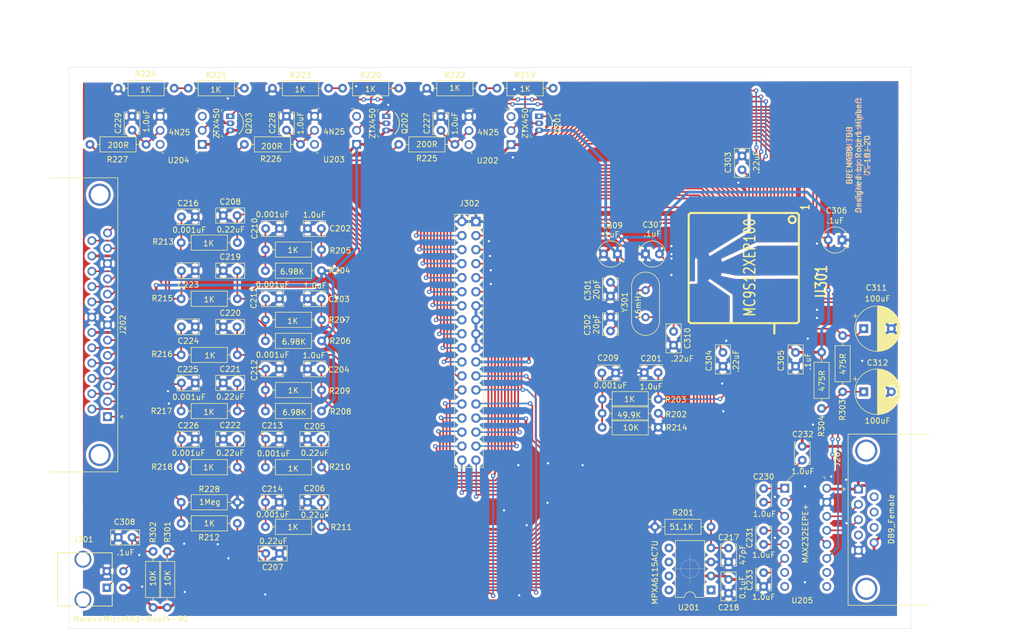
<source format=kicad_pcb>
(kicad_pcb (version 20171130) (host pcbnew "(5.1.6)-1")
  (layers (0 F.Cu mixed) (31 B.Cu mixed) (34 B.Paste user) (35 F.Paste user) (36 B.SilkS user) (37 F.SilkS user) (38 B.Mask user) (39 F.Mask user) (44 Edge.Cuts user))
  (net 0 "")
  (net 1 PAD00)
  (net 2 GND)
  (net 3 PAD01)
  (net 4 PAD02)
  (net 5 PAD03)
  (net 6 PAD04)
  (net 7 PAD06)
  (net 8 PAD07)
  (net 9 PAD08)
  (net 10 "Net-(C209-Pad2)")
  (net 11 /Inputs_RS232/CLT)
  (net 12 /Inputs_RS232/MAT)
  (net 13 /Inputs_RS232/PAD03in)
  (net 14 /Inputs_RS232/MAP)
  (net 15 /Inputs_RS232/TPS)
  (net 16 /Inputs_RS232/EGO)
  (net 17 /Inputs_RS232/EOP)
  (net 18 PAD05)
  (net 19 VDD)
  (net 20 PAD09)
  (net 21 PAD10)
  (net 22 PAD11)
  (net 23 PAD12)
  (net 24 /Inputs_RS232/EFP)
  (net 25 /Inputs_RS232/Itrm)
  (net 26 /Inputs_RS232/Ftrm)
  (net 27 /Inputs_RS232/PAD12in)
  (net 28 "Net-(C227-Pad2)")
  (net 29 "Net-(C228-Pad2)")
  (net 30 "Net-(C229-Pad2)")
  (net 31 "Net-(C230-Pad2)")
  (net 32 "Net-(C230-Pad1)")
  (net 33 "Net-(C231-Pad2)")
  (net 34 "Net-(C231-Pad1)")
  (net 35 "Net-(C232-Pad1)")
  (net 36 "Net-(C233-Pad2)")
  (net 37 "Net-(C301-Pad2)")
  (net 38 "Net-(C302-Pad2)")
  (net 39 "Net-(C303-Pad2)")
  (net 40 "Net-(C304-Pad2)")
  (net 41 /CPU/RESET)
  (net 42 "Net-(C310-Pad1)")
  (net 43 "Net-(C311-Pad1)")
  (net 44 "Net-(C312-Pad1)")
  (net 45 "Net-(J201-Pad8)")
  (net 46 "Net-(J201-Pad7)")
  (net 47 "Net-(J201-Pad6)")
  (net 48 "Net-(J201-Pad4)")
  (net 49 "Net-(J201-Pad3)")
  (net 50 "Net-(J201-Pad2)")
  (net 51 PA4)
  (net 52 PA1)
  (net 53 PA6)
  (net 54 /Inputs_RS232/VSPD)
  (net 55 /Inputs_RS232/CMP)
  (net 56 PA3)
  (net 57 "Net-(J301-Pad1)")
  (net 58 /CPU/PT7)
  (net 59 /CPU/PT6)
  (net 60 +8V)
  (net 61 /CPU/PT5)
  (net 62 +BATT)
  (net 63 /CPU/PT4)
  (net 64 /CPU/PT3)
  (net 65 /CPU/PB6)
  (net 66 /CPU/PB5)
  (net 67 /CPU/PP5)
  (net 68 /CPU/PB4)
  (net 69 /CPU/PP4)
  (net 70 /CPU/PB3)
  (net 71 /CPU/PP3)
  (net 72 /CPU/PB2)
  (net 73 /CPU/PP2)
  (net 74 /CPU/PB1)
  (net 75 /CPU/PP1)
  (net 76 /CPU/PB0)
  (net 77 /CPU/PP0)
  (net 78 /CPU/PK3)
  (net 79 /CPU/PK7)
  (net 80 /CPU/PK2)
  (net 81 /CPU/PK5)
  (net 82 /CPU/PK1)
  (net 83 /CPU/PK4)
  (net 84 /CPU/PK0)
  (net 85 PT0)
  (net 86 "Net-(Q201-Pad2)")
  (net 87 PT1)
  (net 88 "Net-(Q202-Pad2)")
  (net 89 PT2)
  (net 90 "Net-(Q203-Pad2)")
  (net 91 "Net-(R219-Pad1)")
  (net 92 "Net-(R220-Pad1)")
  (net 93 "Net-(R221-Pad1)")
  (net 94 /Inputs_RS232/CKP)
  (net 95 "Net-(U201-Pad8)")
  (net 96 "Net-(U201-Pad7)")
  (net 97 "Net-(U201-Pad6)")
  (net 98 "Net-(U201-Pad5)")
  (net 99 "Net-(U201-Pad1)")
  (net 100 "Net-(U202-Pad6)")
  (net 101 "Net-(U202-Pad3)")
  (net 102 "Net-(U203-Pad6)")
  (net 103 "Net-(U203-Pad3)")
  (net 104 "Net-(U204-Pad6)")
  (net 105 "Net-(U204-Pad3)")
  (net 106 "Net-(U205-Pad9)")
  (net 107 "Net-(U205-Pad8)")
  (net 108 PS0)
  (net 109 PS1)
  (net 110 "Net-(U205-Pad10)")
  (net 111 "Net-(U205-Pad7)")
  (net 112 "Net-(U301-Pad110)")
  (net 113 "Net-(U301-Pad109)")
  (net 114 "Net-(U301-Pad105)")
  (net 115 "Net-(U301-Pad104)")
  (net 116 "Net-(U301-Pad103)")
  (net 117 "Net-(U301-Pad102)")
  (net 118 "Net-(U301-Pad101)")
  (net 119 "Net-(U301-Pad100)")
  (net 120 "Net-(U301-Pad99)")
  (net 121 "Net-(U301-Pad98)")
  (net 122 "Net-(U301-Pad96)")
  (net 123 "Net-(U301-Pad95)")
  (net 124 "Net-(U301-Pad94)")
  (net 125 "Net-(U301-Pad93)")
  (net 126 "Net-(U301-Pad92)")
  (net 127 "Net-(U301-Pad91)")
  (net 128 "Net-(U301-Pad88)")
  (net 129 "Net-(U301-Pad87)")
  (net 130 "Net-(U301-Pad82)")
  (net 131 "Net-(U301-Pad80)")
  (net 132 "Net-(U301-Pad78)")
  (net 133 "Net-(U301-Pad64)")
  (net 134 PA5)
  (net 135 "Net-(U301-Pad56)")
  (net 136 "Net-(U301-Pad55)")
  (net 137 "Net-(U301-Pad54)")
  (net 138 "Net-(U301-Pad53)")
  (net 139 "Net-(U301-Pad52)")
  (net 140 "Net-(U301-Pad51)")
  (net 141 "Net-(U301-Pad50)")
  (net 142 "Net-(U301-Pad49)")
  (net 143 "Net-(U301-Pad39)")
  (net 144 "Net-(U301-Pad36)")
  (net 145 "Net-(U301-Pad35)")
  (net 146 "Net-(U301-Pad34)")
  (net 147 "Net-(U301-Pad33)")
  (net 148 "Net-(U301-Pad32)")
  (net 149 "Net-(U301-Pad31)")
  (net 150 "Net-(U301-Pad22)")
  (net 151 "Net-(U301-Pad21)")
  (net 152 PA2)
  (net 153 /CPU/PA0)
  (module Connector_Dsub:DSUB-25_Female_Horizontal_P2.77x2.84mm_EdgePinOffset7.70mm_Housed_MountingHolesOffset9.12mm (layer F.Cu) (at 70.485 114.046 270)
    (fp_text reference J202 (at -16.62 -2.8 90) (layer F.SilkS))
    (fp_text value DB25_Female)
    (pad 0 thru_hole circle (at 6.93 1.42 270) (size 4 4) (drill 3.2) (layers *.Cu *.Mask))
    (pad 0 thru_hole circle (at -40.17 1.42 270) (size 4 4) (drill 3.2) (layers *.Cu *.Mask))
    (pad 25 thru_hole circle (at -31.855 2.84 270) (size 1.6 1.6) (drill 1) (layers *.Cu *.Mask) (net 94 /Inputs_RS232/CKP))
    (pad 24 thru_hole circle (at -29.085 2.84 270) (size 1.6 1.6) (drill 1) (layers *.Cu *.Mask) (net 60 +8V))
    (pad 23 thru_hole circle (at -26.315 2.84 270) (size 1.6 1.6) (drill 1) (layers *.Cu *.Mask) (net 52 PA1))
    (pad 22 thru_hole circle (at -23.545 2.84 270) (size 1.6 1.6) (drill 1) (layers *.Cu *.Mask) (net 56 PA3))
    (pad 21 thru_hole circle (at -20.775 2.84 270) (size 1.6 1.6) (drill 1) (layers *.Cu *.Mask) (net 134 PA5))
    (pad 20 thru_hole circle (at -18.005 2.84 270) (size 1.6 1.6) (drill 1) (layers *.Cu *.Mask) (net 2 GND))
    (pad 19 thru_hole circle (at -15.235 2.84 270) (size 1.6 1.6) (drill 1) (layers *.Cu *.Mask) (net 19 VDD))
    (pad 18 thru_hole circle (at -12.465 2.84 270) (size 1.6 1.6) (drill 1) (layers *.Cu *.Mask) (net 11 /Inputs_RS232/CLT))
    (pad 17 thru_hole circle (at -9.695 2.84 270) (size 1.6 1.6) (drill 1) (layers *.Cu *.Mask) (net 12 /Inputs_RS232/MAT))
    (pad 16 thru_hole circle (at -6.925 2.84 270) (size 1.6 1.6) (drill 1) (layers *.Cu *.Mask) (net 13 /Inputs_RS232/PAD03in))
    (pad 15 thru_hole circle (at -4.155 2.84 270) (size 1.6 1.6) (drill 1) (layers *.Cu *.Mask) (net 14 /Inputs_RS232/MAP))
    (pad 14 thru_hole circle (at -1.385 2.84 270) (size 1.6 1.6) (drill 1) (layers *.Cu *.Mask) (net 15 /Inputs_RS232/TPS))
    (pad 13 thru_hole circle (at -33.24 0 270) (size 1.6 1.6) (drill 1) (layers *.Cu *.Mask) (net 54 /Inputs_RS232/VSPD))
    (pad 12 thru_hole circle (at -30.47 0 270) (size 1.6 1.6) (drill 1) (layers *.Cu *.Mask) (net 55 /Inputs_RS232/CMP))
    (pad 11 thru_hole circle (at -27.7 0 270) (size 1.6 1.6) (drill 1) (layers *.Cu *.Mask) (net 2 GND))
    (pad 10 thru_hole circle (at -24.93 0 270) (size 1.6 1.6) (drill 1) (layers *.Cu *.Mask) (net 152 PA2))
    (pad 9 thru_hole circle (at -22.16 0 270) (size 1.6 1.6) (drill 1) (layers *.Cu *.Mask) (net 51 PA4))
    (pad 8 thru_hole circle (at -19.39 0 270) (size 1.6 1.6) (drill 1) (layers *.Cu *.Mask) (net 53 PA6))
    (pad 7 thru_hole circle (at -16.62 0 270) (size 1.6 1.6) (drill 1) (layers *.Cu *.Mask) (net 2 GND))
    (pad 6 thru_hole circle (at -13.85 0 270) (size 1.6 1.6) (drill 1) (layers *.Cu *.Mask) (net 17 /Inputs_RS232/EOP))
    (pad 5 thru_hole circle (at -11.08 0 270) (size 1.6 1.6) (drill 1) (layers *.Cu *.Mask) (net 24 /Inputs_RS232/EFP))
    (pad 4 thru_hole circle (at -8.31 0 270) (size 1.6 1.6) (drill 1) (layers *.Cu *.Mask) (net 25 /Inputs_RS232/Itrm))
    (pad 3 thru_hole circle (at -5.54 0 270) (size 1.6 1.6) (drill 1) (layers *.Cu *.Mask) (net 26 /Inputs_RS232/Ftrm))
    (pad 2 thru_hole circle (at -2.77 0 270) (size 1.6 1.6) (drill 1) (layers *.Cu *.Mask) (net 27 /Inputs_RS232/PAD12in))
    (pad 1 thru_hole rect (at 0 0 270) (size 1.6 1.6) (drill 1) (layers *.Cu *.Mask) (net 16 /Inputs_RS232/EGO))
  )
  (module Connector_Dsub:DSUB-9_Female_Horizontal_P2.77x2.84mm_EdgePinOffset9.90mm_Housed_MountingHolesOffset11.32mm (layer F.Cu) (at 206.375 127.16 90)
    (fp_text reference J201 (at 5.875 -3.81 90) (layer F.SilkS))
    (fp_text value DB9_Female (at -5.428 5.969 90) (layer F.SilkS))
    (pad 0 thru_hole circle (at 6.96 1.42 90) (size 4 4) (drill 3.2) (layers *.Cu *.Mask))
    (pad 0 thru_hole circle (at -18.04 1.42 90) (size 4 4) (drill 3.2) (layers *.Cu *.Mask))
    (pad 9 thru_hole circle (at -9.695 2.84 90) (size 1.6 1.6) (drill 1) (layers *.Cu *.Mask) (net 19 VDD))
    (pad 8 thru_hole circle (at -6.925 2.84 90) (size 1.6 1.6) (drill 1) (layers *.Cu *.Mask) (net 45 "Net-(J201-Pad8)"))
    (pad 7 thru_hole circle (at -4.155 2.84 90) (size 1.6 1.6) (drill 1) (layers *.Cu *.Mask) (net 46 "Net-(J201-Pad7)"))
    (pad 6 thru_hole circle (at -1.385 2.84 90) (size 1.6 1.6) (drill 1) (layers *.Cu *.Mask) (net 47 "Net-(J201-Pad6)"))
    (pad 5 thru_hole circle (at -11.08 0 90) (size 1.6 1.6) (drill 1) (layers *.Cu *.Mask) (net 2 GND))
    (pad 4 thru_hole circle (at -8.31 0 90) (size 1.6 1.6) (drill 1) (layers *.Cu *.Mask) (net 48 "Net-(J201-Pad4)"))
    (pad 3 thru_hole circle (at -5.54 0 90) (size 1.6 1.6) (drill 1) (layers *.Cu *.Mask) (net 49 "Net-(J201-Pad3)"))
    (pad 2 thru_hole circle (at -2.77 0 90) (size 1.6 1.6) (drill 1) (layers *.Cu *.Mask) (net 50 "Net-(J201-Pad2)"))
    (pad 1 thru_hole rect (at 0 0 90) (size 1.6 1.6) (drill 1) (layers *.Cu *.Mask) (net 19 VDD))
  )
  (module Resistor_THT:R_Axial_DIN0207_L6.3mm_D2.5mm_P10.16mm_Horizontal (layer F.Cu) (at 99.06 133.985)
    (fp_text reference R211 (at 13.72 0.065) (layer F.SilkS))
    (fp_text value 1K (at 4.99 0.065) (layer F.SilkS))
    (pad 2 thru_hole oval (at 10.16 0) (size 1.6 1.6) (drill 0.8) (layers *.Cu *.Mask) (net 18 PAD05))
    (pad 1 thru_hole circle (at 0 0) (size 1.6 1.6) (drill 0.8) (layers *.Cu *.Mask) (net 15 /Inputs_RS232/TPS))
  )
  (module Capacitor_THT:C_Disc_D3.8mm_W2.6mm_P2.50mm (layer F.Cu) (at 196.215 121.92 90)
    (fp_text reference C232 (at 4.675 0.1 180) (layer F.SilkS))
    (fp_text value 1.0uF (at -2.025 0.1 180) (layer F.SilkS))
    (pad 1 thru_hole circle (at 0 0 90) (size 1.6 1.6) (drill 0.8) (layers *.Cu *.Mask) (net 35 "Net-(C232-Pad1)"))
    (pad 2 thru_hole circle (at 2.5 0 90) (size 1.6 1.6) (drill 0.8) (layers *.Cu *.Mask) (net 19 VDD))
  )
  (module Capacitor_THT:C_Disc_D3.8mm_W2.6mm_P2.50mm (layer F.Cu) (at 189.23 137.16 90)
    (fp_text reference C231 (at 1.25 -2.55 90) (layer F.SilkS))
    (fp_text value 1.0uF (at -1.905 0 180) (layer F.SilkS))
    (pad 2 thru_hole circle (at 2.5 0 90) (size 1.6 1.6) (drill 0.8) (layers *.Cu *.Mask) (net 33 "Net-(C231-Pad2)"))
    (pad 1 thru_hole circle (at 0 0 90) (size 1.6 1.6) (drill 0.8) (layers *.Cu *.Mask) (net 34 "Net-(C231-Pad1)"))
  )
  (module digikey-footprints:PQFP112 (layer F.Cu) (at 185.635 87.153 270)
    (fp_text reference U301 (at 2.437 -14.035 90) (layer F.SilkS) (effects (font (size 2.032 1.524) (thickness 0.3048))))
    (fp_text value MC9S12XEP100 (at -0.1015 -1.0715 90) (layer F.SilkS) (effects (font (size 2.032 1.524) (thickness 0.254))))
    (fp_text user 1 (at -11 -11.09 90) (layer F.SilkS) (effects (font (size 1.524 1.016) (thickness 0.254))))
    (pad 112 smd rect (at -8.7757 -10.9855) (size 2.032 0.381) (layers F.Cu F.Mask) (net 69 /CPU/PP4))
    (pad 111 smd rect (at -8.128 -10.9855) (size 2.032 0.381) (layers F.Cu F.Mask) (net 67 /CPU/PP5))
    (pad 110 smd rect (at -7.4803 -10.9855) (size 2.032 0.381) (layers F.Cu F.Mask) (net 112 "Net-(U301-Pad110)"))
    (pad 109 smd rect (at -6.8326 -10.9855) (size 2.032 0.381) (layers F.Cu F.Mask) (net 113 "Net-(U301-Pad109)"))
    (pad 108 smd rect (at -6.1849 -10.9855) (size 2.032 0.381) (layers F.Cu F.Mask) (net 79 /CPU/PK7))
    (pad 107 smd rect (at -5.5245 -10.9855) (size 2.032 0.381) (layers F.Cu F.Mask) (net 19 VDD))
    (pad 106 smd rect (at -4.8768 -10.9855) (size 2.032 0.381) (layers F.Cu F.Mask) (net 2 GND))
    (pad 105 smd rect (at -4.2291 -10.9855) (size 2.032 0.381) (layers F.Cu F.Mask) (net 114 "Net-(U301-Pad105)"))
    (pad 104 smd rect (at -3.5814 -10.9855) (size 2.032 0.381) (layers F.Cu F.Mask) (net 115 "Net-(U301-Pad104)"))
    (pad 103 smd rect (at -2.9337 -10.9855) (size 2.032 0.381) (layers F.Cu F.Mask) (net 116 "Net-(U301-Pad103)"))
    (pad 102 smd rect (at -2.2733 -10.9855) (size 2.032 0.381) (layers F.Cu F.Mask) (net 117 "Net-(U301-Pad102)"))
    (pad 101 smd rect (at -1.6256 -10.9855) (size 2.032 0.381) (layers F.Cu F.Mask) (net 118 "Net-(U301-Pad101)"))
    (pad 100 smd rect (at -0.9779 -10.9855) (size 2.032 0.381) (layers F.Cu F.Mask) (net 119 "Net-(U301-Pad100)"))
    (pad 99 smd rect (at -0.3302 -10.9855) (size 2.032 0.381) (layers F.Cu F.Mask) (net 120 "Net-(U301-Pad99)"))
    (pad 98 smd rect (at 0.3302 -10.9855) (size 2.032 0.381) (layers F.Cu F.Mask) (net 121 "Net-(U301-Pad98)"))
    (pad 97 smd rect (at 0.9779 -10.9855) (size 2.032 0.381) (layers F.Cu F.Mask) (net 2 GND))
    (pad 96 smd rect (at 1.6256 -10.9855) (size 2.032 0.381) (layers F.Cu F.Mask) (net 122 "Net-(U301-Pad96)"))
    (pad 95 smd rect (at 2.2733 -10.9855) (size 2.032 0.381) (layers F.Cu F.Mask) (net 123 "Net-(U301-Pad95)"))
    (pad 94 smd rect (at 2.9337 -10.9855) (size 2.032 0.381) (layers F.Cu F.Mask) (net 124 "Net-(U301-Pad94)"))
    (pad 93 smd rect (at 3.5814 -10.9855) (size 2.032 0.381) (layers F.Cu F.Mask) (net 125 "Net-(U301-Pad93)"))
    (pad 92 smd rect (at 4.2291 -10.9855) (size 2.032 0.381) (layers F.Cu F.Mask) (net 126 "Net-(U301-Pad92)"))
    (pad 91 smd rect (at 4.8768 -10.9855) (size 2.032 0.381) (layers F.Cu F.Mask) (net 127 "Net-(U301-Pad91)"))
    (pad 90 smd rect (at 5.5245 -10.9855) (size 2.032 0.381) (layers F.Cu F.Mask) (net 109 PS1))
    (pad 89 smd rect (at 6.1849 -10.9855) (size 2.032 0.381) (layers F.Cu F.Mask) (net 108 PS0))
    (pad 88 smd rect (at 6.8326 -10.9855) (size 2.032 0.381) (layers F.Cu F.Mask) (net 128 "Net-(U301-Pad88)"))
    (pad 87 smd rect (at 7.4803 -10.9855) (size 2.032 0.381) (layers F.Cu F.Mask) (net 129 "Net-(U301-Pad87)"))
    (pad 86 smd rect (at 8.128 -10.9855) (size 2.032 0.381) (layers F.Cu F.Mask) (net 2 GND))
    (pad 85 smd rect (at 8.7757 -10.9855) (size 2.032 0.381) (layers F.Cu F.Mask) (net 2 GND))
    (pad 84 smd rect (at 10.9855 -8.7757 90) (size 2.032 0.381) (layers F.Cu F.Mask) (net 43 "Net-(C311-Pad1)"))
    (pad 83 smd rect (at 10.9855 -8.128 90) (size 2.032 0.381) (layers F.Cu F.Mask) (net 19 VDD))
    (pad 82 smd rect (at 10.9855 -7.4803 90) (size 2.032 0.381) (layers F.Cu F.Mask) (net 130 "Net-(U301-Pad82)"))
    (pad 81 smd rect (at 10.9855 -6.8326 90) (size 2.032 0.381) (layers F.Cu F.Mask) (net 8 PAD07))
    (pad 80 smd rect (at 10.9855 -6.1849 90) (size 2.032 0.381) (layers F.Cu F.Mask) (net 131 "Net-(U301-Pad80)"))
    (pad 79 smd rect (at 10.9855 -5.5245 90) (size 2.032 0.381) (layers F.Cu F.SilkS F.Mask) (net 7 PAD06))
    (pad 78 smd rect (at 10.9855 -4.8768 90) (size 2.032 0.381) (layers F.Cu F.Mask) (net 132 "Net-(U301-Pad78)"))
    (pad 77 smd rect (at 10.9855 -4.2291 90) (size 2.032 0.381) (layers F.Cu F.Mask) (net 18 PAD05))
    (pad 76 smd rect (at 10.9855 -3.5814 90) (size 2.032 0.381) (layers F.Cu F.Mask) (net 23 PAD12))
    (pad 75 smd rect (at 10.9855 -2.9337 90) (size 2.032 0.381) (layers F.Cu F.Mask) (net 6 PAD04))
    (pad 74 smd rect (at 10.9855 -2.2733 90) (size 2.032 0.381) (layers F.Cu F.Mask) (net 22 PAD11))
    (pad 73 smd rect (at 10.9855 -1.6256 90) (size 2.032 0.381) (layers F.Cu F.Mask) (net 5 PAD03))
    (pad 72 smd rect (at 10.9855 -0.9779 90) (size 2.032 0.381) (layers F.Cu F.Mask) (net 21 PAD10))
    (pad 71 smd rect (at 10.9855 -0.3302 90) (size 2.032 0.381) (layers F.Cu F.Mask) (net 4 PAD02))
    (pad 70 smd rect (at 10.9855 0.3302 90) (size 2.032 0.381) (layers F.Cu F.Mask) (net 20 PAD09))
    (pad 69 smd rect (at 10.9855 0.9779 90) (size 2.032 0.381) (layers F.Cu F.Mask) (net 3 PAD01))
    (pad 68 smd rect (at 10.9855 1.6256 90) (size 2.032 0.381) (layers F.Cu F.Mask) (net 9 PAD08))
    (pad 67 smd rect (at 10.9855 2.2733 90) (size 2.032 0.381) (layers F.Cu F.Mask) (net 1 PAD00))
    (pad 66 smd rect (at 10.9855 2.9337 90) (size 2.032 0.381) (layers F.Cu F.Mask) (net 2 GND))
    (pad 65 smd rect (at 10.9855 3.5814 90) (size 2.032 0.381) (layers F.Cu F.Mask) (net 40 "Net-(C304-Pad2)"))
    (pad 64 smd rect (at 10.9855 4.2291 90) (size 2.032 0.381) (layers F.Cu F.Mask) (net 133 "Net-(U301-Pad64)"))
    (pad 63 smd rect (at 10.9855 4.8768 90) (size 2.032 0.381) (layers F.Cu F.Mask) (net 53 PA6))
    (pad 62 smd rect (at 10.9855 5.5245 90) (size 2.032 0.381) (layers F.Cu F.Mask) (net 134 PA5))
    (pad 61 smd rect (at 10.9855 6.1849 90) (size 2.032 0.381) (layers F.Cu F.Mask) (net 51 PA4))
    (pad 60 smd rect (at 10.9855 6.8326 90) (size 2.032 0.381) (layers F.Cu F.Mask) (net 56 PA3))
    (pad 59 smd rect (at 10.9855 7.4803 90) (size 2.032 0.381) (layers F.Cu F.Mask) (net 152 PA2))
    (pad 58 smd rect (at 10.9855 8.128 90) (size 2.032 0.381) (layers F.Cu F.Mask) (net 52 PA1))
    (pad 57 smd rect (at 10.9855 8.7757 90) (size 2.032 0.381) (layers F.Cu F.Mask) (net 153 /CPU/PA0))
    (pad 56 smd rect (at 8.7757 10.9855) (size 2.032 0.381) (layers F.Cu F.Mask) (net 135 "Net-(U301-Pad56)"))
    (pad 55 smd rect (at 8.128 10.9855) (size 2.032 0.381) (layers F.Cu F.Mask) (net 136 "Net-(U301-Pad55)"))
    (pad 54 smd rect (at 7.4803 10.9855) (size 2.032 0.381) (layers F.Cu F.Mask) (net 137 "Net-(U301-Pad54)"))
    (pad 53 smd rect (at 6.8326 10.9855) (size 2.032 0.381) (layers F.Cu F.Mask) (net 138 "Net-(U301-Pad53)"))
    (pad 52 smd rect (at 6.1849 10.9855) (size 2.032 0.381) (layers F.Cu F.Mask) (net 139 "Net-(U301-Pad52)"))
    (pad 51 smd rect (at 5.5245 10.9855) (size 2.032 0.381) (layers F.Cu F.Mask) (net 140 "Net-(U301-Pad51)"))
    (pad 50 smd rect (at 4.8768 10.9855) (size 2.032 0.381) (layers F.Cu F.Mask) (net 141 "Net-(U301-Pad50)"))
    (pad 49 smd rect (at 4.2291 10.9855) (size 2.032 0.381) (layers F.Cu F.Mask) (net 142 "Net-(U301-Pad49)"))
    (pad 48 smd rect (at 3.5814 10.9855) (size 2.032 0.381) (layers F.Cu F.Mask) (net 42 "Net-(C310-Pad1)"))
    (pad 47 smd rect (at 2.9337 10.9855) (size 2.032 0.381) (layers F.Cu F.Mask) (net 38 "Net-(C302-Pad2)"))
    (pad 46 smd rect (at 2.2733 10.9855) (size 2.032 0.381) (layers F.Cu F.Mask) (net 37 "Net-(C301-Pad2)"))
    (pad 45 smd rect (at 1.6256 10.9855) (size 2.032 0.381) (layers F.Cu F.Mask) (net 2 GND))
    (pad 44 smd rect (at 0.9779 10.9855) (size 2.032 0.381) (layers F.Cu F.Mask) (net 2 GND))
    (pad 43 smd rect (at 0.3302 10.9855) (size 2.032 0.381) (layers F.Cu F.Mask) (net 19 VDD))
    (pad 42 smd rect (at -0.3302 10.9855) (size 2.032 0.381) (layers F.Cu F.Mask) (net 41 /CPU/RESET))
    (pad 41 smd rect (at -0.9779 10.9855) (size 2.032 0.381) (layers F.Cu F.Mask) (net 19 VDD))
    (pad 40 smd rect (at -1.6256 10.9855) (size 2.032 0.381) (layers F.Cu F.Mask) (net 2 GND))
    (pad 39 smd rect (at -2.2733 10.9855) (size 2.032 0.381) (layers F.Cu F.Mask) (net 143 "Net-(U301-Pad39)"))
    (pad 38 smd rect (at -2.9337 10.9855) (size 2.032 0.381) (layers F.Cu F.Mask) (net 2 GND))
    (pad 37 smd rect (at -3.5814 10.9855) (size 2.032 0.381) (layers F.Cu F.Mask) (net 2 GND))
    (pad 36 smd rect (at -4.2291 10.9855) (size 2.032 0.381) (layers F.Cu F.Mask) (net 144 "Net-(U301-Pad36)"))
    (pad 35 smd rect (at -4.8768 10.9855) (size 2.032 0.381) (layers F.Cu F.Mask) (net 145 "Net-(U301-Pad35)"))
    (pad 34 smd rect (at -5.5245 10.9855) (size 2.032 0.381) (layers F.Cu F.Mask) (net 146 "Net-(U301-Pad34)"))
    (pad 33 smd rect (at -6.1849 10.9855) (size 2.032 0.381) (layers F.Cu F.Mask) (net 147 "Net-(U301-Pad33)"))
    (pad 32 smd rect (at -6.8326 10.9855) (size 2.032 0.381) (layers F.Cu F.Mask) (net 148 "Net-(U301-Pad32)"))
    (pad 31 smd rect (at -7.4803 10.9855) (size 2.032 0.381) (layers F.Cu F.Mask) (net 149 "Net-(U301-Pad31)"))
    (pad 30 smd rect (at -8.128 10.9855) (size 2.032 0.381) (layers F.Cu F.Mask) (net 65 /CPU/PB6))
    (pad 29 smd rect (at -8.7757 10.9855) (size 2.032 0.381) (layers F.Cu F.Mask) (net 66 /CPU/PB5))
    (pad 28 smd rect (at -10.9855 8.7757 90) (size 2.032 0.381) (layers F.Cu F.Mask) (net 68 /CPU/PB4))
    (pad 27 smd rect (at -10.9855 8.128 90) (size 2.032 0.381) (layers F.Cu F.Mask) (net 70 /CPU/PB3))
    (pad 26 smd rect (at -10.9855 7.4803 90) (size 2.032 0.381) (layers F.Cu F.Mask) (net 72 /CPU/PB2))
    (pad 25 smd rect (at -10.9855 6.8326 90) (size 2.032 0.381) (layers F.Cu F.Mask) (net 74 /CPU/PB1))
    (pad 24 smd rect (at -10.9855 6.1849 90) (size 2.032 0.381) (layers F.Cu F.Mask) (net 76 /CPU/PB0))
    (pad 23 smd rect (at -10.9855 5.5245 90) (size 2.032 0.381) (layers F.Cu F.Mask) (net 57 "Net-(J301-Pad1)"))
    (pad 22 smd rect (at -10.9855 4.8768 90) (size 2.032 0.381) (layers F.Cu F.Mask) (net 150 "Net-(U301-Pad22)"))
    (pad 21 smd rect (at -10.9855 4.2291 90) (size 2.032 0.381) (layers F.Cu F.Mask) (net 151 "Net-(U301-Pad21)"))
    (pad 20 smd rect (at -10.9855 3.5814 90) (size 2.032 0.381) (layers F.Cu F.Mask) (net 83 /CPU/PK4))
    (pad 19 smd rect (at -10.9855 2.9337 90) (size 2.032 0.381) (layers F.Cu F.Mask) (net 81 /CPU/PK5))
    (pad 18 smd rect (at -10.9855 2.2733 90) (size 2.032 0.381) (layers F.Cu F.Mask) (net 58 /CPU/PT7))
    (pad 17 smd rect (at -10.9855 1.6256 90) (size 2.032 0.381) (layers F.Cu F.Mask) (net 59 /CPU/PT6))
    (pad 16 smd rect (at -10.9855 0.9779 90) (size 2.032 0.381) (layers F.Cu F.Mask) (net 61 /CPU/PT5))
    (pad 15 smd rect (at -10.9855 0.3302 90) (size 2.032 0.381) (layers F.Cu F.Mask) (net 63 /CPU/PT4))
    (pad 14 smd rect (at -10.9855 -0.3302 90) (size 2.032 0.381) (layers F.Cu F.Mask) (net 2 GND))
    (pad 13 smd rect (at -10.9855 -0.9779 90) (size 2.032 0.381) (layers F.Cu F.Mask) (net 39 "Net-(C303-Pad2)"))
    (pad 12 smd rect (at -10.9855 -1.6256 90) (size 2.032 0.381) (layers F.Cu F.Mask) (net 64 /CPU/PT3))
    (pad 11 smd rect (at -10.9855 -2.2733 90) (size 2.032 0.381) (layers F.Cu F.Mask) (net 89 PT2))
    (pad 10 smd rect (at -10.9855 -2.9337 90) (size 2.032 0.381) (layers F.Cu F.Mask) (net 87 PT1))
    (pad 9 smd rect (at -10.9855 -3.5814 90) (size 2.032 0.381) (layers F.Cu F.Mask) (net 85 PT0))
    (pad 8 smd rect (at -10.9855 -4.2291 90) (size 2.032 0.381) (layers F.Cu F.Mask) (net 84 /CPU/PK0))
    (pad 7 smd rect (at -10.9855 -4.8768 90) (size 2.032 0.381) (layers F.Cu F.Mask) (net 82 /CPU/PK1))
    (pad 6 smd rect (at -10.9855 -5.5245 90) (size 2.032 0.381) (layers F.Cu F.Mask) (net 80 /CPU/PK2))
    (pad 5 smd rect (at -10.9855 -6.1849 90) (size 2.032 0.381) (layers F.Cu F.Mask) (net 78 /CPU/PK3))
    (pad 4 smd rect (at -10.9855 -6.8326 90) (size 2.032 0.381) (layers F.Cu F.Mask) (net 77 /CPU/PP0))
    (pad 3 smd rect (at -10.9855 -7.4803 90) (size 2.032 0.381) (layers F.Cu F.Mask) (net 75 /CPU/PP1))
    (pad 2 smd rect (at -10.9855 -8.128 90) (size 2.032 0.381) (layers F.Cu F.Mask) (net 73 /CPU/PP2))
    (pad 1 smd rect (at -10.9855 -8.7757 90) (size 2.032 0.381) (layers F.Cu F.Mask) (net 71 /CPU/PP3))
  )
  (module digikey-footprints:DIP-16_W7.62mm (layer F.Cu) (at 193.04 127)
    (fp_text reference U205 (at 3.175 20.32) (layer F.SilkS))
    (fp_text value MAX232EEPE+ (at 3.736 8.198 90) (layer F.SilkS))
    (pad 9 thru_hole circle (at 7.62 17.78) (size 1.6 1.6) (drill 1) (layers *.Cu *.Mask) (net 106 "Net-(U205-Pad9)"))
    (pad 8 thru_hole circle (at 0 17.78) (size 1.6 1.6) (drill 1) (layers *.Cu *.Mask) (net 107 "Net-(U205-Pad8)"))
    (pad 16 thru_hole circle (at 7.62 0) (size 1.6 1.6) (drill 1) (layers *.Cu *.Mask) (net 19 VDD))
    (pad 15 thru_hole circle (at 7.62 2.54) (size 1.6 1.6) (drill 1) (layers *.Cu *.Mask) (net 2 GND))
    (pad 14 thru_hole circle (at 7.62 5.08) (size 1.6 1.6) (drill 1) (layers *.Cu *.Mask) (net 50 "Net-(J201-Pad2)"))
    (pad 13 thru_hole circle (at 7.62 7.62) (size 1.6 1.6) (drill 1) (layers *.Cu *.Mask) (net 49 "Net-(J201-Pad3)"))
    (pad 12 thru_hole circle (at 7.62 10.16) (size 1.6 1.6) (drill 1) (layers *.Cu *.Mask) (net 108 PS0))
    (pad 11 thru_hole circle (at 7.62 12.7) (size 1.6 1.6) (drill 1) (layers *.Cu *.Mask) (net 109 PS1))
    (pad 10 thru_hole circle (at 7.62 15.24) (size 1.6 1.6) (drill 1) (layers *.Cu *.Mask) (net 110 "Net-(U205-Pad10)"))
    (pad 7 thru_hole circle (at 0 15.24) (size 1.6 1.6) (drill 1) (layers *.Cu *.Mask) (net 111 "Net-(U205-Pad7)"))
    (pad 6 thru_hole circle (at 0 12.7) (size 1.6 1.6) (drill 1) (layers *.Cu *.Mask) (net 36 "Net-(C233-Pad2)"))
    (pad 5 thru_hole circle (at 0 10.16) (size 1.6 1.6) (drill 1) (layers *.Cu *.Mask) (net 34 "Net-(C231-Pad1)"))
    (pad 4 thru_hole circle (at 0 7.62) (size 1.6 1.6) (drill 1) (layers *.Cu *.Mask) (net 33 "Net-(C231-Pad2)"))
    (pad 3 thru_hole circle (at 0 5.08) (size 1.6 1.6) (drill 1) (layers *.Cu *.Mask) (net 32 "Net-(C230-Pad1)"))
    (pad 2 thru_hole circle (at 0 2.54) (size 1.6 1.6) (drill 1) (layers *.Cu *.Mask) (net 35 "Net-(C232-Pad1)"))
    (pad 1 thru_hole rect (at 0 0) (size 1.6 1.6) (drill 1) (layers *.Cu *.Mask) (net 31 "Net-(C230-Pad2)"))
  )
  (module Capacitor_THT:C_Disc_D5.0mm_W2.5mm_P2.50mm (layer F.Cu) (at 185.32 66.868 270)
    (fp_text reference C303 (at 1.182 2.54 90) (layer F.SilkS))
    (fp_text value .22uF (at 1.182 -2.61 90) (layer F.SilkS))
    (pad 2 thru_hole circle (at 2.5 0 270) (size 1.6 1.6) (drill 0.8) (layers *.Cu *.Mask) (net 39 "Net-(C303-Pad2)"))
    (pad 1 thru_hole circle (at 0 0 270) (size 1.6 1.6) (drill 0.8) (layers *.Cu *.Mask) (net 2 GND))
  )
  (module Capacitor_THT:CP_Radial_Tantal_D4.5mm_P2.50mm (layer F.Cu) (at 167.855 84.613)
    (fp_text reference C307 (at 1.365 -5.283) (layer F.SilkS))
    (fp_text value .1uF (at 1.215 -3.653) (layer F.SilkS))
    (pad 2 thru_hole circle (at 2.5 0) (size 1.6 1.6) (drill 0.8) (layers *.Cu *.Mask) (net 19 VDD))
    (pad 1 thru_hole rect (at 0 0) (size 1.6 1.6) (drill 0.8) (layers *.Cu *.Mask) (net 2 GND))
  )
  (module Crystal:Crystal_HC49-4H_Vertical (layer F.Cu) (at 167.855 96.043 90)
    (fp_text reference Y301 (at 2.703 -3.765 90) (layer F.SilkS))
    (fp_text value 16mHz (at 2.143 -1.325 90) (layer F.SilkS))
    (pad 2 thru_hole circle (at 4.88 0 90) (size 1.5 1.5) (drill 0.8) (layers *.Cu *.Mask) (net 37 "Net-(C301-Pad2)"))
    (pad 1 thru_hole circle (at 0 0 90) (size 1.5 1.5) (drill 0.8) (layers *.Cu *.Mask) (net 38 "Net-(C302-Pad2)"))
  )
  (module digikey-footprints:DIP-6_W7.62mm (layer F.Cu) (at 87.63 64.77 180)
    (fp_text reference U204 (at 4.29 -2.89) (layer F.SilkS))
    (fp_text value 4N25 (at 4.13 2.18) (layer F.SilkS))
    (pad 6 thru_hole circle (at 7.62 0 180) (size 1.6 1.6) (drill 1) (layers *.Cu *.Mask) (net 104 "Net-(U204-Pad6)"))
    (pad 5 thru_hole circle (at 7.62 2.54 180) (size 1.6 1.6) (drill 1) (layers *.Cu *.Mask) (net 30 "Net-(C229-Pad2)"))
    (pad 4 thru_hole circle (at 7.62 5.08 180) (size 1.6 1.6) (drill 1) (layers *.Cu *.Mask) (net 2 GND))
    (pad 3 thru_hole circle (at 0 5.08 180) (size 1.6 1.6) (drill 1) (layers *.Cu *.Mask) (net 105 "Net-(U204-Pad3)"))
    (pad 2 thru_hole circle (at 0 2.54 180) (size 1.6 1.6) (drill 1) (layers *.Cu *.Mask) (net 90 "Net-(Q203-Pad2)"))
    (pad 1 thru_hole rect (at 0 0 180) (size 1.6 1.6) (drill 1) (layers *.Cu *.Mask) (net 19 VDD))
  )
  (module digikey-footprints:DIP-6_W7.62mm (layer F.Cu) (at 115.57 64.77 180)
    (fp_text reference U203 (at 4.1 -2.74) (layer F.SilkS))
    (fp_text value 4N25 (at 4.05 2.28) (layer F.SilkS))
    (pad 6 thru_hole circle (at 7.62 0 180) (size 1.6 1.6) (drill 1) (layers *.Cu *.Mask) (net 102 "Net-(U203-Pad6)"))
    (pad 5 thru_hole circle (at 7.62 2.54 180) (size 1.6 1.6) (drill 1) (layers *.Cu *.Mask) (net 29 "Net-(C228-Pad2)"))
    (pad 4 thru_hole circle (at 7.62 5.08 180) (size 1.6 1.6) (drill 1) (layers *.Cu *.Mask) (net 2 GND))
    (pad 3 thru_hole circle (at 0 5.08 180) (size 1.6 1.6) (drill 1) (layers *.Cu *.Mask) (net 103 "Net-(U203-Pad3)"))
    (pad 2 thru_hole circle (at 0 2.54 180) (size 1.6 1.6) (drill 1) (layers *.Cu *.Mask) (net 88 "Net-(Q202-Pad2)"))
    (pad 1 thru_hole rect (at 0 0 180) (size 1.6 1.6) (drill 1) (layers *.Cu *.Mask) (net 19 VDD))
  )
  (module digikey-footprints:DIP-6_W7.62mm (layer F.Cu) (at 143.51 64.82 180)
    (fp_text reference U202 (at 4.23 -2.89) (layer F.SilkS))
    (fp_text value 4N25 (at 4.13 2.23) (layer F.SilkS))
    (pad 6 thru_hole circle (at 7.62 0 180) (size 1.6 1.6) (drill 1) (layers *.Cu *.Mask) (net 100 "Net-(U202-Pad6)"))
    (pad 5 thru_hole circle (at 7.62 2.54 180) (size 1.6 1.6) (drill 1) (layers *.Cu *.Mask) (net 28 "Net-(C227-Pad2)"))
    (pad 4 thru_hole circle (at 7.62 5.08 180) (size 1.6 1.6) (drill 1) (layers *.Cu *.Mask) (net 2 GND))
    (pad 3 thru_hole circle (at 0 5.08 180) (size 1.6 1.6) (drill 1) (layers *.Cu *.Mask) (net 101 "Net-(U202-Pad3)"))
    (pad 2 thru_hole circle (at 0 2.54 180) (size 1.6 1.6) (drill 1) (layers *.Cu *.Mask) (net 86 "Net-(Q201-Pad2)"))
    (pad 1 thru_hole rect (at 0 0 180) (size 1.6 1.6) (drill 1) (layers *.Cu *.Mask) (net 19 VDD))
  )
  (module Package_DIP:DIP-8_W7.62mm (layer F.Cu) (at 179.705 145.415 180)
    (fp_text reference U201 (at 4.026 -3.175) (layer F.SilkS))
    (fp_text value MPXA6115AC7U (at 10.16 3.175 90) (layer F.SilkS))
    (pad 8 thru_hole oval (at 7.62 0 180) (size 1.6 1.6) (drill 0.8) (layers *.Cu *.Mask) (net 95 "Net-(U201-Pad8)"))
    (pad 4 thru_hole oval (at 0 7.62 180) (size 1.6 1.6) (drill 0.8) (layers *.Cu *.Mask) (net 8 PAD07))
    (pad 7 thru_hole oval (at 7.62 2.54 180) (size 1.6 1.6) (drill 0.8) (layers *.Cu *.Mask) (net 96 "Net-(U201-Pad7)"))
    (pad 3 thru_hole oval (at 0 5.08 180) (size 1.6 1.6) (drill 0.8) (layers *.Cu *.Mask) (net 2 GND))
    (pad 6 thru_hole oval (at 7.62 5.08 180) (size 1.6 1.6) (drill 0.8) (layers *.Cu *.Mask) (net 97 "Net-(U201-Pad6)"))
    (pad 2 thru_hole oval (at 0 2.54 180) (size 1.6 1.6) (drill 0.8) (layers *.Cu *.Mask) (net 19 VDD))
    (pad 5 thru_hole oval (at 7.62 7.62 180) (size 1.6 1.6) (drill 0.8) (layers *.Cu *.Mask) (net 98 "Net-(U201-Pad5)"))
    (pad 1 thru_hole rect (at 0 0 180) (size 1.6 1.6) (drill 0.8) (layers *.Cu *.Mask) (net 99 "Net-(U201-Pad1)"))
  )
  (module Resistor_THT:R_Axial_DIN0207_L6.3mm_D2.5mm_P10.16mm_Horizontal (layer F.Cu) (at 199.715 112.553 90)
    (fp_text reference R304 (at -3.21 -0.03 90) (layer F.SilkS))
    (fp_text value 475R (at 4.983 0.065 90) (layer F.SilkS))
    (pad 2 thru_hole oval (at 10.16 0 90) (size 1.6 1.6) (drill 0.8) (layers *.Cu *.Mask) (net 19 VDD))
    (pad 1 thru_hole circle (at 0 0 90) (size 1.6 1.6) (drill 0.8) (layers *.Cu *.Mask) (net 44 "Net-(C312-Pad1)"))
  )
  (module Resistor_THT:R_Axial_DIN0207_L6.3mm_D2.5mm_P10.16mm_Horizontal (layer F.Cu) (at 203.525 99.383 270)
    (fp_text reference R303 (at 13.46 0.04 90) (layer F.SilkS))
    (fp_text value 475R (at 5.137 -0.055 90) (layer F.SilkS))
    (pad 2 thru_hole oval (at 10.16 0 270) (size 1.6 1.6) (drill 0.8) (layers *.Cu *.Mask) (net 44 "Net-(C312-Pad1)"))
    (pad 1 thru_hole circle (at 0 0 270) (size 1.6 1.6) (drill 0.8) (layers *.Cu *.Mask) (net 43 "Net-(C311-Pad1)"))
  )
  (module Resistor_THT:R_Axial_DIN0207_L6.3mm_D2.5mm_P10.16mm_Horizontal (layer F.Cu) (at 78.74 148.59 90)
    (fp_text reference R302 (at 13.62 -0.01 90) (layer F.SilkS))
    (fp_text value 10K (at 5.29 -0.04 90) (layer F.SilkS))
    (pad 2 thru_hole oval (at 10.16 0 90) (size 1.6 1.6) (drill 0.8) (layers *.Cu *.Mask) (net 41 /CPU/RESET))
    (pad 1 thru_hole circle (at 0 0 90) (size 1.6 1.6) (drill 0.8) (layers *.Cu *.Mask) (net 19 VDD))
  )
  (module Resistor_THT:R_Axial_DIN0207_L6.3mm_D2.5mm_P10.16mm_Horizontal (layer F.Cu) (at 81.28 148.59 90)
    (fp_text reference R301 (at 13.67 0.06 90) (layer F.SilkS))
    (fp_text value 10K (at 5.33 0.09 90) (layer F.SilkS))
    (pad 2 thru_hole oval (at 10.16 0 90) (size 1.6 1.6) (drill 0.8) (layers *.Cu *.Mask) (net 57 "Net-(J301-Pad1)"))
    (pad 1 thru_hole circle (at 0 0 90) (size 1.6 1.6) (drill 0.8) (layers *.Cu *.Mask) (net 19 VDD))
  )
  (module Resistor_THT:R_Axial_DIN0207_L6.3mm_D2.5mm_P10.16mm_Horizontal (layer F.Cu) (at 123.19 64.77)
    (fp_text reference R225 (at 5.08 2.54) (layer F.SilkS))
    (fp_text value 200R (at 5.08 0) (layer F.SilkS))
    (pad 2 thru_hole oval (at 10.16 0) (size 1.6 1.6) (drill 0.8) (layers *.Cu *.Mask) (net 28 "Net-(C227-Pad2)"))
    (pad 1 thru_hole circle (at 0 0) (size 1.6 1.6) (drill 0.8) (layers *.Cu *.Mask) (net 55 /Inputs_RS232/CMP))
  )
  (module Resistor_THT:R_Axial_DIN0207_L6.3mm_D2.5mm_P10.16mm_Horizontal (layer F.Cu) (at 170.16 115.976 180)
    (fp_text reference R214 (at -3.33 -0.054) (layer F.SilkS))
    (fp_text value 10K (at 4.95 -0.064) (layer F.SilkS))
    (pad 2 thru_hole oval (at 10.16 0 180) (size 1.6 1.6) (drill 0.8) (layers *.Cu *.Mask) (net 10 "Net-(C209-Pad2)"))
    (pad 1 thru_hole circle (at 0 0 180) (size 1.6 1.6) (drill 0.8) (layers *.Cu *.Mask) (net 2 GND))
  )
  (module Resistor_THT:R_Axial_DIN0207_L6.3mm_D2.5mm_P10.16mm_Horizontal (layer F.Cu) (at 99.06 87.63)
    (fp_text reference R204 (at 13.42 -0.02) (layer F.SilkS))
    (fp_text value 6.98K (at 4.84 0.18) (layer F.SilkS))
    (pad 2 thru_hole oval (at 10.16 0) (size 1.6 1.6) (drill 0.8) (layers *.Cu *.Mask) (net 19 VDD))
    (pad 1 thru_hole circle (at 0 0) (size 1.6 1.6) (drill 0.8) (layers *.Cu *.Mask) (net 11 /Inputs_RS232/CLT))
  )
  (module Resistor_THT:R_Axial_DIN0207_L6.3mm_D2.5mm_P10.16mm_Horizontal (layer F.Cu) (at 160 110.896)
    (fp_text reference R203 (at 13.31 0.074) (layer F.SilkS))
    (fp_text value 1K (at 4.96 -0.016) (layer F.SilkS))
    (pad 2 thru_hole oval (at 10.16 0) (size 1.6 1.6) (drill 0.8) (layers *.Cu *.Mask) (net 1 PAD00))
    (pad 1 thru_hole circle (at 0 0) (size 1.6 1.6) (drill 0.8) (layers *.Cu *.Mask) (net 10 "Net-(C209-Pad2)"))
  )
  (module Resistor_THT:R_Axial_DIN0207_L6.3mm_D2.5mm_P10.16mm_Horizontal (layer F.Cu) (at 160 113.436)
    (fp_text reference R202 (at 13.4 0.194) (layer F.SilkS))
    (fp_text value 49.9K (at 4.9 0.324) (layer F.SilkS))
    (pad 2 thru_hole oval (at 10.16 0) (size 1.6 1.6) (drill 0.8) (layers *.Cu *.Mask) (net 62 +BATT))
    (pad 1 thru_hole circle (at 0 0) (size 1.6 1.6) (drill 0.8) (layers *.Cu *.Mask) (net 10 "Net-(C209-Pad2)"))
  )
  (module Resistor_THT:R_Axial_DIN0207_L6.3mm_D2.5mm_P10.16mm_Horizontal (layer F.Cu) (at 179.705 133.985 180)
    (fp_text reference R201 (at 5.076 2.57) (layer F.SilkS))
    (fp_text value 51.1K (at 5.336 -0.02) (layer F.SilkS))
    (pad 2 thru_hole oval (at 10.16 0 180) (size 1.6 1.6) (drill 0.8) (layers *.Cu *.Mask) (net 2 GND))
    (pad 1 thru_hole circle (at 0 0 180) (size 1.6 1.6) (drill 0.8) (layers *.Cu *.Mask) (net 8 PAD07))
  )
  (module digikey-footprints:TO-92-3 (layer F.Cu) (at 92.71 59.69 270)
    (fp_text reference Q203 (at 1.27 -3.35 90) (layer F.SilkS))
    (fp_text value ZTX450 (at 1.27 2.5 90) (layer F.SilkS))
    (pad 1 thru_hole rect (at 0 0 90) (size 1 1.5) (drill 0.55) (layers *.Cu *.Mask) (net 89 PT2))
    (pad 3 thru_hole oval (at 2.54 0 90) (size 1 1.5) (drill 0.55) (layers *.Cu *.Mask) (net 19 VDD))
    (pad 2 thru_hole oval (at 1.27 0 90) (size 1 1.5) (drill 0.55) (layers *.Cu *.Mask) (net 90 "Net-(Q203-Pad2)"))
  )
  (module digikey-footprints:TO-92-3 (layer F.Cu) (at 120.93 59.69 270)
    (fp_text reference Q202 (at 1.27 -3.35 90) (layer F.SilkS))
    (fp_text value ZTX450 (at 1.27 2.5 90) (layer F.SilkS))
    (pad 1 thru_hole rect (at 0 0 90) (size 1 1.5) (drill 0.55) (layers *.Cu *.Mask) (net 87 PT1))
    (pad 3 thru_hole oval (at 2.54 0 90) (size 1 1.5) (drill 0.55) (layers *.Cu *.Mask) (net 19 VDD))
    (pad 2 thru_hole oval (at 1.27 0 90) (size 1 1.5) (drill 0.55) (layers *.Cu *.Mask) (net 88 "Net-(Q202-Pad2)"))
  )
  (module digikey-footprints:TO-92-3 (layer F.Cu) (at 148.59 59.69 270)
    (fp_text reference Q201 (at 1.27 -3.35 90) (layer F.SilkS))
    (fp_text value ZTX450 (at 1.27 2.5 90) (layer F.SilkS))
    (pad 1 thru_hole rect (at 0 0 90) (size 1 1.5) (drill 0.55) (layers *.Cu *.Mask) (net 85 PT0))
    (pad 3 thru_hole oval (at 2.54 0 90) (size 1 1.5) (drill 0.55) (layers *.Cu *.Mask) (net 19 VDD))
    (pad 2 thru_hole oval (at 1.27 0 90) (size 1 1.5) (drill 0.55) (layers *.Cu *.Mask) (net 86 "Net-(Q201-Pad2)"))
  )
  (module Connector_PinSocket_2.54mm:PinSocket_2x18_P2.54mm_Vertical (layer F.Cu) (at 137.16 78.74)
    (fp_text reference J302 (at -1.18 -3.29) (layer F.SilkS))
    (fp_text value Conn_02x18_Odd_Even hide)
    (pad 36 thru_hole oval (at -2.54 43.18) (size 1.7 1.7) (drill 1) (layers *.Cu *.Mask) (net 70 /CPU/PB3))
    (pad 35 thru_hole oval (at 0 43.18) (size 1.7 1.7) (drill 1) (layers *.Cu *.Mask) (net 68 /CPU/PB4))
    (pad 34 thru_hole oval (at -2.54 40.64) (size 1.7 1.7) (drill 1) (layers *.Cu *.Mask) (net 72 /CPU/PB2))
    (pad 33 thru_hole oval (at 0 40.64) (size 1.7 1.7) (drill 1) (layers *.Cu *.Mask) (net 66 /CPU/PB5))
    (pad 32 thru_hole oval (at -2.54 38.1) (size 1.7 1.7) (drill 1) (layers *.Cu *.Mask) (net 74 /CPU/PB1))
    (pad 31 thru_hole oval (at 0 38.1) (size 1.7 1.7) (drill 1) (layers *.Cu *.Mask) (net 65 /CPU/PB6))
    (pad 30 thru_hole oval (at -2.54 35.56) (size 1.7 1.7) (drill 1) (layers *.Cu *.Mask) (net 76 /CPU/PB0))
    (pad 29 thru_hole oval (at 0 35.56) (size 1.7 1.7) (drill 1) (layers *.Cu *.Mask) (net 60 +8V))
    (pad 28 thru_hole oval (at -2.54 33.02) (size 1.7 1.7) (drill 1) (layers *.Cu *.Mask) (net 83 /CPU/PK4))
    (pad 27 thru_hole oval (at 0 33.02) (size 1.7 1.7) (drill 1) (layers *.Cu *.Mask) (net 153 /CPU/PA0))
    (pad 26 thru_hole oval (at -2.54 30.48) (size 1.7 1.7) (drill 1) (layers *.Cu *.Mask) (net 81 /CPU/PK5))
    (pad 25 thru_hole oval (at 0 30.48) (size 1.7 1.7) (drill 1) (layers *.Cu *.Mask) (net 41 /CPU/RESET))
    (pad 24 thru_hole oval (at -2.54 27.94) (size 1.7 1.7) (drill 1) (layers *.Cu *.Mask) (net 84 /CPU/PK0))
    (pad 23 thru_hole oval (at 0 27.94) (size 1.7 1.7) (drill 1) (layers *.Cu *.Mask) (net 62 +BATT))
    (pad 22 thru_hole oval (at -2.54 25.4) (size 1.7 1.7) (drill 1) (layers *.Cu *.Mask) (net 82 /CPU/PK1))
    (pad 21 thru_hole oval (at 0 25.4) (size 1.7 1.7) (drill 1) (layers *.Cu *.Mask) (net 19 VDD))
    (pad 20 thru_hole oval (at -2.54 22.86) (size 1.7 1.7) (drill 1) (layers *.Cu *.Mask) (net 80 /CPU/PK2))
    (pad 19 thru_hole oval (at 0 22.86) (size 1.7 1.7) (drill 1) (layers *.Cu *.Mask) (net 2 GND))
    (pad 18 thru_hole oval (at -2.54 20.32) (size 1.7 1.7) (drill 1) (layers *.Cu *.Mask) (net 78 /CPU/PK3))
    (pad 17 thru_hole oval (at 0 20.32) (size 1.7 1.7) (drill 1) (layers *.Cu *.Mask) (net 2 GND))
    (pad 16 thru_hole oval (at -2.54 17.78) (size 1.7 1.7) (drill 1) (layers *.Cu *.Mask) (net 77 /CPU/PP0))
    (pad 15 thru_hole oval (at 0 17.78) (size 1.7 1.7) (drill 1) (layers *.Cu *.Mask) (net 2 GND))
    (pad 14 thru_hole oval (at -2.54 15.24) (size 1.7 1.7) (drill 1) (layers *.Cu *.Mask) (net 75 /CPU/PP1))
    (pad 13 thru_hole oval (at 0 15.24) (size 1.7 1.7) (drill 1) (layers *.Cu *.Mask) (net 2 GND))
    (pad 12 thru_hole oval (at -2.54 12.7) (size 1.7 1.7) (drill 1) (layers *.Cu *.Mask) (net 73 /CPU/PP2))
    (pad 11 thru_hole oval (at 0 12.7) (size 1.7 1.7) (drill 1) (layers *.Cu *.Mask) (net 58 /CPU/PT7))
    (pad 10 thru_hole oval (at -2.54 10.16) (size 1.7 1.7) (drill 1) (layers *.Cu *.Mask) (net 71 /CPU/PP3))
    (pad 9 thru_hole oval (at 0 10.16) (size 1.7 1.7) (drill 1) (layers *.Cu *.Mask) (net 59 /CPU/PT6))
    (pad 8 thru_hole oval (at -2.54 7.62) (size 1.7 1.7) (drill 1) (layers *.Cu *.Mask) (net 69 /CPU/PP4))
    (pad 7 thru_hole oval (at 0 7.62) (size 1.7 1.7) (drill 1) (layers *.Cu *.Mask) (net 61 /CPU/PT5))
    (pad 6 thru_hole oval (at -2.54 5.08) (size 1.7 1.7) (drill 1) (layers *.Cu *.Mask) (net 67 /CPU/PP5))
    (pad 5 thru_hole oval (at 0 5.08) (size 1.7 1.7) (drill 1) (layers *.Cu *.Mask) (net 63 /CPU/PT4))
    (pad 4 thru_hole oval (at -2.54 2.54) (size 1.7 1.7) (drill 1) (layers *.Cu *.Mask) (net 79 /CPU/PK7))
    (pad 3 thru_hole oval (at 0 2.54) (size 1.7 1.7) (drill 1) (layers *.Cu *.Mask) (net 64 /CPU/PT3))
    (pad 2 thru_hole oval (at -2.54 0) (size 1.7 1.7) (drill 1) (layers *.Cu *.Mask) (net 2 GND))
    (pad 1 thru_hole rect (at 0 0) (size 1.7 1.7) (drill 1) (layers *.Cu *.Mask) (net 2 GND))
  )
  (module digikey-footprints:Molex-Microfit3-Dual4-90 (layer F.Cu) (at 70.358 143.51 270)
    (fp_text reference J301 (at -7.25 4.24 180) (layer F.SilkS))
    (fp_text value Molex+Microfit3-Dual4-90 (at 7.14 -4.29 180) (layer F.SilkS))
    (pad 1 thru_hole rect (at 1.5 0 270) (size 1.524 1.524) (drill 0.762) (layers *.Cu *.Mask) (net 57 "Net-(J301-Pad1)"))
    (pad 2 thru_hole circle (at -1.5 0 270) (size 1.524 1.524) (drill 0.762) (layers *.Cu *.Mask) (net 2 GND))
    (pad "" thru_hole circle (at 3.66 4.32 270) (size 3.048 3.048) (drill 2.41) (layers *.Cu *.Mask))
    (pad "" thru_hole circle (at -3.66 4.32 270) (size 3.048 3.048) (drill 2.41) (layers *.Cu *.Mask))
    (pad 3 thru_hole circle (at 1.5 -3 270) (size 1.524 1.524) (drill 0.762) (layers *.Cu *.Mask) (net 19 VDD))
    (pad 4 thru_hole circle (at -1.5 -3 270) (size 1.524 1.524) (drill 0.762) (layers *.Cu *.Mask) (net 41 /CPU/RESET))
  )
  (module Capacitor_THT:CP_Radial_D8.0mm_P5.00mm (layer F.Cu) (at 207.335 109.543)
    (fp_text reference C312 (at 2.5 -5.25) (layer F.SilkS))
    (fp_text value 100uF (at 2.5 5.25) (layer F.SilkS))
    (pad 2 thru_hole circle (at 5 0) (size 1.6 1.6) (drill 0.8) (layers *.Cu *.Mask) (net 2 GND))
    (pad 1 thru_hole rect (at 0 0) (size 1.6 1.6) (drill 0.8) (layers *.Cu *.Mask) (net 44 "Net-(C312-Pad1)"))
  )
  (module Capacitor_THT:CP_Radial_D8.0mm_P5.00mm (layer F.Cu) (at 207.335 98.113)
    (fp_text reference C311 (at 2.285 -7.393) (layer F.SilkS))
    (fp_text value 100uF (at 2.495 -5.413) (layer F.SilkS))
    (pad 2 thru_hole circle (at 5 0) (size 1.6 1.6) (drill 0.8) (layers *.Cu *.Mask) (net 2 GND))
    (pad 1 thru_hole rect (at 0 0) (size 1.6 1.6) (drill 0.8) (layers *.Cu *.Mask) (net 43 "Net-(C311-Pad1)"))
  )
  (module Capacitor_THT:C_Disc_D5.0mm_W2.5mm_P2.50mm (layer F.Cu) (at 172.935 98.618 270)
    (fp_text reference C310 (at 1.25 -2.5 90) (layer F.SilkS))
    (fp_text value .22uF (at 4.942 -1.565 180) (layer F.SilkS))
    (pad 2 thru_hole circle (at 2.5 0 270) (size 1.6 1.6) (drill 0.8) (layers *.Cu *.Mask) (net 2 GND))
    (pad 1 thru_hole circle (at 0 0 270) (size 1.6 1.6) (drill 0.8) (layers *.Cu *.Mask) (net 42 "Net-(C310-Pad1)"))
  )
  (module Capacitor_THT:CP_Radial_Tantal_D4.5mm_P2.50mm (layer F.Cu) (at 162.775 84.613 180)
    (fp_text reference C309 (at 0.965 5.173) (layer F.SilkS))
    (fp_text value .1uF (at 1.25 3.5) (layer F.SilkS))
    (pad 2 thru_hole circle (at 2.5 0 180) (size 1.6 1.6) (drill 0.8) (layers *.Cu *.Mask) (net 2 GND))
    (pad 1 thru_hole rect (at 0 0 180) (size 1.6 1.6) (drill 0.8) (layers *.Cu *.Mask) (net 19 VDD))
  )
  (module Capacitor_THT:C_Disc_D5.0mm_W2.5mm_P2.50mm (layer F.Cu) (at 74.93 135.89 180)
    (fp_text reference C308 (at 1.36 2.78) (layer F.SilkS))
    (fp_text value .1uF (at 1.18 -2.73) (layer F.SilkS))
    (pad 2 thru_hole circle (at 2.5 0 180) (size 1.6 1.6) (drill 0.8) (layers *.Cu *.Mask) (net 2 GND))
    (pad 1 thru_hole circle (at 0 0 180) (size 1.6 1.6) (drill 0.8) (layers *.Cu *.Mask) (net 41 /CPU/RESET))
  )
  (module Capacitor_THT:CP_Radial_Tantal_D4.5mm_P2.50mm (layer F.Cu) (at 203.415 82.073 180)
    (fp_text reference C306 (at 1.005 5.303) (layer F.SilkS))
    (fp_text value .1uF (at 1.25 3.5) (layer F.SilkS))
    (pad 2 thru_hole circle (at 2.5 0 180) (size 1.6 1.6) (drill 0.8) (layers *.Cu *.Mask) (net 19 VDD))
    (pad 1 thru_hole rect (at 0 0 180) (size 1.6 1.6) (drill 0.8) (layers *.Cu *.Mask) (net 2 GND))
  )
  (module Capacitor_THT:C_Disc_D5.0mm_W2.5mm_P2.50mm (layer F.Cu) (at 195.005 104.933 90)
    (fp_text reference C305 (at 1.023 -2.635 90) (layer F.SilkS))
    (fp_text value .1uF (at 0.873 2.235 90) (layer F.SilkS))
    (pad 2 thru_hole circle (at 2.5 0 90) (size 1.6 1.6) (drill 0.8) (layers *.Cu *.Mask) (net 19 VDD))
    (pad 1 thru_hole circle (at 0 0 90) (size 1.6 1.6) (drill 0.8) (layers *.Cu *.Mask) (net 2 GND))
  )
  (module Capacitor_THT:C_Disc_D5.0mm_W2.5mm_P2.50mm (layer F.Cu) (at 181.855 104.933 90)
    (fp_text reference C304 (at 1.023 -2.535 90) (layer F.SilkS))
    (fp_text value .22uF (at 0.923 2.385 90) (layer F.SilkS))
    (pad 2 thru_hole circle (at 2.5 0 90) (size 1.6 1.6) (drill 0.8) (layers *.Cu *.Mask) (net 40 "Net-(C304-Pad2)"))
    (pad 1 thru_hole circle (at 0 0 90) (size 1.6 1.6) (drill 0.8) (layers *.Cu *.Mask) (net 2 GND))
  )
  (module Capacitor_THT:C_Disc_D3.8mm_W2.6mm_P2.50mm (layer F.Cu) (at 161.505 96.043 270)
    (fp_text reference C302 (at 1.407 4.165 90) (layer F.SilkS))
    (fp_text value 20pF (at 1.25 2.55 90) (layer F.SilkS))
    (pad 2 thru_hole circle (at 2.5 0 270) (size 1.6 1.6) (drill 0.8) (layers *.Cu *.Mask) (net 38 "Net-(C302-Pad2)"))
    (pad 1 thru_hole circle (at 0 0 270) (size 1.6 1.6) (drill 0.8) (layers *.Cu *.Mask) (net 2 GND))
  )
  (module Capacitor_THT:C_Disc_D3.8mm_W2.6mm_P2.50mm (layer F.Cu) (at 161.505 92.233 90)
    (fp_text reference C301 (at 1.073 -4.105 90) (layer F.SilkS))
    (fp_text value 20pF (at 1.223 -2.535 90) (layer F.SilkS))
    (pad 2 thru_hole circle (at 2.5 0 90) (size 1.6 1.6) (drill 0.8) (layers *.Cu *.Mask) (net 37 "Net-(C301-Pad2)"))
    (pad 1 thru_hole circle (at 0 0 90) (size 1.6 1.6) (drill 0.8) (layers *.Cu *.Mask) (net 2 GND))
  )
  (module Capacitor_THT:C_Disc_D3.8mm_W2.6mm_P2.50mm (layer F.Cu) (at 74.93 59.69 270)
    (fp_text reference C229 (at 1.25 2.54 90) (layer F.SilkS))
    (fp_text value 1.0uF (at 0.87 -2.58 90) (layer F.SilkS))
    (pad 2 thru_hole circle (at 2.5 0 270) (size 1.6 1.6) (drill 0.8) (layers *.Cu *.Mask) (net 30 "Net-(C229-Pad2)"))
    (pad 1 thru_hole circle (at 0 0 270) (size 1.6 1.6) (drill 0.8) (layers *.Cu *.Mask) (net 2 GND))
  )
  (module Capacitor_THT:C_Disc_D3.8mm_W2.6mm_P2.50mm (layer F.Cu) (at 102.87 59.69 270)
    (fp_text reference C228 (at 1.25 2.54 90) (layer F.SilkS))
    (fp_text value 1.0uF (at 1.25 -2.54 90) (layer F.SilkS))
    (pad 2 thru_hole circle (at 2.5 0 270) (size 1.6 1.6) (drill 0.8) (layers *.Cu *.Mask) (net 29 "Net-(C228-Pad2)"))
    (pad 1 thru_hole circle (at 0 0 270) (size 1.6 1.6) (drill 0.8) (layers *.Cu *.Mask) (net 2 GND))
  )
  (module Capacitor_THT:C_Disc_D3.8mm_W2.6mm_P2.50mm (layer F.Cu) (at 130.81 59.74 270)
    (fp_text reference C227 (at 1.25 2.54 90) (layer F.SilkS))
    (fp_text value 1.0uF (at 1.25 -2.54 90) (layer F.SilkS))
    (pad 2 thru_hole circle (at 2.5 0 270) (size 1.6 1.6) (drill 0.8) (layers *.Cu *.Mask) (net 28 "Net-(C227-Pad2)"))
    (pad 1 thru_hole circle (at 0 0 270) (size 1.6 1.6) (drill 0.8) (layers *.Cu *.Mask) (net 2 GND))
  )
  (module Capacitor_THT:C_Disc_D5.0mm_W2.5mm_P2.50mm (layer F.Cu) (at 182.88 143.51 270)
    (fp_text reference C218 (at 5.08 0 180) (layer F.SilkS))
    (fp_text value 0.1uF (at 1.454 -2.54 90) (layer F.SilkS))
    (pad 2 thru_hole circle (at 2.5 0 270) (size 1.6 1.6) (drill 0.8) (layers *.Cu *.Mask) (net 2 GND))
    (pad 1 thru_hole circle (at 0 0 270) (size 1.6 1.6) (drill 0.8) (layers *.Cu *.Mask) (net 19 VDD))
  )
  (module Capacitor_THT:C_Disc_D3.8mm_W2.6mm_P2.50mm (layer F.Cu) (at 182.88 140.335 90)
    (fp_text reference C217 (at 4.445 0 180) (layer F.SilkS))
    (fp_text value 47pF (at 1.27 2.54 90) (layer F.SilkS))
    (pad 2 thru_hole circle (at 2.5 0 90) (size 1.6 1.6) (drill 0.8) (layers *.Cu *.Mask) (net 8 PAD07))
    (pad 1 thru_hole circle (at 0 0 90) (size 1.6 1.6) (drill 0.8) (layers *.Cu *.Mask) (net 2 GND))
  )
  (module Capacitor_THT:C_Disc_D3.8mm_W2.6mm_P2.50mm (layer F.Cu) (at 101.6 105.41 180)
    (fp_text reference C212 (at 4.55 -0.24 90) (layer F.SilkS))
    (fp_text value 0.001uF (at 1.25 2.55) (layer F.SilkS))
    (pad 2 thru_hole circle (at 2.5 0 180) (size 1.6 1.6) (drill 0.8) (layers *.Cu *.Mask) (net 13 /Inputs_RS232/PAD03in))
    (pad 1 thru_hole circle (at 0 0 180) (size 1.6 1.6) (drill 0.8) (layers *.Cu *.Mask) (net 2 GND))
  )
  (module Capacitor_THT:C_Disc_D3.8mm_W2.6mm_P2.50mm (layer F.Cu) (at 101.6 92.71 180)
    (fp_text reference C211 (at 4.65 0.12 90) (layer F.SilkS))
    (fp_text value 0.001uF (at 1.25 2.55) (layer F.SilkS))
    (pad 2 thru_hole circle (at 2.5 0 180) (size 1.6 1.6) (drill 0.8) (layers *.Cu *.Mask) (net 12 /Inputs_RS232/MAT))
    (pad 1 thru_hole circle (at 0 0 180) (size 1.6 1.6) (drill 0.8) (layers *.Cu *.Mask) (net 2 GND))
  )
  (module Capacitor_THT:C_Disc_D3.8mm_W2.6mm_P2.50mm (layer F.Cu) (at 101.6 80.01 180)
    (fp_text reference C210 (at 4.5 0.01 90) (layer F.SilkS))
    (fp_text value 0.001uF (at 1.25 2.55) (layer F.SilkS))
    (pad 2 thru_hole circle (at 2.5 0 180) (size 1.6 1.6) (drill 0.8) (layers *.Cu *.Mask) (net 11 /Inputs_RS232/CLT))
    (pad 1 thru_hole circle (at 0 0 180) (size 1.6 1.6) (drill 0.8) (layers *.Cu *.Mask) (net 2 GND))
  )
  (module Capacitor_THT:C_Disc_D3.8mm_W2.6mm_P2.50mm (layer F.Cu) (at 162.44 106.136 180)
    (fp_text reference C209 (at 1.38 2.716) (layer F.SilkS))
    (fp_text value 0.001uF (at 0.94 -2.254) (layer F.SilkS))
    (pad 2 thru_hole circle (at 2.5 0 180) (size 1.6 1.6) (drill 0.8) (layers *.Cu *.Mask) (net 10 "Net-(C209-Pad2)"))
    (pad 1 thru_hole circle (at 0 0 180) (size 1.6 1.6) (drill 0.8) (layers *.Cu *.Mask) (net 2 GND))
  )
  (module Capacitor_THT:C_Disc_D3.8mm_W2.6mm_P2.50mm (layer F.Cu) (at 106.68 105.41)
    (fp_text reference C204 (at 5.65 0.14) (layer F.SilkS))
    (fp_text value 1.0uF (at 1.18 -2.45) (layer F.SilkS))
    (pad 2 thru_hole circle (at 2.5 0) (size 1.6 1.6) (drill 0.8) (layers *.Cu *.Mask) (net 5 PAD03))
    (pad 1 thru_hole circle (at 0 0) (size 1.6 1.6) (drill 0.8) (layers *.Cu *.Mask) (net 2 GND))
  )
  (module Capacitor_THT:C_Disc_D3.8mm_W2.6mm_P2.50mm (layer F.Cu) (at 106.68 92.71)
    (fp_text reference C203 (at 5.7 0.08) (layer F.SilkS))
    (fp_text value 1.0uF (at 1.38 -2.36) (layer F.SilkS))
    (pad 2 thru_hole circle (at 2.5 0) (size 1.6 1.6) (drill 0.8) (layers *.Cu *.Mask) (net 4 PAD02))
    (pad 1 thru_hole circle (at 0 0) (size 1.6 1.6) (drill 0.8) (layers *.Cu *.Mask) (net 2 GND))
  )
  (module Capacitor_THT:C_Disc_D3.8mm_W2.6mm_P2.50mm (layer F.Cu) (at 106.68 80.01)
    (fp_text reference C202 (at 5.9 -0.01) (layer F.SilkS))
    (fp_text value 1.0uF (at 1.23 -2.5) (layer F.SilkS))
    (pad 2 thru_hole circle (at 2.5 0) (size 1.6 1.6) (drill 0.8) (layers *.Cu *.Mask) (net 3 PAD01))
    (pad 1 thru_hole circle (at 0 0) (size 1.6 1.6) (drill 0.8) (layers *.Cu *.Mask) (net 2 GND))
  )
  (module Capacitor_THT:C_Disc_D3.8mm_W2.6mm_P2.50mm (layer F.Cu) (at 167.62 106.07)
    (fp_text reference C201 (at 1.25 -2.55) (layer F.SilkS))
    (fp_text value 1.0uF (at 1.25 2.55) (layer F.SilkS))
    (pad 2 thru_hole circle (at 2.5 0) (size 1.6 1.6) (drill 0.8) (layers *.Cu *.Mask) (net 1 PAD00))
    (pad 1 thru_hole circle (at 0 0) (size 1.6 1.6) (drill 0.8) (layers *.Cu *.Mask) (net 2 GND))
  )
  (module Capacitor_THT:C_Disc_D5.0mm_W2.5mm_P2.50mm (layer F.Cu) (at 106.68 118.11)
    (fp_text reference C205 (at 1.28 -2.31) (layer F.SilkS))
    (fp_text value 0.22uF (at 1.33 2.51) (layer F.SilkS))
    (pad 2 thru_hole circle (at 2.5 0) (size 1.6 1.6) (drill 0.8) (layers *.Cu *.Mask) (net 6 PAD04))
    (pad 1 thru_hole circle (at 0 0) (size 1.6 1.6) (drill 0.8) (layers *.Cu *.Mask) (net 2 GND))
  )
  (module Capacitor_THT:C_Disc_D5.0mm_W2.5mm_P2.50mm (layer F.Cu) (at 106.68 129.54)
    (fp_text reference C206 (at 1.25 -2.5) (layer F.SilkS))
    (fp_text value 0.22uF (at 1.33 2.31) (layer F.SilkS))
    (pad 1 thru_hole circle (at 0 0) (size 1.6 1.6) (drill 0.8) (layers *.Cu *.Mask) (net 2 GND))
    (pad 2 thru_hole circle (at 2.5 0) (size 1.6 1.6) (drill 0.8) (layers *.Cu *.Mask) (net 18 PAD05))
  )
  (module Capacitor_THT:C_Disc_D5.0mm_W2.5mm_P2.50mm (layer F.Cu) (at 101.62 138.8 180)
    (fp_text reference C207 (at 1.25 -2.5) (layer F.SilkS))
    (fp_text value 0.22uF (at 1.12 2.23) (layer F.SilkS))
    (pad 2 thru_hole circle (at 2.5 0 180) (size 1.6 1.6) (drill 0.8) (layers *.Cu *.Mask) (net 7 PAD06))
    (pad 1 thru_hole circle (at 0 0 180) (size 1.6 1.6) (drill 0.8) (layers *.Cu *.Mask) (net 2 GND))
  )
  (module Capacitor_THT:C_Disc_D5.0mm_W2.5mm_P2.50mm (layer F.Cu) (at 91.44 77.65)
    (fp_text reference C208 (at 1.25 -2.5) (layer F.SilkS))
    (fp_text value 0.22uF (at 1.34 2.55) (layer F.SilkS))
    (pad 1 thru_hole circle (at 0 0) (size 1.6 1.6) (drill 0.8) (layers *.Cu *.Mask) (net 2 GND))
    (pad 2 thru_hole circle (at 2.5 0) (size 1.6 1.6) (drill 0.8) (layers *.Cu *.Mask) (net 9 PAD08))
  )
  (module Capacitor_THT:C_Disc_D3.8mm_W2.6mm_P2.50mm (layer F.Cu) (at 101.6 118.11 180)
    (fp_text reference C213 (at 1.3 2.46) (layer F.SilkS))
    (fp_text value 0.001uF (at 1.05 -2.61) (layer F.SilkS))
    (pad 1 thru_hole circle (at 0 0 180) (size 1.6 1.6) (drill 0.8) (layers *.Cu *.Mask) (net 2 GND))
    (pad 2 thru_hole circle (at 2.5 0 180) (size 1.6 1.6) (drill 0.8) (layers *.Cu *.Mask) (net 14 /Inputs_RS232/MAP))
  )
  (module Capacitor_THT:C_Disc_D3.8mm_W2.6mm_P2.50mm (layer F.Cu) (at 101.56 129.54 180)
    (fp_text reference C214 (at 1.26 2.41) (layer F.SilkS))
    (fp_text value 0.001uF (at 1.16 -2.21) (layer F.SilkS))
    (pad 2 thru_hole circle (at 2.5 0 180) (size 1.6 1.6) (drill 0.8) (layers *.Cu *.Mask) (net 15 /Inputs_RS232/TPS))
    (pad 1 thru_hole circle (at 0 0 180) (size 1.6 1.6) (drill 0.8) (layers *.Cu *.Mask) (net 2 GND))
  )
  (module Capacitor_THT:C_Disc_D3.8mm_W2.6mm_P2.50mm (layer F.Cu) (at 86.36 77.88 180)
    (fp_text reference C216 (at 1.29 2.45) (layer F.SilkS))
    (fp_text value 0.001uF (at 1.09 -2.38) (layer F.SilkS))
    (pad 1 thru_hole circle (at 0 0 180) (size 1.6 1.6) (drill 0.8) (layers *.Cu *.Mask) (net 2 GND))
    (pad 2 thru_hole circle (at 2.5 0 180) (size 1.6 1.6) (drill 0.8) (layers *.Cu *.Mask) (net 17 /Inputs_RS232/EOP))
  )
  (module Capacitor_THT:C_Disc_D5.0mm_W2.5mm_P2.50mm (layer F.Cu) (at 91.44 87.63)
    (fp_text reference C219 (at 1.25 -2.5) (layer F.SilkS))
    (fp_text value 0.22uF)
    (pad 2 thru_hole circle (at 2.5 0) (size 1.6 1.6) (drill 0.8) (layers *.Cu *.Mask) (net 20 PAD09))
    (pad 1 thru_hole circle (at 0 0) (size 1.6 1.6) (drill 0.8) (layers *.Cu *.Mask) (net 2 GND))
  )
  (module Capacitor_THT:C_Disc_D5.0mm_W2.5mm_P2.50mm (layer F.Cu) (at 91.44 97.79)
    (fp_text reference C220 (at 1.25 -2.5) (layer F.SilkS))
    (fp_text value 0.22uF)
    (pad 1 thru_hole circle (at 0 0) (size 1.6 1.6) (drill 0.8) (layers *.Cu *.Mask) (net 2 GND))
    (pad 2 thru_hole circle (at 2.5 0) (size 1.6 1.6) (drill 0.8) (layers *.Cu *.Mask) (net 21 PAD10))
  )
  (module Capacitor_THT:C_Disc_D5.0mm_W2.5mm_P2.50mm (layer F.Cu) (at 91.44 107.95)
    (fp_text reference C221 (at 1.25 -2.5) (layer F.SilkS))
    (fp_text value 0.22uF (at 1.25 2.5) (layer F.SilkS))
    (pad 2 thru_hole circle (at 2.5 0) (size 1.6 1.6) (drill 0.8) (layers *.Cu *.Mask) (net 22 PAD11))
    (pad 1 thru_hole circle (at 0 0) (size 1.6 1.6) (drill 0.8) (layers *.Cu *.Mask) (net 2 GND))
  )
  (module Capacitor_THT:C_Disc_D5.0mm_W2.5mm_P2.50mm (layer F.Cu) (at 91.44 118.11)
    (fp_text reference C222 (at 1.25 -2.5) (layer F.SilkS))
    (fp_text value 0.22uF (at 1.25 2.5) (layer F.SilkS))
    (pad 1 thru_hole circle (at 0 0) (size 1.6 1.6) (drill 0.8) (layers *.Cu *.Mask) (net 2 GND))
    (pad 2 thru_hole circle (at 2.5 0) (size 1.6 1.6) (drill 0.8) (layers *.Cu *.Mask) (net 23 PAD12))
  )
  (module Capacitor_THT:C_Disc_D3.8mm_W2.6mm_P2.50mm (layer F.Cu) (at 86.36 87.63 180)
    (fp_text reference C223 (at 1.25 -2.55) (layer F.SilkS))
    (fp_text value 0.001uF)
    (pad 2 thru_hole circle (at 2.5 0 180) (size 1.6 1.6) (drill 0.8) (layers *.Cu *.Mask) (net 24 /Inputs_RS232/EFP))
    (pad 1 thru_hole circle (at 0 0 180) (size 1.6 1.6) (drill 0.8) (layers *.Cu *.Mask) (net 2 GND))
  )
  (module Capacitor_THT:C_Disc_D3.8mm_W2.6mm_P2.50mm (layer F.Cu) (at 86.36 97.79 180)
    (fp_text reference C224 (at 1.25 -2.55) (layer F.SilkS))
    (fp_text value 0.001uF)
    (pad 1 thru_hole circle (at 0 0 180) (size 1.6 1.6) (drill 0.8) (layers *.Cu *.Mask) (net 2 GND))
    (pad 2 thru_hole circle (at 2.5 0 180) (size 1.6 1.6) (drill 0.8) (layers *.Cu *.Mask) (net 25 /Inputs_RS232/Itrm))
  )
  (module Capacitor_THT:C_Disc_D3.8mm_W2.6mm_P2.50mm (layer F.Cu) (at 86.36 107.95 180)
    (fp_text reference C225 (at 1.34 2.46) (layer F.SilkS))
    (fp_text value 0.001uF (at 1.13 -2.56) (layer F.SilkS))
    (pad 2 thru_hole circle (at 2.5 0 180) (size 1.6 1.6) (drill 0.8) (layers *.Cu *.Mask) (net 26 /Inputs_RS232/Ftrm))
    (pad 1 thru_hole circle (at 0 0 180) (size 1.6 1.6) (drill 0.8) (layers *.Cu *.Mask) (net 2 GND))
  )
  (module Capacitor_THT:C_Disc_D3.8mm_W2.6mm_P2.50mm (layer F.Cu) (at 86.36 118.11 180)
    (fp_text reference C226 (at 1.23 2.45) (layer F.SilkS))
    (fp_text value 0.001uF (at 1.23 -2.52) (layer F.SilkS))
    (pad 1 thru_hole circle (at 0 0 180) (size 1.6 1.6) (drill 0.8) (layers *.Cu *.Mask) (net 2 GND))
    (pad 2 thru_hole circle (at 2.5 0 180) (size 1.6 1.6) (drill 0.8) (layers *.Cu *.Mask) (net 27 /Inputs_RS232/PAD12in))
  )
  (module Capacitor_THT:C_Disc_D3.8mm_W2.6mm_P2.50mm (layer F.Cu) (at 189.23 129.54 90)
    (fp_text reference C230 (at 4.625 -0.01 180) (layer F.SilkS))
    (fp_text value 1.0uF (at -2.125 0.14 180) (layer F.SilkS))
    (pad 1 thru_hole circle (at 0 0 90) (size 1.6 1.6) (drill 0.8) (layers *.Cu *.Mask) (net 32 "Net-(C230-Pad1)"))
    (pad 2 thru_hole circle (at 2.5 0 90) (size 1.6 1.6) (drill 0.8) (layers *.Cu *.Mask) (net 31 "Net-(C230-Pad2)"))
  )
  (module Capacitor_THT:C_Disc_D3.8mm_W2.6mm_P2.50mm (layer F.Cu) (at 189.23 144.78 90)
    (fp_text reference C233 (at 1.16 -2.54 90) (layer F.SilkS))
    (fp_text value 1.0uF (at -1.905 0 180) (layer F.SilkS))
    (pad 2 thru_hole circle (at 2.5 0 90) (size 1.6 1.6) (drill 0.8) (layers *.Cu *.Mask) (net 36 "Net-(C233-Pad2)"))
    (pad 1 thru_hole circle (at 0 0 90) (size 1.6 1.6) (drill 0.8) (layers *.Cu *.Mask) (net 2 GND))
  )
  (module Resistor_THT:R_Axial_DIN0207_L6.3mm_D2.5mm_P10.16mm_Horizontal (layer F.Cu) (at 99.06 83.82)
    (fp_text reference R205 (at 13.57 0.19) (layer F.SilkS))
    (fp_text value 1K (at 5 0.09) (layer F.SilkS))
    (pad 1 thru_hole circle (at 0 0) (size 1.6 1.6) (drill 0.8) (layers *.Cu *.Mask) (net 11 /Inputs_RS232/CLT))
    (pad 2 thru_hole oval (at 10.16 0) (size 1.6 1.6) (drill 0.8) (layers *.Cu *.Mask) (net 3 PAD01))
  )
  (module Resistor_THT:R_Axial_DIN0207_L6.3mm_D2.5mm_P10.16mm_Horizontal (layer F.Cu) (at 99.06 100.33)
    (fp_text reference R206 (at 13.52 0.01) (layer F.SilkS))
    (fp_text value 6.98K (at 5.15 0.16) (layer F.SilkS))
    (pad 2 thru_hole oval (at 10.16 0) (size 1.6 1.6) (drill 0.8) (layers *.Cu *.Mask) (net 19 VDD))
    (pad 1 thru_hole circle (at 0 0) (size 1.6 1.6) (drill 0.8) (layers *.Cu *.Mask) (net 12 /Inputs_RS232/MAT))
  )
  (module Resistor_THT:R_Axial_DIN0207_L6.3mm_D2.5mm_P10.16mm_Horizontal (layer F.Cu) (at 99.06 96.52)
    (fp_text reference R207 (at 13.37 0.02) (layer F.SilkS))
    (fp_text value 1K (at 4.94 0.22) (layer F.SilkS))
    (pad 2 thru_hole oval (at 10.16 0) (size 1.6 1.6) (drill 0.8) (layers *.Cu *.Mask) (net 4 PAD02))
    (pad 1 thru_hole circle (at 0 0) (size 1.6 1.6) (drill 0.8) (layers *.Cu *.Mask) (net 12 /Inputs_RS232/MAT))
  )
  (module Resistor_THT:R_Axial_DIN0207_L6.3mm_D2.5mm_P10.16mm_Horizontal (layer F.Cu) (at 99.06 113.03)
    (fp_text reference R208 (at 13.62 0.1) (layer F.SilkS))
    (fp_text value 6.98K (at 5.25 0.25) (layer F.SilkS))
    (pad 2 thru_hole oval (at 10.16 0) (size 1.6 1.6) (drill 0.8) (layers *.Cu *.Mask) (net 19 VDD))
    (pad 1 thru_hole circle (at 0 0) (size 1.6 1.6) (drill 0.8) (layers *.Cu *.Mask) (net 13 /Inputs_RS232/PAD03in))
  )
  (module Resistor_THT:R_Axial_DIN0207_L6.3mm_D2.5mm_P10.16mm_Horizontal (layer F.Cu) (at 99.06 109.22)
    (fp_text reference R209 (at 13.42 0.16) (layer F.SilkS))
    (fp_text value 1K (at 5.05 0.1) (layer F.SilkS))
    (pad 1 thru_hole circle (at 0 0) (size 1.6 1.6) (drill 0.8) (layers *.Cu *.Mask) (net 13 /Inputs_RS232/PAD03in))
    (pad 2 thru_hole oval (at 10.16 0) (size 1.6 1.6) (drill 0.8) (layers *.Cu *.Mask) (net 5 PAD03))
  )
  (module Resistor_THT:R_Axial_DIN0207_L6.3mm_D2.5mm_P10.16mm_Horizontal (layer F.Cu) (at 99.06 123.19)
    (fp_text reference R210 (at 13.47 -0.05) (layer F.SilkS))
    (fp_text value 1K (at 5.04 0.25) (layer F.SilkS))
    (pad 1 thru_hole circle (at 0 0) (size 1.6 1.6) (drill 0.8) (layers *.Cu *.Mask) (net 14 /Inputs_RS232/MAP))
    (pad 2 thru_hole oval (at 10.16 0) (size 1.6 1.6) (drill 0.8) (layers *.Cu *.Mask) (net 6 PAD04))
  )
  (module Resistor_THT:R_Axial_DIN0207_L6.3mm_D2.5mm_P10.16mm_Horizontal (layer F.Cu) (at 83.82 133.35)
    (fp_text reference R212 (at 5.04 2.56) (layer F.SilkS))
    (fp_text value 1K (at 5.08 0) (layer F.SilkS))
    (pad 1 thru_hole circle (at 0 0) (size 1.6 1.6) (drill 0.8) (layers *.Cu *.Mask) (net 16 /Inputs_RS232/EGO))
    (pad 2 thru_hole oval (at 10.16 0) (size 1.6 1.6) (drill 0.8) (layers *.Cu *.Mask) (net 7 PAD06))
  )
  (module Resistor_THT:R_Axial_DIN0207_L6.3mm_D2.5mm_P10.16mm_Horizontal (layer F.Cu) (at 83.82 82.55)
    (fp_text reference R213 (at -3.27 -0.16) (layer F.SilkS))
    (fp_text value 1K (at 4.95 0.14) (layer F.SilkS))
    (pad 2 thru_hole oval (at 10.16 0) (size 1.6 1.6) (drill 0.8) (layers *.Cu *.Mask) (net 9 PAD08))
    (pad 1 thru_hole circle (at 0 0) (size 1.6 1.6) (drill 0.8) (layers *.Cu *.Mask) (net 17 /Inputs_RS232/EOP))
  )
  (module Resistor_THT:R_Axial_DIN0207_L6.3mm_D2.5mm_P10.16mm_Horizontal (layer F.Cu) (at 83.82 92.71)
    (fp_text reference R215 (at -3.42 -0.08) (layer F.SilkS))
    (fp_text value 1K (at 5.06 0.13) (layer F.SilkS))
    (pad 2 thru_hole oval (at 10.16 0) (size 1.6 1.6) (drill 0.8) (layers *.Cu *.Mask) (net 20 PAD09))
    (pad 1 thru_hole circle (at 0 0) (size 1.6 1.6) (drill 0.8) (layers *.Cu *.Mask) (net 24 /Inputs_RS232/EFP))
  )
  (module Resistor_THT:R_Axial_DIN0207_L6.3mm_D2.5mm_P10.16mm_Horizontal (layer F.Cu) (at 83.82 102.87)
    (fp_text reference R216 (at -3.47 -0.14) (layer F.SilkS))
    (fp_text value 1K (at 5.21 0.12) (layer F.SilkS))
    (pad 1 thru_hole circle (at 0 0) (size 1.6 1.6) (drill 0.8) (layers *.Cu *.Mask) (net 25 /Inputs_RS232/Itrm))
    (pad 2 thru_hole oval (at 10.16 0) (size 1.6 1.6) (drill 0.8) (layers *.Cu *.Mask) (net 21 PAD10))
  )
  (module Resistor_THT:R_Axial_DIN0207_L6.3mm_D2.5mm_P10.16mm_Horizontal (layer F.Cu) (at 83.82 113.03)
    (fp_text reference R217 (at -3.57 0) (layer F.SilkS))
    (fp_text value 1K (at 5.01 0.2) (layer F.SilkS))
    (pad 2 thru_hole oval (at 10.16 0) (size 1.6 1.6) (drill 0.8) (layers *.Cu *.Mask) (net 22 PAD11))
    (pad 1 thru_hole circle (at 0 0) (size 1.6 1.6) (drill 0.8) (layers *.Cu *.Mask) (net 26 /Inputs_RS232/Ftrm))
  )
  (module Resistor_THT:R_Axial_DIN0207_L6.3mm_D2.5mm_P10.16mm_Horizontal (layer F.Cu) (at 83.82 123.19)
    (fp_text reference R218 (at -3.47 -0.06) (layer F.SilkS))
    (fp_text value 1K (at 4.95 0.04) (layer F.SilkS))
    (pad 1 thru_hole circle (at 0 0) (size 1.6 1.6) (drill 0.8) (layers *.Cu *.Mask) (net 27 /Inputs_RS232/PAD12in))
    (pad 2 thru_hole oval (at 10.16 0) (size 1.6 1.6) (drill 0.8) (layers *.Cu *.Mask) (net 23 PAD12))
  )
  (module Resistor_THT:R_Axial_DIN0207_L6.3mm_D2.5mm_P10.16mm_Horizontal (layer F.Cu) (at 140.97 54.61)
    (fp_text reference R219 (at 5.08 -2.37) (layer F.SilkS))
    (fp_text value 1K (at 5.11 0.11) (layer F.SilkS))
    (pad 1 thru_hole circle (at 0 0) (size 1.6 1.6) (drill 0.8) (layers *.Cu *.Mask) (net 91 "Net-(R219-Pad1)"))
    (pad 2 thru_hole oval (at 10.16 0) (size 1.6 1.6) (drill 0.8) (layers *.Cu *.Mask) (net 86 "Net-(Q201-Pad2)"))
  )
  (module Resistor_THT:R_Axial_DIN0207_L6.3mm_D2.5mm_P10.16mm_Horizontal (layer F.Cu) (at 113.03 54.61)
    (fp_text reference R220 (at 5.08 -2.37) (layer F.SilkS))
    (fp_text value 1K (at 5.04 0.16) (layer F.SilkS))
    (pad 2 thru_hole oval (at 10.16 0) (size 1.6 1.6) (drill 0.8) (layers *.Cu *.Mask) (net 88 "Net-(Q202-Pad2)"))
    (pad 1 thru_hole circle (at 0 0) (size 1.6 1.6) (drill 0.8) (layers *.Cu *.Mask) (net 92 "Net-(R220-Pad1)"))
  )
  (module Resistor_THT:R_Axial_DIN0207_L6.3mm_D2.5mm_P10.16mm_Horizontal (layer F.Cu) (at 85.09 54.61)
    (fp_text reference R221 (at 5.08 -2.37) (layer F.SilkS))
    (fp_text value 1K (at 4.98 0.26) (layer F.SilkS))
    (pad 1 thru_hole circle (at 0 0) (size 1.6 1.6) (drill 0.8) (layers *.Cu *.Mask) (net 93 "Net-(R221-Pad1)"))
    (pad 2 thru_hole oval (at 10.16 0) (size 1.6 1.6) (drill 0.8) (layers *.Cu *.Mask) (net 90 "Net-(Q203-Pad2)"))
  )
  (module Resistor_THT:R_Axial_DIN0207_L6.3mm_D2.5mm_P10.16mm_Horizontal (layer F.Cu) (at 128.27 54.61)
    (fp_text reference R222 (at 5.08 -2.37) (layer F.SilkS))
    (fp_text value 1K (at 5.07 -0.04) (layer F.SilkS))
    (pad 2 thru_hole oval (at 10.16 0) (size 1.6 1.6) (drill 0.8) (layers *.Cu *.Mask) (net 91 "Net-(R219-Pad1)"))
    (pad 1 thru_hole circle (at 0 0) (size 1.6 1.6) (drill 0.8) (layers *.Cu *.Mask) (net 2 GND))
  )
  (module Resistor_THT:R_Axial_DIN0207_L6.3mm_D2.5mm_P10.16mm_Horizontal (layer F.Cu) (at 100.33 54.61)
    (fp_text reference R223 (at 5.08 -2.37) (layer F.SilkS))
    (fp_text value 1K (at 5 0.21) (layer F.SilkS))
    (pad 1 thru_hole circle (at 0 0) (size 1.6 1.6) (drill 0.8) (layers *.Cu *.Mask) (net 2 GND))
    (pad 2 thru_hole oval (at 10.16 0) (size 1.6 1.6) (drill 0.8) (layers *.Cu *.Mask) (net 92 "Net-(R220-Pad1)"))
  )
  (module Resistor_THT:R_Axial_DIN0207_L6.3mm_D2.5mm_P10.16mm_Horizontal (layer F.Cu) (at 72.39 54.61)
    (fp_text reference R224 (at 4.95 -2.58) (layer F.SilkS))
    (fp_text value 1K (at 5 0.26) (layer F.SilkS))
    (pad 2 thru_hole oval (at 10.16 0) (size 1.6 1.6) (drill 0.8) (layers *.Cu *.Mask) (net 93 "Net-(R221-Pad1)"))
    (pad 1 thru_hole circle (at 0 0) (size 1.6 1.6) (drill 0.8) (layers *.Cu *.Mask) (net 2 GND))
  )
  (module Resistor_THT:R_Axial_DIN0207_L6.3mm_D2.5mm_P10.16mm_Horizontal (layer F.Cu) (at 95.25 64.77)
    (fp_text reference R226 (at 4.8 2.64) (layer F.SilkS))
    (fp_text value 200R (at 4.96 0.35) (layer F.SilkS))
    (pad 1 thru_hole circle (at 0 0) (size 1.6 1.6) (drill 0.8) (layers *.Cu *.Mask) (net 94 /Inputs_RS232/CKP))
    (pad 2 thru_hole oval (at 10.16 0) (size 1.6 1.6) (drill 0.8) (layers *.Cu *.Mask) (net 29 "Net-(C228-Pad2)"))
  )
  (module Resistor_THT:R_Axial_DIN0207_L6.3mm_D2.5mm_P10.16mm_Horizontal (layer F.Cu) (at 67.31 64.77)
    (fp_text reference R227 (at 4.97 2.74) (layer F.SilkS))
    (fp_text value 200R (at 5.12 0.15) (layer F.SilkS))
    (pad 2 thru_hole oval (at 10.16 0) (size 1.6 1.6) (drill 0.8) (layers *.Cu *.Mask) (net 30 "Net-(C229-Pad2)"))
    (pad 1 thru_hole circle (at 0 0) (size 1.6 1.6) (drill 0.8) (layers *.Cu *.Mask) (net 54 /Inputs_RS232/VSPD))
  )
  (module Resistor_THT:R_Axial_DIN0207_L6.3mm_D2.5mm_P10.16mm_Horizontal (layer F.Cu) (at 83.82 129.54)
    (fp_text reference R228 (at 5.08 -2.37) (layer F.SilkS))
    (fp_text value 1Meg (at 5.18 -0.06) (layer F.SilkS))
    (pad 1 thru_hole circle (at 0 0) (size 1.6 1.6) (drill 0.8) (layers *.Cu *.Mask) (net 16 /Inputs_RS232/EGO))
    (pad 2 thru_hole oval (at 10.16 0) (size 1.6 1.6) (drill 0.8) (layers *.Cu *.Mask) (net 2 GND))
  )
  (gr_text "BPEM488 TDH\nDesigned by Robert Hiebert\n7-18-20" (at 206.38 66.86 90) (layer B.SilkS) (effects (font (size 1 1)) (justify mirror)))
  (gr_text "BPEM488 TDH\nDesigned by Robert Hiebert\n7-18-20" (at 206.38 66.73 90) (layer F.SilkS) (effects (font (size 1 1))))
  (target plus (at 175.895 141.5796) (size 5) (width 0.05) (layer Edge.Cuts))
  (gr_line (start 63.5 152.4) (end 63.5 50.8) (layer Edge.Cuts) (width 0.05))
  (gr_line (start 215.9 152.4) (end 63.5 152.4) (layer Edge.Cuts) (width 0.05))
  (gr_line (start 215.9 50.8) (end 215.9 152.4) (layer Edge.Cuts) (width 0.05))
  (gr_line (start 63.5 50.8) (end 215.9 50.8) (layer Edge.Cuts) (width 0.05))
  (segment (start 170.16 106.11) (end 170.12 106.07) (width 0.3) (layer F.Cu) (net 1))
  (segment (start 170.16 110.896) (end 170.16 106.11) (width 0.3) (layer F.Cu) (net 1))
  (segment (start 183.3617 105.5363) (end 183.32 106.92) (width 0.3) (layer F.Cu) (net 1))
  (segment (start 183.3617 98.1385) (end 183.3617 105.5363) (width 0.3) (layer F.Cu) (net 1))
  (via (at 181.34 110.85) (size 0.8) (drill 0.4) (layers F.Cu B.Cu) (net 1))
  (segment (start 183.32 106.92) (end 183.32 108.87) (width 0.3) (layer F.Cu) (net 1))
  (segment (start 183.32 108.87) (end 181.34 110.85) (width 0.3) (layer F.Cu) (net 1))
  (segment (start 170.206 110.85) (end 170.16 110.896) (width 0.3) (layer B.Cu) (net 1))
  (segment (start 181.34 110.85) (end 170.206 110.85) (width 0.3) (layer B.Cu) (net 1))
  (via (at 184.65 71.708) (size 0.8) (drill 0.4) (layers F.Cu B.Cu) (net 2))
  (segment (start 185.9652 76.1675) (end 185.9652 73.0232) (width 0.3) (layer F.Cu) (net 2))
  (segment (start 185.9652 73.0232) (end 184.65 71.708) (width 0.3) (layer F.Cu) (net 2))
  (segment (start 184.65 71.708) (end 183.8 70.858) (width 0.3) (layer B.Cu) (net 2))
  (segment (start 183.8 70.858) (end 183.8 68.108) (width 0.3) (layer B.Cu) (net 2))
  (segment (start 185.04 66.868) (end 185.32 66.868) (width 0.3) (layer B.Cu) (net 2))
  (segment (start 183.8 68.108) (end 185.04 66.868) (width 0.3) (layer B.Cu) (net 2))
  (via (at 182.46 100.328) (size 0.8) (drill 0.4) (layers F.Cu B.Cu) (net 2))
  (segment (start 182.7013 98.1385) (end 182.7013 100.0867) (width 0.3) (layer F.Cu) (net 2))
  (segment (start 182.7013 100.0867) (end 182.46 100.328) (width 0.3) (layer F.Cu) (net 2))
  (segment (start 182.46 100.328) (end 183.36 101.228) (width 0.3) (layer B.Cu) (net 2))
  (segment (start 183.36 103.428) (end 181.855 104.933) (width 0.3) (layer B.Cu) (net 2))
  (segment (start 183.36 101.228) (end 183.36 103.428) (width 0.3) (layer B.Cu) (net 2))
  (segment (start 196.53 103.408) (end 195.005 104.933) (width 0.3) (layer B.Cu) (net 2))
  (segment (start 196.53 99.718) (end 196.53 103.408) (width 0.3) (layer B.Cu) (net 2))
  (segment (start 198.88 97.368) (end 196.53 99.718) (width 0.3) (layer B.Cu) (net 2))
  (via (at 198.88 88.148) (size 0.8) (drill 0.4) (layers F.Cu B.Cu) (net 2))
  (segment (start 198.8629 88.1309) (end 198.88 88.148) (width 0.3) (layer F.Cu) (net 2))
  (segment (start 196.6205 88.1309) (end 198.8629 88.1309) (width 0.3) (layer F.Cu) (net 2))
  (via (at 198.88 94.708) (size 0.8) (drill 0.4) (layers F.Cu B.Cu) (net 2))
  (segment (start 198.307 95.281) (end 198.88 94.708) (width 0.3) (layer F.Cu) (net 2))
  (segment (start 196.6205 95.281) (end 198.307 95.281) (width 0.3) (layer F.Cu) (net 2))
  (segment (start 198.88 88.148) (end 198.88 94.708) (width 0.3) (layer B.Cu) (net 2))
  (via (at 198.88 96.178) (size 0.8) (drill 0.4) (layers F.Cu B.Cu) (net 2))
  (segment (start 198.84 96.178) (end 198.88 96.178) (width 0.3) (layer F.Cu) (net 2))
  (segment (start 198.5907 95.9287) (end 198.84 96.178) (width 0.3) (layer F.Cu) (net 2))
  (segment (start 198.88 94.708) (end 198.88 96.178) (width 0.3) (layer B.Cu) (net 2))
  (segment (start 198.88 96.178) (end 198.88 97.368) (width 0.3) (layer B.Cu) (net 2))
  (segment (start 198.307 95.281) (end 198.307 95.9064) (width 0.3) (layer F.Cu) (net 2))
  (segment (start 196.6205 95.9287) (end 198.3293 95.9287) (width 0.3) (layer F.Cu) (net 2))
  (segment (start 198.307 95.9064) (end 198.3293 95.9287) (width 0.3) (layer F.Cu) (net 2))
  (segment (start 198.3293 95.9287) (end 198.5907 95.9287) (width 0.3) (layer F.Cu) (net 2))
  (via (at 172.54 83.178) (size 0.8) (drill 0.4) (layers F.Cu B.Cu) (net 2))
  (segment (start 174.6495 83.5716) (end 172.9336 83.5716) (width 0.3) (layer F.Cu) (net 2))
  (segment (start 172.9336 83.5716) (end 172.54 83.178) (width 0.3) (layer F.Cu) (net 2))
  (via (at 172.54 88.398) (size 0.8) (drill 0.4) (layers F.Cu B.Cu) (net 2))
  (segment (start 172.54 88.118) (end 172.54 88.398) (width 0.3) (layer B.Cu) (net 2))
  (via (at 172.54 84.638) (size 0.8) (drill 0.4) (layers F.Cu B.Cu) (net 2))
  (segment (start 174.6495 84.2193) (end 172.9587 84.2193) (width 0.3) (layer F.Cu) (net 2))
  (segment (start 172.54 83.178) (end 172.54 84.638) (width 0.3) (layer B.Cu) (net 2))
  (segment (start 172.9587 84.2193) (end 172.54 84.638) (width 0.3) (layer F.Cu) (net 2))
  (segment (start 172.54 84.638) (end 172.54 88.118) (width 0.3) (layer B.Cu) (net 2))
  (segment (start 172.9206 88.7786) (end 172.54 88.398) (width 0.3) (layer F.Cu) (net 2))
  (segment (start 174.6495 88.7786) (end 172.9206 88.7786) (width 0.3) (layer F.Cu) (net 2))
  (segment (start 172.8071 88.1309) (end 172.54 88.398) (width 0.3) (layer F.Cu) (net 2))
  (segment (start 174.6495 88.1309) (end 172.8071 88.1309) (width 0.3) (layer F.Cu) (net 2))
  (segment (start 171.64 88.398) (end 167.855 84.613) (width 0.3) (layer B.Cu) (net 2))
  (segment (start 172.54 88.398) (end 171.64 88.398) (width 0.3) (layer B.Cu) (net 2))
  (segment (start 167.554 106.136) (end 167.62 106.07) (width 0.3) (layer B.Cu) (net 2))
  (segment (start 162.44 106.136) (end 167.554 106.136) (width 0.3) (layer B.Cu) (net 2))
  (segment (start 198.88 82.718) (end 198.88 88.148) (width 0.3) (layer B.Cu) (net 2))
  (segment (start 198.4382 82.2762) (end 198.88 82.718) (width 0.3) (layer F.Cu) (net 2))
  (segment (start 196.6205 82.2762) (end 198.4382 82.2762) (width 0.3) (layer F.Cu) (net 2))
  (via (at 198.88 82.718) (size 0.8) (drill 0.4) (layers F.Cu B.Cu) (net 2))
  (via (at 172.54 85.4251) (size 0.8) (drill 0.4) (layers F.Cu B.Cu) (net 2))
  (segment (start 174.6495 85.5274) (end 172.6423 85.5274) (width 0.3) (layer F.Cu) (net 2))
  (segment (start 172.6423 85.5274) (end 172.54 85.4251) (width 0.3) (layer F.Cu) (net 2))
  (via (at 181.93 113.08) (size 0.8) (drill 0.4) (layers F.Cu B.Cu) (net 2))
  (via (at 181.72 108.06) (size 0.8) (drill 0.4) (layers F.Cu B.Cu) (net 2))
  (via (at 156.45 122.83) (size 0.8) (drill 0.4) (layers F.Cu B.Cu) (net 2))
  (via (at 150.11 129.63) (size 0.8) (drill 0.4) (layers F.Cu B.Cu) (net 2))
  (via (at 150.21 122.48) (size 0.8) (drill 0.4) (layers F.Cu B.Cu) (net 2))
  (via (at 146.35 133.69) (size 0.8) (drill 0.4) (layers F.Cu B.Cu) (net 2))
  (via (at 142.24 131) (size 0.8) (drill 0.4) (layers F.Cu B.Cu) (net 2))
  (via (at 144.83 122.83) (size 0.8) (drill 0.4) (layers F.Cu B.Cu) (net 2))
  (via (at 145 146.38) (size 0.8) (drill 0.4) (layers F.Cu B.Cu) (net 2))
  (via (at 99.02 146.23) (size 0.8) (drill 0.4) (layers F.Cu B.Cu) (net 2))
  (via (at 92.37 139.68) (size 0.8) (drill 0.4) (layers F.Cu B.Cu) (net 2))
  (via (at 90.44 137.14) (size 0.8) (drill 0.4) (layers F.Cu B.Cu) (net 2))
  (via (at 76.24 139.07) (size 0.8) (drill 0.4) (layers F.Cu B.Cu) (net 2))
  (via (at 76.75 144.81) (size 0.8) (drill 0.4) (layers F.Cu B.Cu) (net 2))
  (via (at 84.46 145.77) (size 0.8) (drill 0.4) (layers F.Cu B.Cu) (net 2))
  (via (at 84.36 137.04) (size 0.8) (drill 0.4) (layers F.Cu B.Cu) (net 2))
  (via (at 110.24 131.97) (size 0.8) (drill 0.4) (layers F.Cu B.Cu) (net 2))
  (via (at 81.42 109.45) (size 0.8) (drill 0.4) (layers F.Cu B.Cu) (net 2))
  (via (at 81.59 111.67) (size 0.8) (drill 0.4) (layers F.Cu B.Cu) (net 2))
  (via (at 113.3 96.53) (size 0.8) (drill 0.4) (layers F.Cu B.Cu) (net 2))
  (via (at 90.21 62.76) (size 0.8) (drill 0.4) (layers F.Cu B.Cu) (net 2))
  (via (at 92.25 56.46) (size 0.8) (drill 0.4) (layers F.Cu B.Cu) (net 2))
  (via (at 144.1 54.82) (size 0.8) (drill 0.4) (layers F.Cu B.Cu) (net 2))
  (via (at 118.01 62.41) (size 0.8) (drill 0.4) (layers F.Cu B.Cu) (net 2))
  (via (at 145.8 62.32) (size 0.8) (drill 0.4) (layers F.Cu B.Cu) (net 2))
  (via (at 143.85 67.12) (size 0.8) (drill 0.4) (layers F.Cu B.Cu) (net 2))
  (via (at 151.22 60.46) (size 0.8) (drill 0.4) (layers F.Cu B.Cu) (net 2))
  (via (at 121.29 57.61) (size 0.8) (drill 0.4) (layers F.Cu B.Cu) (net 2))
  (via (at 139.5 82.3) (size 0.8) (drill 0.4) (layers F.Cu B.Cu) (net 2))
  (via (at 139.68 84.97) (size 0.8) (drill 0.4) (layers F.Cu B.Cu) (net 2))
  (via (at 139.85 87.54) (size 0.8) (drill 0.4) (layers F.Cu B.Cu) (net 2))
  (via (at 139.85 90.03) (size 0.8) (drill 0.4) (layers F.Cu B.Cu) (net 2))
  (via (at 115.48 54.26) (size 0.8) (drill 0.4) (layers F.Cu B.Cu) (net 2))
  (via (at 196.6976 144.018) (size 0.8) (drill 0.4) (layers F.Cu B.Cu) (net 2))
  (via (at 196.6976 126.6698) (size 0.8) (drill 0.4) (layers F.Cu B.Cu) (net 2))
  (via (at 191.262 135.9662) (size 0.8) (drill 0.4) (layers F.Cu B.Cu) (net 2))
  (via (at 191.262 128.5494) (size 0.8) (drill 0.4) (layers F.Cu B.Cu) (net 2))
  (via (at 207.0608 103.9368) (size 0.8) (drill 0.4) (layers F.Cu B.Cu) (net 2))
  (via (at 198.1708 115.4938) (size 0.8) (drill 0.4) (layers F.Cu B.Cu) (net 2))
  (via (at 197.2056 99.9236) (size 0.8) (drill 0.4) (layers F.Cu B.Cu) (net 2))
  (via (at 204.1652 125.4506) (size 0.8) (drill 0.4) (layers F.Cu B.Cu) (net 2))
  (via (at 201.4728 124.8918) (size 0.8) (drill 0.4) (layers F.Cu B.Cu) (net 2))
  (via (at 204.216 133.3246) (size 0.8) (drill 0.4) (layers F.Cu B.Cu) (net 2))
  (segment (start 184.6571 98.1385) (end 184.6571 105.937984) (width 0.3) (layer F.Cu) (net 3))
  (segment (start 109.18 85.05) (end 109.22 85.09) (width 0.3) (layer F.Cu) (net 3))
  (segment (start 109.18 80.01) (end 109.18 85.05) (width 0.3) (layer F.Cu) (net 3))
  (segment (start 184.6571 114.8929) (end 174.16003 125.38997) (width 0.3) (layer F.Cu) (net 3))
  (segment (start 184.6571 105.937984) (end 184.6571 114.8929) (width 0.3) (layer F.Cu) (net 3))
  (segment (start 174.16003 125.38997) (end 167.91 125.38997) (width 0.3) (layer F.Cu) (net 3))
  (segment (start 167.91 125.38997) (end 167.88 125.38997) (width 0.3) (layer F.Cu) (net 3))
  (segment (start 167.91 125.38997) (end 162.717207 125.38997) (width 0.3) (layer F.Cu) (net 3))
  (segment (start 148.757177 139.35) (end 122.11 139.35) (width 0.3) (layer F.Cu) (net 3))
  (segment (start 162.717207 125.38997) (end 148.757177 139.35) (width 0.3) (layer F.Cu) (net 3))
  (segment (start 119.98 137.22) (end 119.878336 137.22) (width 0.3) (layer F.Cu) (net 3))
  (segment (start 122.11 139.35) (end 119.98 137.22) (width 0.3) (layer F.Cu) (net 3))
  (segment (start 119.878336 137.22) (end 115.30007 132.641734) (width 0.3) (layer F.Cu) (net 3))
  (segment (start 115.30007 132.641734) (end 115.30007 127.28) (width 0.3) (layer F.Cu) (net 3))
  (segment (start 115.30007 127.28) (end 115.30007 100.24993) (width 0.3) (layer F.Cu) (net 3))
  (segment (start 115.30007 100.24993) (end 115.30007 99.87993) (width 0.3) (layer F.Cu) (net 3))
  (segment (start 115.26 91.13) (end 109.22 85.09) (width 0.3) (layer F.Cu) (net 3))
  (segment (start 115.30007 100.24993) (end 115.30007 91.17007) (width 0.3) (layer F.Cu) (net 3))
  (segment (start 115.30007 91.17007) (end 115.26 91.13) (width 0.3) (layer F.Cu) (net 3))
  (segment (start 109.18 97.75) (end 109.22 97.79) (width 0.3) (layer F.Cu) (net 4))
  (segment (start 109.18 92.71) (end 109.18 97.75) (width 0.3) (layer F.Cu) (net 4))
  (segment (start 185.9652 106.1648) (end 185.9652 106.326968) (width 0.3) (layer F.Cu) (net 4))
  (segment (start 185.9652 106.1648) (end 185.9652 115.619174) (width 0.3) (layer F.Cu) (net 4))
  (segment (start 185.9652 98.1385) (end 185.9652 106.1648) (width 0.3) (layer F.Cu) (net 4))
  (segment (start 185.9652 115.619174) (end 174.994384 126.58999) (width 0.3) (layer F.Cu) (net 4))
  (segment (start 167.66999 126.58999) (end 163.311467 126.589991) (width 0.3) (layer F.Cu) (net 4))
  (segment (start 167.66999 126.58999) (end 167.45 126.58999) (width 0.3) (layer F.Cu) (net 4))
  (segment (start 174.994384 126.58999) (end 167.66999 126.58999) (width 0.3) (layer F.Cu) (net 4))
  (segment (start 121.661252 140.7) (end 121.185626 140.224374) (width 0.3) (layer F.Cu) (net 4))
  (segment (start 163.311467 126.589991) (end 149.201458 140.7) (width 0.3) (layer F.Cu) (net 4))
  (segment (start 149.201458 140.7) (end 121.661252 140.7) (width 0.3) (layer F.Cu) (net 4))
  (segment (start 121.185626 140.224374) (end 114.10005 133.138798) (width 0.3) (layer F.Cu) (net 4))
  (segment (start 109.22 97.79) (end 110.66 97.79) (width 0.3) (layer F.Cu) (net 4))
  (segment (start 110.66 97.79) (end 114.10005 101.23005) (width 0.3) (layer F.Cu) (net 4))
  (segment (start 114.10005 133.138798) (end 114.10005 126.50005) (width 0.3) (layer F.Cu) (net 4))
  (segment (start 114.10005 101.23005) (end 114.10005 126.50005) (width 0.3) (layer F.Cu) (net 4))
  (segment (start 114.10005 126.50005) (end 114.10005 126.197054) (width 0.3) (layer F.Cu) (net 4))
  (segment (start 187.2606 98.1385) (end 187.2606 105.9874) (width 0.3) (layer F.Cu) (net 5))
  (segment (start 109.18 110.45) (end 109.22 110.49) (width 0.3) (layer F.Cu) (net 5))
  (segment (start 109.18 105.41) (end 109.18 110.45) (width 0.3) (layer F.Cu) (net 5))
  (segment (start 187.2606 105.9874) (end 187.2606 116.020858) (width 0.3) (layer F.Cu) (net 5))
  (segment (start 187.2606 116.020858) (end 175.411508 127.86995) (width 0.3) (layer F.Cu) (net 5))
  (segment (start 175.411508 127.86995) (end 166.86 127.86995) (width 0.3) (layer F.Cu) (net 5))
  (segment (start 149.76 141.95) (end 149.76 141.959179) (width 0.3) (layer F.Cu) (net 5))
  (segment (start 166.86 127.86995) (end 163.84005 127.86995) (width 0.3) (layer F.Cu) (net 5))
  (segment (start 163.84005 127.86995) (end 149.76 141.95) (width 0.3) (layer F.Cu) (net 5))
  (segment (start 149.76 141.959179) (end 121.182799 141.918631) (width 0.3) (layer F.Cu) (net 5))
  (segment (start 121.182799 141.918631) (end 112.90003 133.635862) (width 0.3) (layer F.Cu) (net 5))
  (segment (start 112.90003 133.635862) (end 112.90003 126.07003) (width 0.3) (layer F.Cu) (net 5))
  (segment (start 112.90003 126.07003) (end 112.90003 125.69999) (width 0.3) (layer F.Cu) (net 5))
  (segment (start 112.8 114.07) (end 109.22 110.49) (width 0.3) (layer F.Cu) (net 5))
  (segment (start 112.90003 126.07003) (end 112.90003 114.17003) (width 0.3) (layer F.Cu) (net 5))
  (segment (start 112.90003 114.17003) (end 112.8 114.07) (width 0.3) (layer F.Cu) (net 5))
  (segment (start 109.18 123.15) (end 109.22 123.19) (width 0.3) (layer F.Cu) (net 6))
  (segment (start 109.18 118.11) (end 109.18 123.15) (width 0.3) (layer F.Cu) (net 6))
  (segment (start 111.70001 134.132926) (end 111.70001 125.69999) (width 0.3) (layer F.Cu) (net 6))
  (segment (start 120.685029 143.117945) (end 111.70001 134.132926) (width 0.3) (layer F.Cu) (net 6))
  (segment (start 111.70001 125.69999) (end 109.22 123.21998) (width 0.3) (layer F.Cu) (net 6))
  (segment (start 188.5687 116.4413) (end 175.94003 129.06997) (width 0.3) (layer F.Cu) (net 6))
  (segment (start 109.22 123.21998) (end 109.22 123.19) (width 0.3) (layer F.Cu) (net 6))
  (segment (start 188.5687 98.1385) (end 188.5687 116.4413) (width 0.3) (layer F.Cu) (net 6))
  (segment (start 175.94003 129.06997) (end 164.381487 129.069971) (width 0.3) (layer F.Cu) (net 6))
  (segment (start 164.381487 129.069971) (end 150.291502 143.159955) (width 0.3) (layer F.Cu) (net 6))
  (segment (start 150.291502 143.159955) (end 120.685029 143.117945) (width 0.3) (layer F.Cu) (net 6))
  (segment (start 191.1595 116.6205) (end 191.1595 106.2075) (width 0.3) (layer F.Cu) (net 7))
  (segment (start 176.91 130.87) (end 191.1595 116.6205) (width 0.3) (layer F.Cu) (net 7))
  (segment (start 165.21 130.87) (end 176.91 130.87) (width 0.3) (layer F.Cu) (net 7))
  (segment (start 191.1595 106.2075) (end 191.1595 98.1385) (width 0.3) (layer F.Cu) (net 7))
  (segment (start 151.12 144.96) (end 165.21 130.87) (width 0.3) (layer F.Cu) (net 7))
  (segment (start 100.97 144.89) (end 150.3 144.96) (width 0.3) (layer F.Cu) (net 7))
  (segment (start 150.3 144.96) (end 151.12 144.96) (width 0.3) (layer F.Cu) (net 7))
  (segment (start 93.98 133.35) (end 93.98 135.35) (width 0.3) (layer F.Cu) (net 7))
  (segment (start 97.06 138.43) (end 99.06 138.43) (width 0.3) (layer F.Cu) (net 7))
  (segment (start 93.98 135.35) (end 97.06 138.43) (width 0.3) (layer F.Cu) (net 7))
  (segment (start 99.06 142.98) (end 100.97 144.89) (width 0.3) (layer F.Cu) (net 7))
  (segment (start 99.06 138.43) (end 99.06 142.98) (width 0.3) (layer F.Cu) (net 7))
  (segment (start 192.4676 98.1385) (end 192.4676 98.2804) (width 0.3) (layer F.Cu) (net 8))
  (segment (start 192.4676 98.2804) (end 192.460401 98.287599) (width 0.3) (layer F.Cu) (net 8))
  (segment (start 192.460401 115.910401) (end 192.460401 116.168141) (width 0.3) (layer F.Cu) (net 8))
  (segment (start 192.460401 115.910401) (end 192.460401 116.249599) (width 0.3) (layer F.Cu) (net 8))
  (segment (start 192.460401 98.287599) (end 192.460401 115.910401) (width 0.3) (layer F.Cu) (net 8))
  (segment (start 192.460401 116.168141) (end 182.236 126.392542) (width 0.3) (layer F.Cu) (net 8))
  (segment (start 182.236 126.392542) (end 182.217458 126.392542) (width 0.3) (layer F.Cu) (net 8))
  (segment (start 179.705 128.905) (end 179.705 133.985) (width 0.3) (layer F.Cu) (net 8))
  (segment (start 182.217458 126.392542) (end 179.705 128.905) (width 0.3) (layer F.Cu) (net 8))
  (segment (start 179.705 133.985) (end 179.705 137.795) (width 0.3) (layer F.Cu) (net 8))
  (segment (start 182.84 137.795) (end 182.88 137.835) (width 0.3) (layer F.Cu) (net 8))
  (segment (start 179.705 137.795) (end 182.84 137.795) (width 0.3) (layer F.Cu) (net 8))
  (segment (start 184.0094 98.1385) (end 184.0094 105.737142) (width 0.3) (layer F.Cu) (net 9))
  (segment (start 93.94 82.51) (end 93.98 82.55) (width 0.3) (layer F.Cu) (net 9))
  (segment (start 93.94 77.47) (end 93.94 82.51) (width 0.3) (layer F.Cu) (net 9))
  (segment (start 184.0094 114.5506) (end 173.77004 124.78996) (width 0.3) (layer F.Cu) (net 9))
  (segment (start 184.0094 105.737142) (end 184.0094 114.5506) (width 0.3) (layer F.Cu) (net 9))
  (segment (start 168.28 124.78996) (end 168.18 124.78996) (width 0.3) (layer F.Cu) (net 9))
  (segment (start 168.44 124.73992) (end 162.509387 124.73992) (width 0.3) (layer F.Cu) (net 9))
  (segment (start 168.44004 124.78996) (end 168.44004 124.73996) (width 0.3) (layer F.Cu) (net 9))
  (segment (start 168.44004 124.78996) (end 168.28 124.78996) (width 0.3) (layer F.Cu) (net 9))
  (segment (start 168.44004 124.73996) (end 168.44 124.73992) (width 0.3) (layer F.Cu) (net 9))
  (segment (start 173.77004 124.78996) (end 168.44004 124.78996) (width 0.3) (layer F.Cu) (net 9))
  (segment (start 162.509387 124.73992) (end 148.499307 138.75) (width 0.3) (layer F.Cu) (net 9))
  (segment (start 122.358542 138.75) (end 116.008542 132.4) (width 0.3) (layer F.Cu) (net 9))
  (segment (start 148.499307 138.75) (end 122.358542 138.75) (width 0.3) (layer F.Cu) (net 9))
  (segment (start 116.008542 127.808542) (end 116.008542 127.578542) (width 0.3) (layer F.Cu) (net 9))
  (segment (start 116.008542 132.4) (end 116.008542 127.808542) (width 0.3) (layer F.Cu) (net 9))
  (segment (start 116.008542 98.381458) (end 116.008542 127.808542) (width 0.3) (layer F.Cu) (net 9))
  (segment (start 109.82 77.47) (end 116 83.65) (width 0.3) (layer F.Cu) (net 9))
  (segment (start 93.94 77.47) (end 109.82 77.47) (width 0.3) (layer F.Cu) (net 9))
  (segment (start 116 83.65) (end 116 97.33) (width 0.3) (layer F.Cu) (net 9))
  (segment (start 116 97.33) (end 116.008542 97.338542) (width 0.3) (layer F.Cu) (net 9))
  (segment (start 116.008542 97.338542) (end 116.008542 98.381458) (width 0.3) (layer F.Cu) (net 9))
  (segment (start 160 110.896) (end 159.87 110.896) (width 0.3) (layer F.Cu) (net 10))
  (segment (start 160.04 110.726) (end 160.04 105.816) (width 0.3) (layer F.Cu) (net 10))
  (segment (start 159.87 110.896) (end 160.04 110.726) (width 0.3) (layer F.Cu) (net 10))
  (segment (start 160 110.896) (end 160 113.436) (width 0.3) (layer F.Cu) (net 10))
  (segment (start 160 113.436) (end 160 115.976) (width 0.3) (layer F.Cu) (net 10))
  (segment (start 99.1 80.01) (end 99.1 80.13) (width 0.3) (layer F.Cu) (net 11))
  (segment (start 99.06 80.17) (end 99.06 85.09) (width 0.3) (layer F.Cu) (net 11))
  (segment (start 99.1 80.13) (end 99.06 80.17) (width 0.3) (layer F.Cu) (net 11))
  (segment (start 99.06 85.09) (end 99.06 87.63) (width 0.3) (layer F.Cu) (net 11))
  (segment (start 72.075002 101.24) (end 80.35601 92.958992) (width 0.3) (layer F.Cu) (net 11))
  (segment (start 80.35601 92.958992) (end 80.35601 92.95399) (width 0.3) (layer F.Cu) (net 11))
  (segment (start 80.35601 92.95399) (end 81.64 91.67) (width 0.3) (layer F.Cu) (net 11))
  (segment (start 81.64 91.67) (end 81.64 86.99) (width 0.3) (layer F.Cu) (net 11))
  (segment (start 83.54 85.09) (end 99.06 85.09) (width 0.3) (layer F.Cu) (net 11))
  (segment (start 81.64 86.99) (end 83.54 85.09) (width 0.3) (layer F.Cu) (net 11))
  (segment (start 72.075002 101.24) (end 72.075002 101.254598) (width 0.3) (layer F.Cu) (net 11))
  (segment (start 71.7486 101.581) (end 67.645 101.581) (width 0.3) (layer F.Cu) (net 11))
  (segment (start 72.075002 101.254598) (end 71.7486 101.581) (width 0.3) (layer F.Cu) (net 11))
  (segment (start 99.1 97.75) (end 99.06 97.79) (width 0.3) (layer F.Cu) (net 12))
  (segment (start 99.1 92.71) (end 99.1 97.75) (width 0.3) (layer F.Cu) (net 12))
  (segment (start 99.06 97.79) (end 99.06 100.33) (width 0.3) (layer F.Cu) (net 12))
  (segment (start 72.075002 104.01) (end 76.81 99.31) (width 0.3) (layer F.Cu) (net 12))
  (segment (start 76.81 99.31) (end 76.82 99.31) (width 0.3) (layer F.Cu) (net 12))
  (segment (start 76.82 99.31) (end 80.78 95.35) (width 0.3) (layer F.Cu) (net 12))
  (segment (start 96.62 95.35) (end 99.06 97.79) (width 0.3) (layer F.Cu) (net 12))
  (segment (start 80.78 95.35) (end 96.62 95.35) (width 0.3) (layer F.Cu) (net 12))
  (segment (start 72.075002 104.01) (end 72.012 104.01) (width 0.3) (layer F.Cu) (net 12))
  (segment (start 71.671 104.351) (end 67.645 104.351) (width 0.3) (layer F.Cu) (net 12))
  (segment (start 72.012 104.01) (end 71.671 104.351) (width 0.3) (layer F.Cu) (net 12))
  (segment (start 99.1 110.45) (end 99.06 110.49) (width 0.3) (layer F.Cu) (net 13))
  (segment (start 99.1 105.41) (end 99.1 110.45) (width 0.3) (layer F.Cu) (net 13))
  (segment (start 99.06 110.49) (end 99.06 113.03) (width 0.3) (layer F.Cu) (net 13))
  (segment (start 73.79 105.41) (end 99.1 105.41) (width 0.3) (layer F.Cu) (net 13))
  (segment (start 72.42 106.78) (end 73.79 105.41) (width 0.3) (layer F.Cu) (net 13))
  (segment (start 72.42 106.78) (end 72.3408 106.78) (width 0.3) (layer F.Cu) (net 13))
  (segment (start 71.9998 107.121) (end 67.645 107.121) (width 0.3) (layer F.Cu) (net 13))
  (segment (start 72.3408 106.78) (end 71.9998 107.121) (width 0.3) (layer F.Cu) (net 13))
  (segment (start 99.06 118.15) (end 99.1 118.11) (width 0.3) (layer F.Cu) (net 14))
  (segment (start 99.06 123.19) (end 99.06 118.15) (width 0.3) (layer F.Cu) (net 14))
  (segment (start 83.57 115.83) (end 96.82 115.83) (width 0.3) (layer F.Cu) (net 14))
  (segment (start 96.82 115.83) (end 99.1 118.11) (width 0.3) (layer F.Cu) (net 14))
  (segment (start 77.631 109.891) (end 83.57 115.83) (width 0.3) (layer F.Cu) (net 14))
  (segment (start 67.645 109.891) (end 77.631 109.891) (width 0.3) (layer F.Cu) (net 14))
  (segment (start 99.1 133.31) (end 99.06 133.35) (width 0.3) (layer F.Cu) (net 15))
  (segment (start 99.1 128.27) (end 99.1 133.31) (width 0.3) (layer F.Cu) (net 15))
  (segment (start 81.03 117.75) (end 81.03 124.05) (width 0.3) (layer F.Cu) (net 15))
  (segment (start 81.03 124.05) (end 82.82 125.84) (width 0.3) (layer F.Cu) (net 15))
  (segment (start 96.67 125.84) (end 99.1 128.27) (width 0.3) (layer F.Cu) (net 15))
  (segment (start 82.82 125.84) (end 96.67 125.84) (width 0.3) (layer F.Cu) (net 15))
  (segment (start 75.941 112.661) (end 81.03 117.75) (width 0.3) (layer F.Cu) (net 15))
  (segment (start 67.645 112.661) (end 75.941 112.661) (width 0.3) (layer F.Cu) (net 15))
  (segment (start 83.86 133.31) (end 83.82 133.35) (width 0.3) (layer F.Cu) (net 16))
  (segment (start 80.42999 126.14999) (end 83.82 129.54) (width 0.3) (layer F.Cu) (net 16))
  (segment (start 80.42999 118.18999) (end 80.42999 126.14999) (width 0.3) (layer F.Cu) (net 16))
  (segment (start 83.82 129.54) (end 83.82 133.35) (width 0.3) (layer F.Cu) (net 16))
  (segment (start 76.286 114.046) (end 80.42999 118.18999) (width 0.3) (layer F.Cu) (net 16))
  (segment (start 70.485 114.046) (end 76.286 114.046) (width 0.3) (layer F.Cu) (net 16))
  (segment (start 83.86 82.51) (end 83.82 82.55) (width 0.3) (layer F.Cu) (net 17))
  (segment (start 83.86 77.47) (end 83.86 82.51) (width 0.3) (layer F.Cu) (net 17))
  (segment (start 83.721458 84.06) (end 83.721458 82.648542) (width 0.3) (layer F.Cu) (net 17))
  (segment (start 83.721458 82.648542) (end 83.82 82.55) (width 0.3) (layer F.Cu) (net 17))
  (segment (start 81.039991 86.741467) (end 83.721458 84.06) (width 0.3) (layer F.Cu) (net 17))
  (segment (start 81.03999 91.28001) (end 81.039991 86.741467) (width 0.3) (layer F.Cu) (net 17))
  (segment (start 72.465 99.855) (end 81.03999 91.28001) (width 0.3) (layer F.Cu) (net 17))
  (segment (start 72.465 99.855) (end 72.4332 99.855) (width 0.3) (layer F.Cu) (net 17))
  (segment (start 72.0922 100.196) (end 70.485 100.196) (width 0.3) (layer F.Cu) (net 17))
  (segment (start 72.4332 99.855) (end 72.0922 100.196) (width 0.3) (layer F.Cu) (net 17))
  (segment (start 109.22 128.31) (end 109.18 128.27) (width 0.3) (layer F.Cu) (net 18))
  (segment (start 109.22 133.35) (end 109.22 128.31) (width 0.3) (layer F.Cu) (net 18))
  (segment (start 150.300614 144.35999) (end 120.187259 144.317259) (width 0.3) (layer F.Cu) (net 18))
  (segment (start 189.8641 117.0559) (end 176.65001 130.26999) (width 0.3) (layer F.Cu) (net 18))
  (segment (start 189.8641 98.1385) (end 189.8641 117.0559) (width 0.3) (layer F.Cu) (net 18))
  (segment (start 120.187259 144.317259) (end 109.22 133.35) (width 0.3) (layer F.Cu) (net 18))
  (segment (start 176.65001 130.26999) (end 164.94001 130.26999) (width 0.3) (layer F.Cu) (net 18))
  (segment (start 164.94001 130.26999) (end 150.85001 144.35999) (width 0.3) (layer F.Cu) (net 18))
  (segment (start 150.85001 144.35999) (end 150.300614 144.35999) (width 0.3) (layer F.Cu) (net 18))
  (segment (start 200.4705 81.6285) (end 200.915 82.073) (width 0.3) (layer F.Cu) (net 19))
  (segment (start 196.6205 81.6285) (end 200.4705 81.6285) (width 0.3) (layer F.Cu) (net 19))
  (segment (start 171.9171 86.1751) (end 170.355 84.613) (width 0.3) (layer F.Cu) (net 19))
  (segment (start 174.6495 86.1751) (end 171.9171 86.1751) (width 0.3) (layer F.Cu) (net 19))
  (segment (start 165.6452 87.4832) (end 162.775 84.613) (width 0.3) (layer F.Cu) (net 19))
  (segment (start 174.6495 87.4832) (end 165.6452 87.4832) (width 0.3) (layer F.Cu) (net 19))
  (segment (start 193.770199 98.338199) (end 193.770199 101.198199) (width 0.3) (layer F.Cu) (net 19))
  (segment (start 193.763 98.331) (end 193.770199 98.338199) (width 0.3) (layer F.Cu) (net 19))
  (segment (start 193.770199 101.198199) (end 195.005 102.433) (width 0.3) (layer F.Cu) (net 19))
  (segment (start 193.763 98.1385) (end 193.763 98.331) (width 0.3) (layer F.Cu) (net 19))
  (segment (start 81.28 148.59) (end 81.32 148.59) (width 0.3) (layer F.Cu) (net 19))
  (segment (start 73.001919 98.115999) (end 79.293959 91.823959) (width 0.508) (layer F.Cu) (net 19))
  (segment (start 72.61 98.47) (end 72.964001 98.115999) (width 0.508) (layer F.Cu) (net 19))
  (segment (start 72.964001 98.115999) (end 73.001919 98.115999) (width 0.508) (layer F.Cu) (net 19))
  (via (at 79.28 90.25) (size 0.8) (drill 0.4) (layers F.Cu B.Cu) (net 19))
  (segment (start 79.293959 91.823959) (end 79.293959 90.263959) (width 0.508) (layer F.Cu) (net 19))
  (segment (start 79.293959 90.263959) (end 79.28 90.25) (width 0.508) (layer F.Cu) (net 19))
  (segment (start 79.28 90.25) (end 107.78 90.25) (width 0.508) (layer B.Cu) (net 19))
  (segment (start 109.22 88.81) (end 109.22 87.63) (width 0.508) (layer B.Cu) (net 19))
  (segment (start 107.78 90.25) (end 109.22 88.81) (width 0.508) (layer B.Cu) (net 19))
  (segment (start 195.045 102.393) (end 195.005 102.433) (width 0.508) (layer F.Cu) (net 19))
  (segment (start 199.715 102.393) (end 195.045 102.393) (width 0.508) (layer F.Cu) (net 19))
  (segment (start 200.915 82.073) (end 200.915 91.085) (width 0.508) (layer F.Cu) (net 19))
  (via (at 200.97 91.14) (size 0.8) (drill 0.4) (layers F.Cu B.Cu) (net 19))
  (segment (start 200.915 91.085) (end 200.97 91.14) (width 0.508) (layer F.Cu) (net 19))
  (segment (start 200.97 91.14) (end 200.97 97.01) (width 0.508) (layer B.Cu) (net 19))
  (segment (start 200.97 97.01) (end 199.73 98.25) (width 0.508) (layer B.Cu) (net 19))
  (segment (start 199.73 102.378) (end 199.715 102.393) (width 0.508) (layer B.Cu) (net 19))
  (segment (start 199.73 98.25) (end 199.73 102.378) (width 0.508) (layer B.Cu) (net 19))
  (segment (start 90.17 64.77) (end 92.71 62.23) (width 0.508) (layer F.Cu) (net 19))
  (segment (start 87.63 64.77) (end 90.17 64.77) (width 0.508) (layer F.Cu) (net 19))
  (segment (start 92.71 62.23) (end 97.72 62.23) (width 0.508) (layer F.Cu) (net 19))
  (segment (start 97.72 62.23) (end 102.11 66.62) (width 0.508) (layer F.Cu) (net 19))
  (segment (start 113.72 66.62) (end 115.57 64.77) (width 0.508) (layer F.Cu) (net 19))
  (segment (start 102.11 66.62) (end 113.72 66.62) (width 0.508) (layer F.Cu) (net 19))
  (segment (start 118.39 64.77) (end 120.93 62.23) (width 0.508) (layer F.Cu) (net 19))
  (segment (start 115.57 64.77) (end 118.39 64.77) (width 0.508) (layer F.Cu) (net 19))
  (segment (start 120.93 62.23) (end 127.09 62.23) (width 0.508) (layer F.Cu) (net 19))
  (segment (start 127.09 62.23) (end 131.68 66.82) (width 0.508) (layer F.Cu) (net 19))
  (segment (start 141.51 66.82) (end 143.51 64.82) (width 0.508) (layer F.Cu) (net 19))
  (segment (start 131.68 66.82) (end 141.51 66.82) (width 0.508) (layer F.Cu) (net 19))
  (segment (start 146 64.82) (end 148.59 62.23) (width 0.508) (layer F.Cu) (net 19))
  (segment (start 143.51 64.82) (end 146 64.82) (width 0.508) (layer F.Cu) (net 19))
  (segment (start 81.28 148.59) (end 78.74 148.59) (width 0.508) (layer F.Cu) (net 19))
  (segment (start 78.74 148.59) (end 75.16 145.01) (width 0.508) (layer F.Cu) (net 19))
  (segment (start 200.915 82.073) (end 200.915 77.245) (width 0.508) (layer B.Cu) (net 19))
  (segment (start 200.915 77.245) (end 197.08 73.41) (width 0.508) (layer B.Cu) (net 19))
  (segment (start 197.08 73.41) (end 175.5 73.41) (width 0.508) (layer B.Cu) (net 19))
  (segment (start 175.5 73.41) (end 171.51 77.4) (width 0.508) (layer B.Cu) (net 19))
  (segment (start 171.51 83.458) (end 170.355 84.613) (width 0.508) (layer B.Cu) (net 19))
  (segment (start 171.51 77.4) (end 171.51 83.458) (width 0.508) (layer B.Cu) (net 19))
  (segment (start 170.355 84.613) (end 170.355 83.005) (width 0.508) (layer B.Cu) (net 19))
  (segment (start 170.355 83.005) (end 168.93 81.58) (width 0.508) (layer B.Cu) (net 19))
  (segment (start 168.93 81.58) (end 164.03 81.58) (width 0.508) (layer B.Cu) (net 19))
  (segment (start 162.775 82.835) (end 162.775 84.613) (width 0.508) (layer B.Cu) (net 19))
  (segment (start 164.03 81.58) (end 162.775 82.835) (width 0.508) (layer B.Cu) (net 19))
  (segment (start 148.59 62.23) (end 154.78 62.23) (width 0.508) (layer B.Cu) (net 19))
  (segment (start 154.78 62.23) (end 160.65 68.1) (width 0.508) (layer B.Cu) (net 19))
  (segment (start 160.65 82.488) (end 162.775 84.613) (width 0.508) (layer B.Cu) (net 19))
  (segment (start 160.65 68.1) (end 160.65 82.488) (width 0.508) (layer B.Cu) (net 19))
  (segment (start 137.16 104.14) (end 146.71 104.14) (width 0.508) (layer B.Cu) (net 19))
  (via (at 146.74 104.11) (size 0.8) (drill 0.4) (layers F.Cu B.Cu) (net 19))
  (segment (start 146.71 104.14) (end 146.74 104.11) (width 0.508) (layer B.Cu) (net 19))
  (segment (start 146.74 104.11) (end 146.74 95.280481) (width 0.508) (layer F.Cu) (net 19))
  (segment (start 146.74 95.280481) (end 150.5 91.520481) (width 0.508) (layer F.Cu) (net 19))
  (segment (start 150.5 91.520481) (end 150.5 88.89) (width 0.508) (layer F.Cu) (net 19))
  (segment (start 150.5 88.89) (end 152.13 87.26) (width 0.508) (layer F.Cu) (net 19))
  (segment (start 152.13 87.26) (end 161.77 87.26) (width 0.508) (layer F.Cu) (net 19))
  (segment (start 162.775 86.255) (end 162.775 84.613) (width 0.508) (layer F.Cu) (net 19))
  (segment (start 161.77 87.26) (end 162.775 86.255) (width 0.508) (layer F.Cu) (net 19))
  (segment (start 109.22 87.63) (end 111.32 89.73) (width 0.508) (layer B.Cu) (net 19))
  (segment (start 111.32 98.23) (end 109.22 100.33) (width 0.508) (layer B.Cu) (net 19))
  (segment (start 111.32 89.73) (end 111.32 98.23) (width 0.508) (layer B.Cu) (net 19))
  (segment (start 109.22 100.33) (end 111.42 102.53) (width 0.508) (layer B.Cu) (net 19))
  (segment (start 111.42 110.83) (end 109.22 113.03) (width 0.508) (layer B.Cu) (net 19))
  (segment (start 111.42 102.53) (end 111.42 110.83) (width 0.508) (layer B.Cu) (net 19))
  (segment (start 115.57 64.77) (end 115.57 83.53) (width 0.508) (layer B.Cu) (net 19))
  (segment (start 111.47 87.63) (end 109.22 87.63) (width 0.508) (layer B.Cu) (net 19))
  (segment (start 115.57 83.53) (end 111.47 87.63) (width 0.508) (layer B.Cu) (net 19))
  (segment (start 75.16 145.01) (end 73.358 145.01) (width 0.508) (layer F.Cu) (net 19))
  (segment (start 173.427999 147.374001) (end 177.927 142.875) (width 0.508) (layer F.Cu) (net 19))
  (segment (start 83.044001 147.374001) (end 173.427999 147.374001) (width 0.508) (layer F.Cu) (net 19))
  (segment (start 177.927 142.875) (end 179.705 142.875) (width 0.508) (layer F.Cu) (net 19))
  (segment (start 81.28 148.59) (end 81.828002 148.59) (width 0.508) (layer F.Cu) (net 19))
  (segment (start 81.828002 148.59) (end 83.044001 147.374001) (width 0.508) (layer F.Cu) (net 19))
  (segment (start 182.245 142.875) (end 182.88 143.51) (width 0.508) (layer F.Cu) (net 19))
  (segment (start 179.705 142.875) (end 182.245 142.875) (width 0.508) (layer F.Cu) (net 19))
  (segment (start 182.88 143.51) (end 184.15 143.51) (width 0.508) (layer F.Cu) (net 19))
  (segment (start 184.15 143.51) (end 187.198 146.558) (width 0.508) (layer F.Cu) (net 19))
  (segment (start 187.198 146.558) (end 201.422 146.558) (width 0.508) (layer F.Cu) (net 19))
  (segment (start 209.215 138.765) (end 209.215 136.855) (width 0.508) (layer F.Cu) (net 19))
  (segment (start 201.422 146.558) (end 209.215 138.765) (width 0.508) (layer F.Cu) (net 19))
  (segment (start 209.215 136.855) (end 211.074 134.996) (width 0.508) (layer F.Cu) (net 19))
  (segment (start 211.074 134.996) (end 211.074 128.016) (width 0.508) (layer F.Cu) (net 19))
  (segment (start 211.074 128.016) (end 209.55 126.492) (width 0.508) (layer F.Cu) (net 19))
  (segment (start 207.043 126.492) (end 206.375 127.16) (width 0.508) (layer F.Cu) (net 19))
  (segment (start 209.55 126.492) (end 207.043 126.492) (width 0.508) (layer F.Cu) (net 19))
  (segment (start 200.82 127.16) (end 200.66 127) (width 0.508) (layer F.Cu) (net 19))
  (segment (start 206.375 127.16) (end 200.82 127.16) (width 0.508) (layer F.Cu) (net 19))
  (segment (start 196.215 119.42) (end 203.24 119.42) (width 0.508) (layer F.Cu) (net 19))
  (segment (start 203.24 119.42) (end 204.724 120.904) (width 0.508) (layer F.Cu) (net 19))
  (segment (start 204.724 120.904) (end 204.724 124.206) (width 0.508) (layer F.Cu) (net 19))
  (segment (start 206.375 125.857) (end 206.375 127.16) (width 0.508) (layer F.Cu) (net 19))
  (segment (start 204.724 124.206) (end 206.375 125.857) (width 0.508) (layer F.Cu) (net 19))
  (segment (start 196.215 111.379) (end 196.215 119.42) (width 0.508) (layer F.Cu) (net 19))
  (segment (start 199.715 102.393) (end 199.715 107.879) (width 0.508) (layer F.Cu) (net 19))
  (segment (start 199.715 107.879) (end 196.215 111.379) (width 0.508) (layer F.Cu) (net 19))
  (segment (start 72.61 98.47) (end 72.5482 98.47) (width 0.508) (layer F.Cu) (net 19))
  (segment (start 72.2072 98.811) (end 67.645 98.811) (width 0.508) (layer F.Cu) (net 19))
  (segment (start 72.5482 98.47) (end 72.2072 98.811) (width 0.508) (layer F.Cu) (net 19))
  (segment (start 185.3048 98.1385) (end 185.3048 106.138826) (width 0.3) (layer F.Cu) (net 20))
  (segment (start 93.98 87.67) (end 93.94 87.63) (width 0.3) (layer F.Cu) (net 20))
  (segment (start 93.98 92.71) (end 93.98 87.67) (width 0.3) (layer F.Cu) (net 20))
  (segment (start 185.3048 115.2052) (end 174.52002 125.98998) (width 0.3) (layer F.Cu) (net 20))
  (segment (start 185.3048 106.138826) (end 185.3048 115.2052) (width 0.3) (layer F.Cu) (net 20))
  (segment (start 174.52002 125.98998) (end 167.68 125.98998) (width 0.3) (layer F.Cu) (net 20))
  (segment (start 167.68 125.98998) (end 167.65 125.98998) (width 0.3) (layer F.Cu) (net 20))
  (segment (start 167.190018 125.989982) (end 163.062934 125.989982) (width 0.3) (layer F.Cu) (net 20))
  (segment (start 167.68 125.98998) (end 167.19002 125.98998) (width 0.3) (layer F.Cu) (net 20))
  (segment (start 167.19002 125.98998) (end 167.190018 125.989982) (width 0.3) (layer F.Cu) (net 20))
  (segment (start 149.042916 140.01) (end 121.819794 140.01) (width 0.3) (layer F.Cu) (net 20))
  (segment (start 163.062934 125.989982) (end 149.042916 140.01) (width 0.3) (layer F.Cu) (net 20))
  (segment (start 121.819794 140.01) (end 121.785635 139.975841) (width 0.3) (layer F.Cu) (net 20))
  (segment (start 121.785635 139.975841) (end 114.70006 132.890266) (width 0.3) (layer F.Cu) (net 20))
  (segment (start 114.70006 127.31994) (end 114.70006 127.12) (width 0.3) (layer F.Cu) (net 20))
  (segment (start 114.70006 132.890266) (end 114.70006 127.31994) (width 0.3) (layer F.Cu) (net 20))
  (segment (start 93.98 92.71) (end 95.24 92.71) (width 0.3) (layer F.Cu) (net 20))
  (segment (start 95.24 92.71) (end 97.4 90.55) (width 0.3) (layer F.Cu) (net 20))
  (segment (start 97.4 90.55) (end 110.49 90.55) (width 0.3) (layer F.Cu) (net 20))
  (segment (start 114.70006 94.76006) (end 114.70006 99.98006) (width 0.3) (layer F.Cu) (net 20))
  (segment (start 110.49 90.55) (end 114.70006 94.76006) (width 0.3) (layer F.Cu) (net 20))
  (segment (start 114.70006 127.31994) (end 114.70006 99.98006) (width 0.3) (layer F.Cu) (net 20))
  (segment (start 114.70006 99.98006) (end 114.70006 99.61994) (width 0.3) (layer F.Cu) (net 20))
  (segment (start 186.6129 98.1385) (end 186.6129 106.52781) (width 0.3) (layer F.Cu) (net 21))
  (segment (start 93.94 102.83) (end 93.98 102.87) (width 0.3) (layer F.Cu) (net 21))
  (segment (start 93.94 97.79) (end 93.94 102.83) (width 0.3) (layer F.Cu) (net 21))
  (segment (start 186.6129 106.52781) (end 186.6129 115.820016) (width 0.3) (layer F.Cu) (net 21))
  (segment (start 186.6129 115.820016) (end 175.242916 127.19) (width 0.3) (layer F.Cu) (net 21))
  (segment (start 163.56 127.19) (end 149.391354 141.358645) (width 0.3) (layer F.Cu) (net 21))
  (segment (start 167.38 127.19) (end 167.15 127.19) (width 0.3) (layer F.Cu) (net 21))
  (segment (start 167.38 127.19) (end 163.56 127.19) (width 0.3) (layer F.Cu) (net 21))
  (segment (start 175.242916 127.19) (end 167.38 127.19) (width 0.3) (layer F.Cu) (net 21))
  (segment (start 149.391354 141.358645) (end 121.431683 141.318973) (width 0.3) (layer F.Cu) (net 21))
  (segment (start 121.431683 141.318973) (end 113.50004 133.38733) (width 0.3) (layer F.Cu) (net 21))
  (segment (start 93.98 102.87) (end 111.42 102.87) (width 0.3) (layer F.Cu) (net 21))
  (segment (start 113.50004 104.95004) (end 113.50004 126.41004) (width 0.3) (layer F.Cu) (net 21))
  (segment (start 111.42 102.87) (end 113.50004 104.95004) (width 0.3) (layer F.Cu) (net 21))
  (segment (start 113.50004 133.38733) (end 113.50004 126.41004) (width 0.3) (layer F.Cu) (net 21))
  (segment (start 113.50004 126.41004) (end 113.50004 125.948522) (width 0.3) (layer F.Cu) (net 21))
  (segment (start 187.9083 98.1385) (end 187.9083 106.0663) (width 0.3) (layer F.Cu) (net 22))
  (segment (start 93.98 107.99) (end 93.94 107.95) (width 0.3) (layer F.Cu) (net 22))
  (segment (start 93.98 113.03) (end 93.98 107.99) (width 0.3) (layer F.Cu) (net 22))
  (segment (start 187.9083 116.2217) (end 175.66004 128.46996) (width 0.3) (layer F.Cu) (net 22))
  (segment (start 187.9083 106.0663) (end 187.9083 116.2217) (width 0.3) (layer F.Cu) (net 22))
  (segment (start 165.020038 128.469962) (end 164.132954 128.469962) (width 0.3) (layer F.Cu) (net 22))
  (segment (start 165.02004 128.46996) (end 165.020038 128.469962) (width 0.3) (layer F.Cu) (net 22))
  (segment (start 166.62996 128.46996) (end 165.02004 128.46996) (width 0.3) (layer F.Cu) (net 22))
  (segment (start 166.62996 128.46996) (end 166.39 128.46996) (width 0.3) (layer F.Cu) (net 22))
  (segment (start 175.66004 128.46996) (end 166.62996 128.46996) (width 0.3) (layer F.Cu) (net 22))
  (segment (start 164.132954 128.469962) (end 150.043323 142.559592) (width 0.3) (layer F.Cu) (net 22))
  (segment (start 150.043323 142.559592) (end 120.933914 142.518288) (width 0.3) (layer F.Cu) (net 22))
  (segment (start 120.933914 142.518288) (end 112.30002 133.884394) (width 0.3) (layer F.Cu) (net 22))
  (segment (start 93.98 113.03) (end 95.7 113.03) (width 0.3) (layer F.Cu) (net 22))
  (segment (start 95.7 113.03) (end 97.96 115.29) (width 0.3) (layer F.Cu) (net 22))
  (segment (start 97.96 115.29) (end 110.34 115.29) (width 0.3) (layer F.Cu) (net 22))
  (segment (start 112.30002 117.25002) (end 112.30002 125.80998) (width 0.3) (layer F.Cu) (net 22))
  (segment (start 110.34 115.29) (end 112.30002 117.25002) (width 0.3) (layer F.Cu) (net 22))
  (segment (start 112.30002 133.884394) (end 112.30002 125.80998) (width 0.3) (layer F.Cu) (net 22))
  (segment (start 112.30002 125.80998) (end 112.30002 125.451458) (width 0.3) (layer F.Cu) (net 22))
  (segment (start 93.94 123.15) (end 93.98 123.19) (width 0.3) (layer F.Cu) (net 23))
  (segment (start 93.94 118.11) (end 93.94 123.15) (width 0.3) (layer F.Cu) (net 23))
  (segment (start 111.1 126.72) (end 109.53 125.15) (width 0.3) (layer F.Cu) (net 23))
  (segment (start 111.1 134.381458) (end 111.1 126.72) (width 0.3) (layer F.Cu) (net 23))
  (segment (start 120.436144 143.717602) (end 111.1 134.381458) (width 0.3) (layer F.Cu) (net 23))
  (segment (start 150.301222 143.75998) (end 120.436144 143.717602) (width 0.3) (layer F.Cu) (net 23))
  (segment (start 109.53 125.15) (end 95.94 125.15) (width 0.3) (layer F.Cu) (net 23))
  (segment (start 176.401478 129.66998) (end 164.63002 129.66998) (width 0.3) (layer F.Cu) (net 23))
  (segment (start 95.94 125.15) (end 93.98 123.19) (width 0.3) (layer F.Cu) (net 23))
  (segment (start 164.63002 129.66998) (end 150.54002 143.75998) (width 0.3) (layer F.Cu) (net 23))
  (segment (start 189.2164 116.855058) (end 176.401478 129.66998) (width 0.3) (layer F.Cu) (net 23))
  (segment (start 189.2164 98.1385) (end 189.2164 116.855058) (width 0.3) (layer F.Cu) (net 23))
  (segment (start 150.54002 143.75998) (end 150.301222 143.75998) (width 0.3) (layer F.Cu) (net 23))
  (segment (start 83.86 92.67) (end 83.82 92.71) (width 0.3) (layer F.Cu) (net 24))
  (segment (start 83.86 87.63) (end 83.86 92.67) (width 0.3) (layer F.Cu) (net 24))
  (segment (start 81.63 92.71) (end 83.82 92.71) (width 0.3) (layer F.Cu) (net 24))
  (segment (start 71.61 102.625) (end 79.32 95.02) (width 0.3) (layer F.Cu) (net 24))
  (segment (start 79.32 95.02) (end 81.63 92.71) (width 0.3) (layer F.Cu) (net 24))
  (segment (start 71.61 102.625) (end 71.5682 102.625) (width 0.3) (layer F.Cu) (net 24))
  (segment (start 71.2272 102.966) (end 70.485 102.966) (width 0.3) (layer F.Cu) (net 24))
  (segment (start 71.5682 102.625) (end 71.2272 102.966) (width 0.3) (layer F.Cu) (net 24))
  (segment (start 83.82 97.83) (end 83.86 97.79) (width 0.3) (layer F.Cu) (net 25))
  (segment (start 83.82 102.87) (end 83.82 97.83) (width 0.3) (layer F.Cu) (net 25))
  (segment (start 71.61 105.395) (end 74.155 102.85) (width 0.3) (layer F.Cu) (net 25))
  (segment (start 83.8 102.85) (end 83.82 102.87) (width 0.3) (layer F.Cu) (net 25))
  (segment (start 74.155 102.85) (end 83.8 102.85) (width 0.3) (layer F.Cu) (net 25))
  (segment (start 71.61 105.395) (end 71.5922 105.395) (width 0.3) (layer F.Cu) (net 25))
  (segment (start 71.2512 105.736) (end 70.485 105.736) (width 0.3) (layer F.Cu) (net 25))
  (segment (start 71.5922 105.395) (end 71.2512 105.736) (width 0.3) (layer F.Cu) (net 25))
  (segment (start 83.86 112.99) (end 83.82 113.03) (width 0.3) (layer F.Cu) (net 26))
  (segment (start 83.86 107.95) (end 83.86 112.99) (width 0.3) (layer F.Cu) (net 26))
  (segment (start 70.826 108.165) (end 70.485 108.506) (width 0.3) (layer F.Cu) (net 26))
  (segment (start 83.86 107.95) (end 83.645 108.165) (width 0.3) (layer F.Cu) (net 26))
  (segment (start 83.645 108.165) (end 70.826 108.165) (width 0.3) (layer F.Cu) (net 26))
  (segment (start 83.82 118.15) (end 83.86 118.11) (width 0.3) (layer F.Cu) (net 27))
  (segment (start 83.82 123.19) (end 83.82 118.15) (width 0.3) (layer F.Cu) (net 27))
  (segment (start 83.551458 117.801458) (end 83.86 118.11) (width 0.3) (layer F.Cu) (net 27))
  (segment (start 83.551458 116.66) (end 83.551458 117.801458) (width 0.3) (layer F.Cu) (net 27))
  (segment (start 78.167458 111.276) (end 83.551458 116.66) (width 0.3) (layer F.Cu) (net 27))
  (segment (start 70.485 111.276) (end 78.167458 111.276) (width 0.3) (layer F.Cu) (net 27))
  (segment (start 133.35 64.77) (end 133.35 65) (width 0.3) (layer F.Cu) (net 28))
  (segment (start 130.81 62.46) (end 130.81 62.24) (width 0.3) (layer F.Cu) (net 28))
  (segment (start 133.35 65) (end 130.81 62.46) (width 0.3) (layer F.Cu) (net 28))
  (segment (start 135.84 62.28) (end 135.89 62.28) (width 0.3) (layer F.Cu) (net 28))
  (segment (start 133.35 64.77) (end 135.84 62.28) (width 0.3) (layer F.Cu) (net 28))
  (segment (start 105.41 64.73) (end 105.41 64.77) (width 0.3) (layer F.Cu) (net 29))
  (segment (start 102.87 62.19) (end 105.41 64.73) (width 0.3) (layer F.Cu) (net 29))
  (segment (start 105.41 64.77) (end 107.95 62.23) (width 0.3) (layer F.Cu) (net 29))
  (segment (start 80.01 62.23) (end 77.47 64.77) (width 0.3) (layer F.Cu) (net 30))
  (segment (start 74.93 62.23) (end 74.93 62.19) (width 0.3) (layer F.Cu) (net 30))
  (segment (start 77.47 64.77) (end 74.93 62.23) (width 0.3) (layer F.Cu) (net 30))
  (segment (start 193 127.04) (end 193.04 127) (width 0.3) (layer F.Cu) (net 31))
  (segment (start 189.23 127.04) (end 193 127.04) (width 0.3) (layer F.Cu) (net 31))
  (segment (start 190.5 129.54) (end 193.04 132.08) (width 0.3) (layer F.Cu) (net 32))
  (segment (start 189.23 129.54) (end 190.5 129.54) (width 0.3) (layer F.Cu) (net 32))
  (segment (start 193 134.66) (end 193.04 134.62) (width 0.3) (layer F.Cu) (net 33))
  (segment (start 189.23 134.66) (end 193 134.66) (width 0.3) (layer F.Cu) (net 33))
  (segment (start 189.23 137.16) (end 193.04 137.16) (width 0.3) (layer F.Cu) (net 34))
  (segment (start 193.548 129.54) (end 193.04 129.54) (width 0.3) (layer F.Cu) (net 35))
  (segment (start 194.564 128.524) (end 193.548 129.54) (width 0.3) (layer F.Cu) (net 35))
  (segment (start 196.215 121.92) (end 194.564 123.571) (width 0.3) (layer F.Cu) (net 35))
  (segment (start 194.564 123.571) (end 194.564 128.524) (width 0.3) (layer F.Cu) (net 35))
  (segment (start 190.46 142.28) (end 193.04 139.7) (width 0.3) (layer F.Cu) (net 36))
  (segment (start 189.23 142.28) (end 190.46 142.28) (width 0.3) (layer F.Cu) (net 36))
  (segment (start 169.5917 89.4263) (end 167.855 91.163) (width 0.3) (layer F.Cu) (net 37))
  (segment (start 174.6495 89.4263) (end 169.5917 89.4263) (width 0.3) (layer F.Cu) (net 37))
  (segment (start 162.935 91.163) (end 161.505 89.733) (width 0.3) (layer F.Cu) (net 37))
  (segment (start 167.855 91.163) (end 162.935 91.163) (width 0.3) (layer F.Cu) (net 37))
  (segment (start 164.005 96.043) (end 161.505 98.543) (width 0.3) (layer F.Cu) (net 38))
  (segment (start 167.855 96.043) (end 164.005 96.043) (width 0.3) (layer F.Cu) (net 38))
  (segment (start 173.072657 90.093899) (end 171.68 91.486556) (width 0.3) (layer F.Cu) (net 38))
  (segment (start 174.644101 90.093899) (end 173.072657 90.093899) (width 0.3) (layer F.Cu) (net 38))
  (segment (start 174.6495 90.0867) (end 174.6495 90.0885) (width 0.3) (layer F.Cu) (net 38))
  (segment (start 174.6495 90.0885) (end 174.644101 90.093899) (width 0.3) (layer F.Cu) (net 38))
  (segment (start 171.68 91.486556) (end 171.68 94.248) (width 0.3) (layer F.Cu) (net 38))
  (segment (start 169.885 96.043) (end 167.855 96.043) (width 0.3) (layer F.Cu) (net 38))
  (segment (start 171.68 94.248) (end 169.885 96.043) (width 0.3) (layer F.Cu) (net 38))
  (segment (start 186.6129 70.6609) (end 185.32 69.368) (width 0.3) (layer F.Cu) (net 39))
  (segment (start 186.6129 76.1675) (end 186.6129 70.6609) (width 0.3) (layer F.Cu) (net 39))
  (segment (start 182.0536 98.1385) (end 182.0536 99.4244) (width 0.3) (layer F.Cu) (net 40))
  (segment (start 182.0536 99.4244) (end 181.43 100.048) (width 0.3) (layer F.Cu) (net 40))
  (segment (start 181.43 102.008) (end 181.855 102.433) (width 0.3) (layer F.Cu) (net 40))
  (segment (start 181.43 100.048) (end 181.43 102.008) (width 0.3) (layer F.Cu) (net 40))
  (segment (start 174.6495 86.8228) (end 166.9748 86.8228) (width 0.3) (layer F.Cu) (net 41))
  (segment (start 166.9748 86.8228) (end 165.15 84.998) (width 0.3) (layer F.Cu) (net 41))
  (segment (start 77.47 138.43) (end 74.93 135.89) (width 0.3) (layer F.Cu) (net 41))
  (segment (start 78.74 138.43) (end 77.47 138.43) (width 0.3) (layer F.Cu) (net 41))
  (segment (start 165.15 84.998) (end 165.15 83.59) (width 0.3) (layer F.Cu) (net 41))
  (segment (start 165.15 83.59) (end 162.9 81.34) (width 0.3) (layer F.Cu) (net 41))
  (segment (start 162.9 81.34) (end 160 81.34) (width 0.3) (layer F.Cu) (net 41))
  (segment (start 160 81.34) (end 153.688542 81.34) (width 0.3) (layer F.Cu) (net 41))
  (segment (start 153.688542 81.34) (end 149.620028 85.408514) (width 0.3) (layer F.Cu) (net 41))
  (segment (start 149.620027 91.404834) (end 145.400096 95.624765) (width 0.3) (layer F.Cu) (net 41))
  (segment (start 149.620028 85.408514) (end 149.620027 91.404834) (width 0.3) (layer F.Cu) (net 41))
  (via (at 145.650086 109.16) (size 0.8) (drill 0.4) (layers F.Cu B.Cu) (net 41))
  (segment (start 145.400096 95.624765) (end 145.400096 108.91001) (width 0.3) (layer F.Cu) (net 41))
  (segment (start 145.400096 108.91001) (end 145.650086 109.16) (width 0.3) (layer F.Cu) (net 41))
  (segment (start 137.22 109.16) (end 137.16 109.22) (width 0.3) (layer B.Cu) (net 41))
  (segment (start 145.650086 109.16) (end 137.22 109.16) (width 0.3) (layer B.Cu) (net 41))
  (segment (start 74.93 135.89) (end 91.26288 135.89) (width 0.3) (layer F.Cu) (net 41))
  (segment (start 100.762182 145.389716) (end 137.381679 145.441679) (width 0.3) (layer F.Cu) (net 41))
  (segment (start 91.26288 135.89) (end 100.616644 145.243764) (width 0.3) (layer F.Cu) (net 41))
  (segment (start 100.616644 145.243764) (end 100.762182 145.389716) (width 0.3) (layer F.Cu) (net 41))
  (segment (start 145.650086 109.16) (end 146.37 109.16) (width 0.3) (layer B.Cu) (net 41))
  (segment (start 146.37 109.16) (end 148.05 110.84) (width 0.3) (layer B.Cu) (net 41))
  (via (at 148.05 145.86) (size 0.8) (drill 0.4) (layers F.Cu B.Cu) (net 41))
  (segment (start 148.05 110.84) (end 148.05 145.86) (width 0.3) (layer B.Cu) (net 41))
  (segment (start 137.400001 145.460001) (end 137.381679 145.441679) (width 0.3) (layer F.Cu) (net 41))
  (segment (start 147.650001 145.460001) (end 137.400001 145.460001) (width 0.3) (layer F.Cu) (net 41))
  (segment (start 148.05 145.86) (end 147.650001 145.460001) (width 0.3) (layer F.Cu) (net 41))
  (segment (start 74.93 140.438) (end 73.358 142.01) (width 0.25) (layer F.Cu) (net 41))
  (segment (start 74.93 135.89) (end 74.93 140.438) (width 0.25) (layer F.Cu) (net 41))
  (segment (start 172.935 91.080098) (end 172.935 98.618) (width 0.3) (layer F.Cu) (net 42))
  (segment (start 173.280698 90.7344) (end 172.935 91.080098) (width 0.3) (layer F.Cu) (net 42))
  (segment (start 174.6495 90.7344) (end 173.280698 90.7344) (width 0.3) (layer F.Cu) (net 42))
  (segment (start 202.2805 98.1385) (end 203.525 99.383) (width 0.3) (layer F.Cu) (net 43))
  (segment (start 194.4107 98.1385) (end 202.2805 98.1385) (width 0.3) (layer F.Cu) (net 43))
  (segment (start 206.065 99.383) (end 207.335 98.113) (width 0.3) (layer F.Cu) (net 43))
  (segment (start 203.525 99.383) (end 206.065 99.383) (width 0.3) (layer F.Cu) (net 43))
  (segment (start 207.335 109.543) (end 203.525 109.543) (width 0.3) (layer F.Cu) (net 44))
  (segment (start 200.515 112.553) (end 199.715 112.553) (width 0.3) (layer F.Cu) (net 44))
  (segment (start 203.525 109.543) (end 200.515 112.553) (width 0.3) (layer F.Cu) (net 44))
  (segment (start 204.455 134.62) (end 206.375 132.7) (width 0.3) (layer F.Cu) (net 49))
  (segment (start 200.66 134.62) (end 204.455 134.62) (width 0.3) (layer F.Cu) (net 49))
  (segment (start 206.375 129.93) (end 204.225 132.08) (width 0.3) (layer F.Cu) (net 50))
  (segment (start 204.225 132.08) (end 200.66 132.08) (width 0.3) (layer F.Cu) (net 50))
  (segment (start 117.808572 131.628572) (end 117.808572 102.087094) (width 0.3) (layer F.Cu) (net 51))
  (segment (start 123.12997 136.94997) (end 117.808572 131.628572) (width 0.3) (layer F.Cu) (net 51))
  (segment (start 173.062534 122.88142) (end 163.88858 122.88142) (width 0.3) (layer F.Cu) (net 51))
  (segment (start 147.65003 136.94997) (end 123.12997 136.94997) (width 0.3) (layer F.Cu) (net 51))
  (segment (start 161.722934 122.909982) (end 147.912916 136.72) (width 0.3) (layer F.Cu) (net 51))
  (segment (start 178.97998 101.080936) (end 178.97998 116.97002) (width 0.3) (layer F.Cu) (net 51))
  (segment (start 175.106225 120.843775) (end 173.062534 122.88142) (width 0.3) (layer F.Cu) (net 51))
  (segment (start 179.4501 98.1385) (end 179.4501 100.610816) (width 0.3) (layer F.Cu) (net 51))
  (segment (start 147.88 136.72) (end 147.65003 136.94997) (width 0.3) (layer F.Cu) (net 51))
  (segment (start 179.4501 100.610816) (end 178.97998 101.080936) (width 0.3) (layer F.Cu) (net 51))
  (segment (start 163.88858 122.88142) (end 163.860018 122.909982) (width 0.3) (layer F.Cu) (net 51))
  (segment (start 147.912916 136.72) (end 147.88 136.72) (width 0.3) (layer F.Cu) (net 51))
  (segment (start 178.97998 116.97002) (end 175.106225 120.843775) (width 0.3) (layer F.Cu) (net 51))
  (segment (start 163.860018 122.909982) (end 161.722934 122.909982) (width 0.3) (layer F.Cu) (net 51))
  (segment (start 117.820029 87.220029) (end 117.808572 87.208572) (width 0.3) (layer F.Cu) (net 51))
  (segment (start 117.820029 101.724159) (end 117.820029 87.220029) (width 0.3) (layer F.Cu) (net 51))
  (segment (start 117.808572 102.087094) (end 117.808572 101.735616) (width 0.3) (layer F.Cu) (net 51))
  (segment (start 117.808572 101.735616) (end 117.820029 101.724159) (width 0.3) (layer F.Cu) (net 51))
  (segment (start 77.93005 85.22495) (end 71.61 91.545) (width 0.3) (layer F.Cu) (net 51))
  (segment (start 117.827123 85.902877) (end 117.808572 85.921428) (width 0.3) (layer F.Cu) (net 51))
  (segment (start 117.808572 87.208572) (end 117.808572 85.921428) (width 0.3) (layer F.Cu) (net 51))
  (segment (start 117.808572 85.921428) (end 117.808572 85.53) (width 0.3) (layer F.Cu) (net 51))
  (segment (start 109.127065 74.209981) (end 117.827122 82.910038) (width 0.3) (layer F.Cu) (net 51))
  (segment (start 77.97505 85.22495) (end 80.68998 82.51002) (width 0.3) (layer F.Cu) (net 51))
  (segment (start 80.68998 82.51002) (end 80.689981 75.621477) (width 0.3) (layer F.Cu) (net 51))
  (segment (start 77.93005 85.22495) (end 77.97505 85.22495) (width 0.3) (layer F.Cu) (net 51))
  (segment (start 82.101478 74.20998) (end 109.127065 74.209981) (width 0.3) (layer F.Cu) (net 51))
  (segment (start 80.689981 75.621477) (end 82.101478 74.20998) (width 0.3) (layer F.Cu) (net 51))
  (segment (start 117.827122 82.910038) (end 117.827122 83.237122) (width 0.3) (layer F.Cu) (net 51))
  (segment (start 117.827123 82.827123) (end 117.827123 83.237123) (width 0.3) (layer F.Cu) (net 51))
  (segment (start 117.827122 83.237122) (end 117.827123 83.237123) (width 0.3) (layer F.Cu) (net 51))
  (segment (start 117.827123 83.237123) (end 117.827123 85.902877) (width 0.3) (layer F.Cu) (net 51))
  (segment (start 71.61 91.545) (end 71.61 91.6104) (width 0.3) (layer F.Cu) (net 51))
  (segment (start 71.3344 91.886) (end 70.485 91.886) (width 0.3) (layer F.Cu) (net 51))
  (segment (start 71.61 91.6104) (end 71.3344 91.886) (width 0.3) (layer F.Cu) (net 51))
  (segment (start 177.507 100.00829) (end 177.507 98.1385) (width 0.3) (layer F.Cu) (net 52))
  (segment (start 177.17995 100.33534) (end 177.507 100.00829) (width 0.3) (layer F.Cu) (net 52))
  (segment (start 165.048608 121.081392) (end 165.04861 121.08139) (width 0.3) (layer F.Cu) (net 52))
  (segment (start 160.971524 121.081392) (end 165.048608 121.081392) (width 0.3) (layer F.Cu) (net 52))
  (segment (start 165.04861 121.08139) (end 172.27861 121.08139) (width 0.3) (layer F.Cu) (net 52))
  (segment (start 119.608602 130.882976) (end 123.865626 135.14) (width 0.3) (layer F.Cu) (net 52))
  (segment (start 72.122 87.39) (end 76.13002 83.38198) (width 0.3) (layer F.Cu) (net 52))
  (segment (start 177.17995 116.18005) (end 177.17995 100.33534) (width 0.3) (layer F.Cu) (net 52))
  (segment (start 172.27861 121.08139) (end 177.17995 116.18005) (width 0.3) (layer F.Cu) (net 52))
  (segment (start 123.865626 135.14) (end 146.912916 135.14) (width 0.3) (layer F.Cu) (net 52))
  (segment (start 119.627151 102.462661) (end 119.608602 102.481212) (width 0.3) (layer F.Cu) (net 52))
  (segment (start 146.912916 135.14) (end 160.971524 121.081392) (width 0.3) (layer F.Cu) (net 52))
  (segment (start 119.608602 102.481212) (end 119.608602 130.882976) (width 0.3) (layer F.Cu) (net 52))
  (segment (start 109.945528 72.399902) (end 119.627151 82.081525) (width 0.3) (layer F.Cu) (net 52))
  (segment (start 81.365932 72.399902) (end 109.945528 72.399902) (width 0.3) (layer F.Cu) (net 52))
  (segment (start 119.627151 82.081525) (end 119.627151 82.332849) (width 0.3) (layer F.Cu) (net 52))
  (segment (start 78.8899 74.875934) (end 81.365932 72.399902) (width 0.3) (layer F.Cu) (net 52))
  (segment (start 78.8899 80.646558) (end 78.8899 74.875934) (width 0.3) (layer F.Cu) (net 52))
  (segment (start 76.154478 83.38198) (end 78.8899 80.646558) (width 0.3) (layer F.Cu) (net 52))
  (segment (start 76.13002 83.38198) (end 76.154478 83.38198) (width 0.3) (layer F.Cu) (net 52))
  (segment (start 119.627151 82.332849) (end 119.627151 102.462661) (width 0.3) (layer F.Cu) (net 52))
  (segment (start 119.627151 82.037151) (end 119.627151 82.332849) (width 0.3) (layer F.Cu) (net 52))
  (segment (start 72.122 87.39) (end 72.0966 87.39) (width 0.3) (layer F.Cu) (net 52))
  (segment (start 71.7556 87.731) (end 67.645 87.731) (width 0.3) (layer F.Cu) (net 52))
  (segment (start 72.0966 87.39) (end 71.7556 87.731) (width 0.3) (layer F.Cu) (net 52))
  (segment (start 180.7582 98.5462) (end 180.765399 98.553399) (width 0.3) (layer F.Cu) (net 53))
  (segment (start 180.18 106.368) (end 180.32 117.34) (width 0.3) (layer F.Cu) (net 53))
  (segment (start 180.7582 98.1385) (end 180.7582 98.5462) (width 0.3) (layer F.Cu) (net 53))
  (segment (start 180.32 117.34) (end 173.56 124.08) (width 0.3) (layer F.Cu) (net 53))
  (segment (start 180.18 101.578) (end 180.18 106.368) (width 0.3) (layer F.Cu) (net 53))
  (segment (start 173.56 124.08) (end 168.41 124.11) (width 0.3) (layer F.Cu) (net 53))
  (segment (start 180.765399 98.553399) (end 180.765399 100.992601) (width 0.3) (layer F.Cu) (net 53))
  (segment (start 180.765399 100.992601) (end 180.18 101.578) (width 0.3) (layer F.Cu) (net 53))
  (segment (start 162.22 124.11) (end 148.18001 138.14999) (width 0.3) (layer F.Cu) (net 53))
  (segment (start 168.41 124.11) (end 162.22 124.11) (width 0.3) (layer F.Cu) (net 53))
  (segment (start 148.18001 138.14999) (end 122.71999 138.14999) (width 0.3) (layer F.Cu) (net 53))
  (segment (start 122.61999 138.14999) (end 116.608552 132.138552) (width 0.3) (layer F.Cu) (net 53))
  (segment (start 122.71999 138.14999) (end 122.61999 138.14999) (width 0.3) (layer F.Cu) (net 53))
  (segment (start 116.608552 127.69) (end 116.608552 127.65) (width 0.3) (layer F.Cu) (net 53))
  (segment (start 116.608552 128.041448) (end 116.608552 127.69) (width 0.3) (layer F.Cu) (net 53))
  (segment (start 116.608552 132.138552) (end 116.608552 128.041448) (width 0.3) (layer F.Cu) (net 53))
  (segment (start 116.620018 100.795608) (end 116.608552 100.807074) (width 0.3) (layer F.Cu) (net 53))
  (segment (start 116.608552 101.238552) (end 116.608552 100.807074) (width 0.3) (layer F.Cu) (net 53))
  (segment (start 116.608552 128.041448) (end 116.608552 101.238552) (width 0.3) (layer F.Cu) (net 53))
  (segment (start 116.62001 101.227094) (end 116.608552 101.238552) (width 0.3) (layer F.Cu) (net 53))
  (segment (start 116.608552 100.807074) (end 116.608552 85.078552) (width 0.3) (layer F.Cu) (net 53))
  (segment (start 116.627104 85.06) (end 116.608552 85.078552) (width 0.3) (layer F.Cu) (net 53))
  (segment (start 116.608552 83.388552) (end 116.608552 85.078552) (width 0.3) (layer F.Cu) (net 53))
  (segment (start 108.63 75.41) (end 116.608552 83.388552) (width 0.3) (layer F.Cu) (net 53))
  (segment (start 82.75 75.41) (end 108.63 75.41) (width 0.3) (layer F.Cu) (net 53))
  (segment (start 81.89 76.27) (end 82.75 75.41) (width 0.3) (layer F.Cu) (net 53))
  (segment (start 71.853542 94.315) (end 79.13007 87.038472) (width 0.3) (layer F.Cu) (net 53))
  (segment (start 79.13007 87.038472) (end 79.13007 87.00993) (width 0.3) (layer F.Cu) (net 53))
  (segment (start 81.89 84.25) (end 81.89 76.27) (width 0.3) (layer F.Cu) (net 53))
  (segment (start 79.13007 87.00993) (end 81.89 84.25) (width 0.3) (layer F.Cu) (net 53))
  (segment (start 71.853542 94.315) (end 71.8264 94.315) (width 0.3) (layer F.Cu) (net 53))
  (segment (start 71.4854 94.656) (end 70.485 94.656) (width 0.3) (layer F.Cu) (net 53))
  (segment (start 71.8264 94.315) (end 71.4854 94.656) (width 0.3) (layer F.Cu) (net 53))
  (segment (start 67.31 64.77) (end 73.279 70.739) (width 0.3) (layer F.Cu) (net 54))
  (segment (start 73.279 70.739) (end 73.279 78.0034) (width 0.3) (layer F.Cu) (net 54))
  (segment (start 70.485 80.7974) (end 70.485 80.806) (width 0.3) (layer F.Cu) (net 54))
  (segment (start 73.279 78.0034) (end 70.485 80.7974) (width 0.3) (layer F.Cu) (net 54))
  (segment (start 120.30399 67.65601) (end 123.19 64.77) (width 0.3) (layer F.Cu) (net 55))
  (segment (start 72.74137 83.235) (end 74.93 81.04637) (width 0.3) (layer F.Cu) (net 55))
  (segment (start 74.93 81.04637) (end 74.93 71.968542) (width 0.3) (layer F.Cu) (net 55))
  (segment (start 74.93 71.968542) (end 79.242532 67.65601) (width 0.3) (layer F.Cu) (net 55))
  (segment (start 79.242532 67.65601) (end 120.30399 67.65601) (width 0.3) (layer F.Cu) (net 55))
  (segment (start 72.74137 83.235) (end 72.74137 83.26543) (width 0.3) (layer F.Cu) (net 55))
  (segment (start 72.4308 83.576) (end 70.485 83.576) (width 0.3) (layer F.Cu) (net 55))
  (segment (start 72.74137 83.26543) (end 72.4308 83.576) (width 0.3) (layer F.Cu) (net 55))
  (segment (start 178.8024 100.409974) (end 178.37997 100.832404) (width 0.3) (layer F.Cu) (net 56))
  (segment (start 178.8024 98.1385) (end 178.8024 100.409974) (width 0.3) (layer F.Cu) (net 56))
  (segment (start 178.37997 100.832404) (end 178.37997 106.108) (width 0.3) (layer F.Cu) (net 56))
  (segment (start 178.37997 106.108) (end 178.37997 115.84003) (width 0.3) (layer F.Cu) (net 56))
  (segment (start 172.83 122.265933) (end 172.83 122.265979) (width 0.3) (layer F.Cu) (net 56))
  (segment (start 178.37997 115.84003) (end 178.37997 116.715963) (width 0.3) (layer F.Cu) (net 56))
  (segment (start 178.37997 116.715963) (end 172.83 122.265933) (width 0.3) (layer F.Cu) (net 56))
  (segment (start 172.83 122.265979) (end 172.814523 122.28141) (width 0.3) (layer F.Cu) (net 56))
  (segment (start 172.814523 122.28141) (end 169.26 122.28141) (width 0.3) (layer F.Cu) (net 56))
  (segment (start 169.26 122.28141) (end 169.28 122.28141) (width 0.3) (layer F.Cu) (net 56))
  (segment (start 161.46859 122.28141) (end 147.40004 136.34996) (width 0.3) (layer F.Cu) (net 56))
  (segment (start 169.26 122.28141) (end 161.46859 122.28141) (width 0.3) (layer F.Cu) (net 56))
  (segment (start 147.40004 136.34996) (end 131.69 136.34996) (width 0.3) (layer F.Cu) (net 56))
  (segment (start 131.69 136.34996) (end 131.49 136.34996) (width 0.3) (layer F.Cu) (net 56))
  (segment (start 131.69 136.34996) (end 123.378502 136.34996) (width 0.3) (layer F.Cu) (net 56))
  (segment (start 123.378502 136.34996) (end 118.408582 131.38004) (width 0.3) (layer F.Cu) (net 56))
  (segment (start 118.408582 131.38004) (end 118.408582 128.001468) (width 0.3) (layer F.Cu) (net 56))
  (segment (start 118.408582 108.561418) (end 118.408582 105.19) (width 0.3) (layer F.Cu) (net 56))
  (segment (start 118.408582 128.001468) (end 118.408582 108.561418) (width 0.3) (layer F.Cu) (net 56))
  (segment (start 72.075002 90.16) (end 77.33004 84.904962) (width 0.3) (layer F.Cu) (net 56))
  (segment (start 118.408582 101.984148) (end 118.420039 101.972691) (width 0.3) (layer F.Cu) (net 56))
  (segment (start 118.427133 101.965597) (end 118.427132 82.57859) (width 0.3) (layer F.Cu) (net 56))
  (segment (start 118.408582 101.984148) (end 118.427133 101.965597) (width 0.3) (layer F.Cu) (net 56))
  (segment (start 118.408582 102.161418) (end 118.408582 101.984148) (width 0.3) (layer F.Cu) (net 56))
  (segment (start 118.408582 105.19) (end 118.408582 102.161418) (width 0.3) (layer F.Cu) (net 56))
  (segment (start 117.844271 81.995729) (end 117.829271 81.980729) (width 0.3) (layer F.Cu) (net 56))
  (segment (start 118.427132 82.57859) (end 117.829271 81.980729) (width 0.3) (layer F.Cu) (net 56))
  (segment (start 117.829271 81.980729) (end 117.654271 81.805729) (width 0.3) (layer F.Cu) (net 56))
  (segment (start 109.458513 73.609971) (end 117.829271 81.980729) (width 0.3) (layer F.Cu) (net 56))
  (segment (start 81.852947 73.609971) (end 109.458513 73.609971) (width 0.3) (layer F.Cu) (net 56))
  (segment (start 80.089972 75.372944) (end 81.852947 73.609971) (width 0.3) (layer F.Cu) (net 56))
  (segment (start 80.089971 82.216487) (end 80.089972 75.372944) (width 0.3) (layer F.Cu) (net 56))
  (segment (start 77.401496 84.904962) (end 80.089971 82.216487) (width 0.3) (layer F.Cu) (net 56))
  (segment (start 77.33004 84.904962) (end 77.401496 84.904962) (width 0.3) (layer F.Cu) (net 56))
  (segment (start 72.075002 90.16) (end 72.0444 90.16) (width 0.3) (layer F.Cu) (net 56))
  (segment (start 71.7034 90.501) (end 67.645 90.501) (width 0.3) (layer F.Cu) (net 56))
  (segment (start 72.0444 90.16) (end 71.7034 90.501) (width 0.3) (layer F.Cu) (net 56))
  (segment (start 180.1105 74.00803) (end 178.27046 72.16799) (width 0.3) (layer F.Cu) (net 57))
  (segment (start 180.1105 76.1675) (end 180.1105 74.00803) (width 0.3) (layer F.Cu) (net 57))
  (segment (start 81.28 138.43) (end 81.28 141.97) (width 0.3) (layer F.Cu) (net 57))
  (segment (start 81.28 141.97) (end 79.69 143.56) (width 0.3) (layer F.Cu) (net 57))
  (segment (start 79.69 143.56) (end 72.57 143.56) (width 0.3) (layer F.Cu) (net 57))
  (segment (start 155.99201 72.16799) (end 144.690058 83.469942) (width 0.3) (layer F.Cu) (net 57))
  (segment (start 162.53201 72.16799) (end 155.99201 72.16799) (width 0.3) (layer F.Cu) (net 57))
  (segment (start 162.53201 72.16799) (end 162.32 72.16799) (width 0.3) (layer F.Cu) (net 57))
  (segment (start 178.27046 72.16799) (end 162.53201 72.16799) (width 0.3) (layer F.Cu) (net 57))
  (segment (start 140.815626 93.38) (end 140.797084 93.38) (width 0.3) (layer F.Cu) (net 57))
  (segment (start 144.690058 83.469942) (end 144.690057 89.505569) (width 0.3) (layer F.Cu) (net 57))
  (segment (start 144.690057 89.505569) (end 140.815626 93.38) (width 0.3) (layer F.Cu) (net 57))
  (segment (start 140.60002 93.577064) (end 140.60002 124.21998) (width 0.3) (layer F.Cu) (net 57))
  (segment (start 140.797084 93.38) (end 140.60002 93.577064) (width 0.3) (layer F.Cu) (net 57))
  (segment (start 140.60002 124.21998) (end 140.60002 124.402062) (width 0.3) (layer F.Cu) (net 57))
  (via (at 140.256041 124.746041) (size 0.8) (drill 0.4) (layers F.Cu B.Cu) (net 57))
  (segment (start 140.60002 124.402062) (end 140.256041 124.746041) (width 0.3) (layer F.Cu) (net 57))
  (segment (start 81.880001 139.030001) (end 81.28 138.43) (width 0.3) (layer F.Cu) (net 57))
  (segment (start 140.256041 145.846041) (end 140.256041 124.746041) (width 0.3) (layer B.Cu) (net 57))
  (via (at 140.28 146.45) (size 0.8) (drill 0.4) (layers F.Cu B.Cu) (net 57))
  (segment (start 140.28 146.45) (end 140.256041 145.846041) (width 0.3) (layer B.Cu) (net 57))
  (segment (start 139.82 145.99) (end 140.28 146.45) (width 0.3) (layer F.Cu) (net 57))
  (segment (start 137.22288 145.99) (end 139.82 145.99) (width 0.3) (layer F.Cu) (net 57))
  (segment (start 93.09576 138.43) (end 100.262934 145.597174) (width 0.3) (layer F.Cu) (net 57))
  (segment (start 100.554364 145.889432) (end 137.174275 145.941395) (width 0.3) (layer F.Cu) (net 57))
  (segment (start 81.28 138.43) (end 93.09576 138.43) (width 0.3) (layer F.Cu) (net 57))
  (segment (start 100.262934 145.597174) (end 100.554364 145.889432) (width 0.3) (layer F.Cu) (net 57))
  (segment (start 137.174275 145.941395) (end 137.22288 145.99) (width 0.3) (layer F.Cu) (net 57))
  (segment (start 71.808 143.56) (end 70.358 145.01) (width 0.25) (layer F.Cu) (net 57))
  (segment (start 72.57 143.56) (end 71.808 143.56) (width 0.25) (layer F.Cu) (net 57))
  (segment (start 183.3617 74.409714) (end 179.299966 70.34798) (width 0.3) (layer F.Cu) (net 58))
  (segment (start 183.3617 76.1675) (end 183.3617 74.409714) (width 0.3) (layer F.Cu) (net 58))
  (segment (start 162.56798 70.34798) (end 155.23215 70.34798) (width 0.3) (layer F.Cu) (net 58))
  (segment (start 162.56798 70.34798) (end 162.38 70.34798) (width 0.3) (layer F.Cu) (net 58))
  (segment (start 179.299966 70.34798) (end 162.56798 70.34798) (width 0.3) (layer F.Cu) (net 58))
  (segment (start 142.89003 82.6901) (end 142.89003 88.75997) (width 0.3) (layer F.Cu) (net 58))
  (segment (start 155.23215 70.34798) (end 142.89003 82.6901) (width 0.3) (layer F.Cu) (net 58))
  (segment (start 140.21 91.44) (end 137.16 91.44) (width 0.3) (layer F.Cu) (net 58))
  (segment (start 142.89003 88.75997) (end 140.21 91.44) (width 0.3) (layer F.Cu) (net 58))
  (segment (start 184.0094 74.208872) (end 179.548498 69.74797) (width 0.3) (layer F.Cu) (net 59))
  (segment (start 184.0094 76.1675) (end 184.0094 74.208872) (width 0.3) (layer F.Cu) (net 59))
  (segment (start 162.72797 69.74797) (end 154.983618 69.74797) (width 0.3) (layer F.Cu) (net 59))
  (segment (start 162.72797 69.74797) (end 162.52 69.74797) (width 0.3) (layer F.Cu) (net 59))
  (segment (start 179.548498 69.74797) (end 162.72797 69.74797) (width 0.3) (layer F.Cu) (net 59))
  (segment (start 142.29002 82.441568) (end 142.29002 86.61998) (width 0.3) (layer F.Cu) (net 59))
  (segment (start 154.983618 69.74797) (end 142.29002 82.441568) (width 0.3) (layer F.Cu) (net 59))
  (segment (start 140.01 88.9) (end 137.16 88.9) (width 0.3) (layer F.Cu) (net 59))
  (segment (start 142.29002 86.61998) (end 140.01 88.9) (width 0.3) (layer F.Cu) (net 59))
  (via (at 146.2 114.4) (size 0.8) (drill 0.4) (layers F.Cu B.Cu) (net 60))
  (segment (start 137.26 114.4) (end 137.16 114.3) (width 0.508) (layer B.Cu) (net 60))
  (segment (start 146.2 114.4) (end 137.26 114.4) (width 0.508) (layer B.Cu) (net 60))
  (segment (start 73.535 84.961) (end 67.645 84.961) (width 0.508) (layer F.Cu) (net 60))
  (segment (start 73.89638 84.62) (end 73.876 84.62) (width 0.508) (layer F.Cu) (net 60))
  (segment (start 78.185891 74.584323) (end 78.18589 80.33049) (width 0.508) (layer F.Cu) (net 60))
  (segment (start 144.02401 134.43599) (end 124.157236 134.43599) (width 0.508) (layer F.Cu) (net 60))
  (segment (start 78.18589 80.33049) (end 73.89638 84.62) (width 0.508) (layer F.Cu) (net 60))
  (segment (start 120.36 108.98) (end 120.38 108.98) (width 0.508) (layer F.Cu) (net 60))
  (segment (start 120.32 130.598754) (end 120.32 109.02) (width 0.508) (layer F.Cu) (net 60))
  (segment (start 146.2 114.4) (end 146.2 132.26) (width 0.508) (layer F.Cu) (net 60))
  (segment (start 120.38 108.98) (end 120.38 81.79438) (width 0.508) (layer F.Cu) (net 60))
  (segment (start 73.876 84.62) (end 73.535 84.961) (width 0.508) (layer F.Cu) (net 60))
  (segment (start 120.32 109.02) (end 120.36 108.98) (width 0.508) (layer F.Cu) (net 60))
  (segment (start 146.2 132.26) (end 144.02401 134.43599) (width 0.508) (layer F.Cu) (net 60))
  (segment (start 124.157236 134.43599) (end 120.32 130.598754) (width 0.508) (layer F.Cu) (net 60))
  (segment (start 120.38 81.79438) (end 110.281512 71.695892) (width 0.508) (layer F.Cu) (net 60))
  (segment (start 81.074322 71.695892) (end 78.185891 74.584323) (width 0.508) (layer F.Cu) (net 60))
  (segment (start 110.281512 71.695892) (end 81.074322 71.695892) (width 0.508) (layer F.Cu) (net 60))
  (segment (start 184.6571 74.00803) (end 179.79703 69.14796) (width 0.3) (layer F.Cu) (net 61))
  (segment (start 184.6571 76.1675) (end 184.6571 74.00803) (width 0.3) (layer F.Cu) (net 61))
  (segment (start 162.82204 69.14796) (end 154.735086 69.14796) (width 0.3) (layer F.Cu) (net 61))
  (segment (start 162.82204 69.14796) (end 162.66 69.14796) (width 0.3) (layer F.Cu) (net 61))
  (segment (start 179.79703 69.14796) (end 162.82204 69.14796) (width 0.3) (layer F.Cu) (net 61))
  (segment (start 141.69001 82.193036) (end 141.69001 84.85999) (width 0.3) (layer F.Cu) (net 61))
  (segment (start 154.735086 69.14796) (end 141.69001 82.193036) (width 0.3) (layer F.Cu) (net 61))
  (segment (start 140.19 86.36) (end 137.16 86.36) (width 0.3) (layer F.Cu) (net 61))
  (segment (start 141.69001 84.85999) (end 140.19 86.36) (width 0.3) (layer F.Cu) (net 61))
  (segment (start 170.16 113.436) (end 171.924 115.2) (width 0.3) (layer F.Cu) (net 62))
  (segment (start 171.924 115.2) (end 171.924 117.684) (width 0.3) (layer F.Cu) (net 62))
  (segment (start 171.924 117.684) (end 169.726628 119.881372) (width 0.3) (layer F.Cu) (net 62))
  (via (at 146.250096 106.72) (size 0.8) (drill 0.4) (layers F.Cu B.Cu) (net 62))
  (segment (start 137.2 106.72) (end 137.16 106.68) (width 0.3) (layer B.Cu) (net 62))
  (segment (start 146.250096 106.72) (end 137.2 106.72) (width 0.3) (layer B.Cu) (net 62))
  (segment (start 149.851372 119.881372) (end 147.967246 117.997246) (width 0.3) (layer F.Cu) (net 62))
  (segment (start 169.726628 119.881372) (end 149.851372 119.881372) (width 0.3) (layer F.Cu) (net 62))
  (segment (start 147.967246 108.43715) (end 146.250096 106.72) (width 0.3) (layer F.Cu) (net 62))
  (segment (start 147.967246 117.997246) (end 147.967246 108.43715) (width 0.3) (layer F.Cu) (net 62))
  (segment (start 185.3048 73.807188) (end 180.045562 68.54795) (width 0.3) (layer F.Cu) (net 63))
  (segment (start 185.3048 76.1675) (end 185.3048 73.807188) (width 0.3) (layer F.Cu) (net 63))
  (segment (start 154.486554 68.54795) (end 141.09 81.944504) (width 0.3) (layer F.Cu) (net 63))
  (segment (start 162.91205 68.54795) (end 154.486554 68.54795) (width 0.3) (layer F.Cu) (net 63))
  (segment (start 162.91205 68.54795) (end 162.76 68.54795) (width 0.3) (layer F.Cu) (net 63))
  (segment (start 180.045562 68.54795) (end 162.91205 68.54795) (width 0.3) (layer F.Cu) (net 63))
  (segment (start 141.09 81.944504) (end 141.09 82.64) (width 0.3) (layer F.Cu) (net 63))
  (segment (start 139.91 83.82) (end 137.16 83.82) (width 0.3) (layer F.Cu) (net 63))
  (segment (start 141.09 82.64) (end 139.91 83.82) (width 0.3) (layer F.Cu) (net 63))
  (segment (start 187.2606 66.2686) (end 185.650001 64.658001) (width 0.3) (layer F.Cu) (net 64))
  (segment (start 187.2606 76.1675) (end 187.2606 66.2686) (width 0.3) (layer F.Cu) (net 64))
  (segment (start 185.650001 64.658001) (end 157.527961 64.658001) (width 0.3) (layer F.Cu) (net 64))
  (segment (start 157.527961 64.658001) (end 147.255962 74.93) (width 0.3) (layer F.Cu) (net 64))
  (segment (start 147.255962 74.93) (end 147.21 74.93) (width 0.3) (layer F.Cu) (net 64))
  (segment (start 140.86 81.28) (end 137.16 81.28) (width 0.3) (layer F.Cu) (net 64))
  (segment (start 147.21 74.93) (end 140.86 81.28) (width 0.3) (layer F.Cu) (net 64))
  (segment (start 174.6495 79.025) (end 161.813 79.025) (width 0.3) (layer F.Cu) (net 65))
  (segment (start 155.155 79.025) (end 149.020019 85.159981) (width 0.3) (layer F.Cu) (net 65))
  (segment (start 161.813 79.025) (end 155.155 79.025) (width 0.3) (layer F.Cu) (net 65))
  (segment (start 149.020019 85.159981) (end 149.020018 91.156301) (width 0.3) (layer F.Cu) (net 65))
  (segment (start 149.020018 91.156301) (end 144.800086 95.376233) (width 0.3) (layer F.Cu) (net 65))
  (segment (start 144.800086 95.376233) (end 144.800086 115.94) (width 0.3) (layer F.Cu) (net 65))
  (via (at 145.050076 116.85) (size 0.8) (drill 0.4) (layers F.Cu B.Cu) (net 65))
  (segment (start 144.800086 115.94) (end 144.800086 116.60001) (width 0.3) (layer F.Cu) (net 65))
  (segment (start 144.800086 116.60001) (end 145.050076 116.85) (width 0.3) (layer F.Cu) (net 65))
  (segment (start 137.17 116.85) (end 137.16 116.84) (width 0.3) (layer B.Cu) (net 65))
  (segment (start 145.050076 116.85) (end 137.17 116.85) (width 0.3) (layer B.Cu) (net 65))
  (segment (start 162.2027 78.3773) (end 154.951242 78.3773) (width 0.3) (layer F.Cu) (net 66))
  (segment (start 162.2027 78.3773) (end 161.9507 78.3773) (width 0.3) (layer F.Cu) (net 66))
  (segment (start 174.6495 78.3773) (end 162.2027 78.3773) (width 0.3) (layer F.Cu) (net 66))
  (segment (start 148.420009 90.907768) (end 144.200076 95.127701) (width 0.3) (layer F.Cu) (net 66))
  (segment (start 154.951242 78.3773) (end 148.42001 84.908532) (width 0.3) (layer F.Cu) (net 66))
  (segment (start 148.42001 84.908532) (end 148.420009 90.907768) (width 0.3) (layer F.Cu) (net 66))
  (segment (start 144.200076 95.127701) (end 144.200076 118.890076) (width 0.3) (layer F.Cu) (net 66))
  (via (at 144.52 119.37) (size 0.8) (drill 0.4) (layers F.Cu B.Cu) (net 66))
  (segment (start 144.200076 118.890076) (end 144.52 119.21) (width 0.3) (layer F.Cu) (net 66))
  (segment (start 144.52 119.21) (end 144.52 119.37) (width 0.3) (layer F.Cu) (net 66))
  (segment (start 137.17 119.37) (end 137.16 119.38) (width 0.3) (layer B.Cu) (net 66))
  (segment (start 144.52 119.37) (end 137.17 119.37) (width 0.3) (layer B.Cu) (net 66))
  (segment (start 197.989302 79.025) (end 198.2 78.814302) (width 0.3) (layer F.Cu) (net 67))
  (segment (start 196.6205 79.025) (end 197.989302 79.025) (width 0.3) (layer F.Cu) (net 67))
  (segment (start 198.2 78.814302) (end 198.2 66.138) (width 0.3) (layer F.Cu) (net 67))
  (segment (start 198.2 66.138) (end 190.62997 58.56797) (width 0.3) (layer F.Cu) (net 67))
  (segment (start 155.132572 58.56797) (end 144.774532 68.92601) (width 0.3) (layer F.Cu) (net 67))
  (segment (start 165.24797 58.56797) (end 164.99997 58.56797) (width 0.3) (layer F.Cu) (net 67))
  (segment (start 165.24797 58.56797) (end 155.132572 58.56797) (width 0.3) (layer F.Cu) (net 67))
  (segment (start 190.62997 58.56797) (end 165.24797 58.56797) (width 0.3) (layer F.Cu) (net 67))
  (segment (start 132.397111 68.926011) (end 127.17991 74.143212) (width 0.3) (layer F.Cu) (net 67))
  (segment (start 144.774532 68.92601) (end 132.397111 68.926011) (width 0.3) (layer F.Cu) (net 67))
  (via (at 126.92992 83.77) (size 0.8) (drill 0.4) (layers F.Cu B.Cu) (net 67))
  (segment (start 127.17991 74.143212) (end 127.17991 83.52001) (width 0.3) (layer F.Cu) (net 67))
  (segment (start 127.17991 83.52001) (end 126.92992 83.77) (width 0.3) (layer F.Cu) (net 67))
  (segment (start 134.57 83.77) (end 134.62 83.82) (width 0.3) (layer B.Cu) (net 67))
  (segment (start 126.92992 83.77) (end 134.57 83.77) (width 0.3) (layer B.Cu) (net 67))
  (segment (start 176.8593 76.1675) (end 162.0495 76.1675) (width 0.3) (layer F.Cu) (net 68))
  (segment (start 156.3125 76.1675) (end 147.82 84.66) (width 0.3) (layer F.Cu) (net 68))
  (segment (start 162.0495 76.1675) (end 156.3125 76.1675) (width 0.3) (layer F.Cu) (net 68))
  (segment (start 147.82 84.66) (end 147.82 90.659235) (width 0.3) (layer F.Cu) (net 68))
  (segment (start 143.600065 126.054186) (end 141.484251 128.17) (width 0.3) (layer F.Cu) (net 68))
  (segment (start 147.82 90.659235) (end 143.600067 94.879168) (width 0.3) (layer F.Cu) (net 68))
  (segment (start 143.600067 94.879168) (end 143.600065 126.054186) (width 0.3) (layer F.Cu) (net 68))
  (via (at 137.21 128.52) (size 0.8) (drill 0.4) (layers F.Cu B.Cu) (net 68))
  (segment (start 141.484251 128.17) (end 137.56 128.17) (width 0.3) (layer F.Cu) (net 68))
  (segment (start 137.56 128.17) (end 137.21 128.52) (width 0.3) (layer F.Cu) (net 68))
  (segment (start 137.21 121.97) (end 137.16 121.92) (width 0.3) (layer B.Cu) (net 68))
  (segment (start 137.21 128.52) (end 137.21 121.97) (width 0.3) (layer B.Cu) (net 68))
  (segment (start 196.6205 78.3773) (end 196.6205 65.4485) (width 0.3) (layer F.Cu) (net 69))
  (segment (start 191.371252 60.278) (end 190.261232 59.16798) (width 0.3) (layer F.Cu) (net 69))
  (segment (start 196.6205 65.4485) (end 191.45 60.278) (width 0.3) (layer F.Cu) (net 69))
  (segment (start 191.45 60.278) (end 191.371252 60.278) (width 0.3) (layer F.Cu) (net 69))
  (segment (start 155.381104 59.16798) (end 145.023064 69.52602) (width 0.3) (layer F.Cu) (net 69))
  (segment (start 165.36802 59.16798) (end 155.381104 59.16798) (width 0.3) (layer F.Cu) (net 69))
  (segment (start 165.36802 59.16798) (end 165.16 59.16798) (width 0.3) (layer F.Cu) (net 69))
  (segment (start 190.261232 59.16798) (end 165.36802 59.16798) (width 0.3) (layer F.Cu) (net 69))
  (segment (start 132.645644 69.52602) (end 127.77992 74.391744) (width 0.3) (layer F.Cu) (net 69))
  (segment (start 145.023064 69.52602) (end 132.645644 69.52602) (width 0.3) (layer F.Cu) (net 69))
  (segment (start 127.77992 74.391744) (end 127.77992 86.08001) (width 0.3) (layer F.Cu) (net 69))
  (via (at 127.52993 86.33) (size 0.8) (drill 0.4) (layers F.Cu B.Cu) (net 69))
  (segment (start 127.77992 86.08001) (end 127.52993 86.33) (width 0.3) (layer F.Cu) (net 69))
  (segment (start 134.59 86.33) (end 134.62 86.36) (width 0.3) (layer B.Cu) (net 69))
  (segment (start 127.52993 86.33) (end 134.59 86.33) (width 0.3) (layer B.Cu) (net 69))
  (segment (start 177.507 74.798698) (end 177.286302 74.578) (width 0.3) (layer F.Cu) (net 70))
  (segment (start 177.507 76.1675) (end 177.507 74.798698) (width 0.3) (layer F.Cu) (net 70))
  (segment (start 177.286302 74.578) (end 162.07 74.578) (width 0.3) (layer F.Cu) (net 70))
  (segment (start 147.090093 90.499701) (end 143.000058 94.589736) (width 0.3) (layer F.Cu) (net 70))
  (segment (start 147.090094 84.539906) (end 147.090093 90.499701) (width 0.3) (layer F.Cu) (net 70))
  (segment (start 162.07 74.578) (end 157.052 74.578) (width 0.3) (layer F.Cu) (net 70))
  (segment (start 157.052 74.578) (end 147.090094 84.539906) (width 0.3) (layer F.Cu) (net 70))
  (segment (start 143.000056 125.805653) (end 141.365709 127.44) (width 0.3) (layer F.Cu) (net 70))
  (segment (start 143.000058 94.589736) (end 143.000056 125.805653) (width 0.3) (layer F.Cu) (net 70))
  (via (at 134.57 127.8) (size 0.8) (drill 0.4) (layers F.Cu B.Cu) (net 70))
  (segment (start 141.365709 127.44) (end 134.93 127.44) (width 0.3) (layer F.Cu) (net 70))
  (segment (start 134.93 127.44) (end 134.57 127.8) (width 0.3) (layer F.Cu) (net 70))
  (segment (start 134.57 121.97) (end 134.62 121.92) (width 0.3) (layer B.Cu) (net 70))
  (segment (start 134.57 127.8) (end 134.57 121.97) (width 0.3) (layer B.Cu) (net 70))
  (segment (start 194.68033 64.43562) (end 190.0127 59.76799) (width 0.3) (layer F.Cu) (net 71))
  (segment (start 194.4107 76.1675) (end 194.4107 69.527488) (width 0.3) (layer F.Cu) (net 71))
  (segment (start 194.680331 69.257857) (end 194.68033 64.43562) (width 0.3) (layer F.Cu) (net 71))
  (segment (start 194.4107 69.527488) (end 194.680331 69.257857) (width 0.3) (layer F.Cu) (net 71))
  (segment (start 190.0127 59.76799) (end 164.96 59.76799) (width 0.3) (layer F.Cu) (net 71))
  (segment (start 164.96 59.76799) (end 155.629636 59.76799) (width 0.3) (layer F.Cu) (net 71))
  (segment (start 145.271593 70.126033) (end 132.894173 70.126033) (width 0.3) (layer F.Cu) (net 71))
  (segment (start 132.894173 70.126033) (end 128.37993 74.640276) (width 0.3) (layer F.Cu) (net 71))
  (segment (start 145.378813 70.018813) (end 145.271593 70.126033) (width 0.3) (layer F.Cu) (net 71))
  (segment (start 145.378813 70.018813) (end 145.271596 70.12603) (width 0.3) (layer F.Cu) (net 71))
  (segment (start 155.629636 59.76799) (end 145.378813 70.018813) (width 0.3) (layer F.Cu) (net 71))
  (segment (start 128.37993 74.640276) (end 128.37993 88.66001) (width 0.3) (layer F.Cu) (net 71))
  (via (at 128.12994 88.91) (size 0.8) (drill 0.4) (layers F.Cu B.Cu) (net 71))
  (segment (start 128.37993 88.66001) (end 128.12994 88.91) (width 0.3) (layer F.Cu) (net 71))
  (segment (start 134.61 88.91) (end 134.62 88.9) (width 0.3) (layer B.Cu) (net 71))
  (segment (start 128.12994 88.91) (end 134.61 88.91) (width 0.3) (layer B.Cu) (net 71))
  (segment (start 178.1547 74.597856) (end 177.534844 73.978) (width 0.3) (layer F.Cu) (net 72))
  (segment (start 178.1547 76.1675) (end 178.1547 74.597856) (width 0.3) (layer F.Cu) (net 72))
  (segment (start 177.534844 73.978) (end 162.15 73.978) (width 0.3) (layer F.Cu) (net 72))
  (segment (start 146.490084 90.251168) (end 142.400049 94.341203) (width 0.3) (layer F.Cu) (net 72))
  (segment (start 146.490085 84.216999) (end 146.490084 90.251168) (width 0.3) (layer F.Cu) (net 72))
  (segment (start 162.15 73.978) (end 156.729084 73.978) (width 0.3) (layer F.Cu) (net 72))
  (segment (start 156.729084 73.978) (end 146.490085 84.216999) (width 0.3) (layer F.Cu) (net 72))
  (segment (start 132.541892 126.79606) (end 130.03996 124.294128) (width 0.3) (layer F.Cu) (net 72))
  (segment (start 141.161105 126.796061) (end 132.541892 126.79606) (width 0.3) (layer F.Cu) (net 72))
  (segment (start 142.400049 94.341203) (end 142.400048 125.55712) (width 0.3) (layer F.Cu) (net 72))
  (segment (start 142.400048 125.55712) (end 141.161105 126.796061) (width 0.3) (layer F.Cu) (net 72))
  (via (at 129.78997 119.42) (size 0.8) (drill 0.4) (layers F.Cu B.Cu) (net 72))
  (segment (start 130.03996 124.294128) (end 130.03996 119.66999) (width 0.3) (layer F.Cu) (net 72))
  (segment (start 130.03996 119.66999) (end 129.78997 119.42) (width 0.3) (layer F.Cu) (net 72))
  (segment (start 134.58 119.42) (end 134.62 119.38) (width 0.3) (layer B.Cu) (net 72))
  (segment (start 129.78997 119.42) (end 134.58 119.42) (width 0.3) (layer B.Cu) (net 72))
  (segment (start 194.080322 69.009326) (end 194.080321 64.684153) (width 0.3) (layer F.Cu) (net 73))
  (segment (start 194.080321 64.684153) (end 189.764168 60.368) (width 0.3) (layer F.Cu) (net 73))
  (segment (start 193.763 76.1675) (end 193.763 69.32665) (width 0.3) (layer F.Cu) (net 73))
  (segment (start 193.763 69.32665) (end 194.080322 69.009326) (width 0.3) (layer F.Cu) (net 73))
  (segment (start 155.878168 60.368) (end 145.520128 70.72604) (width 0.3) (layer F.Cu) (net 73))
  (segment (start 164.762 60.368) (end 155.878168 60.368) (width 0.3) (layer F.Cu) (net 73))
  (segment (start 164.762 60.368) (end 164.6 60.368) (width 0.3) (layer F.Cu) (net 73))
  (segment (start 189.764168 60.368) (end 164.762 60.368) (width 0.3) (layer F.Cu) (net 73))
  (segment (start 133.142706 70.726042) (end 128.97994 74.888808) (width 0.3) (layer F.Cu) (net 73))
  (segment (start 145.520128 70.72604) (end 133.142706 70.726042) (width 0.3) (layer F.Cu) (net 73))
  (via (at 128.72995 91.46) (size 0.8) (drill 0.4) (layers F.Cu B.Cu) (net 73))
  (segment (start 128.97994 74.888808) (end 128.97994 91.21001) (width 0.3) (layer F.Cu) (net 73))
  (segment (start 128.97994 91.21001) (end 128.72995 91.46) (width 0.3) (layer F.Cu) (net 73))
  (segment (start 134.6 91.46) (end 134.62 91.44) (width 0.3) (layer B.Cu) (net 73))
  (segment (start 128.72995 91.46) (end 134.6 91.46) (width 0.3) (layer B.Cu) (net 73))
  (segment (start 178.8024 74.397014) (end 177.783386 73.378) (width 0.3) (layer F.Cu) (net 74))
  (segment (start 178.8024 76.1675) (end 178.8024 74.397014) (width 0.3) (layer F.Cu) (net 74))
  (segment (start 177.783386 73.378) (end 162.2 73.378) (width 0.3) (layer F.Cu) (net 74))
  (segment (start 145.890075 90.002635) (end 141.80004 94.09267) (width 0.3) (layer F.Cu) (net 74))
  (segment (start 145.890076 83.968466) (end 145.890075 90.002635) (width 0.3) (layer F.Cu) (net 74))
  (segment (start 162.2 73.378) (end 156.480542 73.378) (width 0.3) (layer F.Cu) (net 74))
  (segment (start 156.480542 73.378) (end 145.890076 83.968466) (width 0.3) (layer F.Cu) (net 74))
  (segment (start 132.790425 126.196051) (end 130.63997 124.045596) (width 0.3) (layer F.Cu) (net 74))
  (segment (start 140.912574 126.196052) (end 132.790425 126.196051) (width 0.3) (layer F.Cu) (net 74))
  (segment (start 141.800039 125.308587) (end 140.912574 126.196052) (width 0.3) (layer F.Cu) (net 74))
  (segment (start 141.80004 94.09267) (end 141.800039 94.092671) (width 0.3) (layer F.Cu) (net 74))
  (segment (start 141.800039 94.092671) (end 141.800039 125.308587) (width 0.3) (layer F.Cu) (net 74))
  (via (at 130.36 116.68) (size 0.8) (drill 0.4) (layers F.Cu B.Cu) (net 74))
  (segment (start 130.63997 124.045596) (end 130.63997 116.95997) (width 0.3) (layer F.Cu) (net 74))
  (segment (start 130.63997 116.95997) (end 130.36 116.68) (width 0.3) (layer F.Cu) (net 74))
  (segment (start 134.46 116.68) (end 134.62 116.84) (width 0.3) (layer B.Cu) (net 74))
  (segment (start 130.36 116.68) (end 134.46 116.68) (width 0.3) (layer B.Cu) (net 74))
  (segment (start 193.480312 64.932686) (end 189.525586 60.97796) (width 0.3) (layer F.Cu) (net 75))
  (segment (start 193.480313 68.760795) (end 193.480312 64.932686) (width 0.3) (layer F.Cu) (net 75))
  (segment (start 193.1153 76.1675) (end 193.1153 69.125808) (width 0.3) (layer F.Cu) (net 75))
  (segment (start 193.1153 69.125808) (end 193.480313 68.760795) (width 0.3) (layer F.Cu) (net 75))
  (segment (start 189.525586 60.97796) (end 189.495866 60.97796) (width 0.3) (layer F.Cu) (net 75))
  (segment (start 164.86396 60.97796) (end 156.11675 60.97796) (width 0.3) (layer F.Cu) (net 75))
  (segment (start 164.86396 60.97796) (end 164.7 60.97796) (width 0.3) (layer F.Cu) (net 75))
  (segment (start 189.495866 60.97796) (end 164.86396 60.97796) (width 0.3) (layer F.Cu) (net 75))
  (segment (start 133.391239 71.326051) (end 129.57995 75.13734) (width 0.3) (layer F.Cu) (net 75))
  (segment (start 145.768661 71.326049) (end 133.391239 71.326051) (width 0.3) (layer F.Cu) (net 75))
  (segment (start 145.877355 71.217355) (end 145.76866 71.32605) (width 0.3) (layer F.Cu) (net 75))
  (segment (start 145.877355 71.217355) (end 145.768661 71.326049) (width 0.3) (layer F.Cu) (net 75))
  (segment (start 156.11675 60.97796) (end 145.877355 71.217355) (width 0.3) (layer F.Cu) (net 75))
  (via (at 129.32996 93.85) (size 0.8) (drill 0.4) (layers F.Cu B.Cu) (net 75))
  (segment (start 129.57995 75.13734) (end 129.57995 93.60001) (width 0.3) (layer F.Cu) (net 75))
  (segment (start 129.57995 93.60001) (end 129.32996 93.85) (width 0.3) (layer F.Cu) (net 75))
  (segment (start 134.49 93.85) (end 134.62 93.98) (width 0.3) (layer B.Cu) (net 75))
  (segment (start 129.32996 93.85) (end 134.49 93.85) (width 0.3) (layer B.Cu) (net 75))
  (segment (start 179.442901 74.188973) (end 178.021928 72.768) (width 0.3) (layer F.Cu) (net 76))
  (segment (start 179.442901 76.160901) (end 179.442901 74.188973) (width 0.3) (layer F.Cu) (net 76))
  (segment (start 179.4501 76.1675) (end 179.4495 76.1675) (width 0.3) (layer F.Cu) (net 76))
  (segment (start 179.4495 76.1675) (end 179.442901 76.160901) (width 0.3) (layer F.Cu) (net 76))
  (segment (start 178.021928 72.768) (end 162.25 72.768) (width 0.3) (layer F.Cu) (net 76))
  (segment (start 156.242 72.768) (end 145.290067 83.719933) (width 0.3) (layer F.Cu) (net 76))
  (segment (start 162.25 72.768) (end 156.242 72.768) (width 0.3) (layer F.Cu) (net 76))
  (segment (start 145.290066 89.754102) (end 141.20003 93.844138) (width 0.3) (layer F.Cu) (net 76))
  (segment (start 145.290067 83.719933) (end 145.290066 89.754102) (width 0.3) (layer F.Cu) (net 76))
  (segment (start 140.664042 125.596042) (end 133.038958 125.596042) (width 0.3) (layer F.Cu) (net 76))
  (segment (start 141.20003 93.844138) (end 141.20003 125.060054) (width 0.3) (layer F.Cu) (net 76))
  (segment (start 133.038958 125.596042) (end 131.23998 123.797064) (width 0.3) (layer F.Cu) (net 76))
  (segment (start 141.20003 125.060054) (end 140.664042 125.596042) (width 0.3) (layer F.Cu) (net 76))
  (via (at 130.82 114.25) (size 0.8) (drill 0.4) (layers F.Cu B.Cu) (net 76))
  (segment (start 131.23998 123.797064) (end 131.23998 114.66998) (width 0.3) (layer F.Cu) (net 76))
  (segment (start 131.23998 114.66998) (end 130.82 114.25) (width 0.3) (layer F.Cu) (net 76))
  (segment (start 134.57 114.25) (end 134.62 114.3) (width 0.3) (layer B.Cu) (net 76))
  (segment (start 130.82 114.25) (end 134.57 114.25) (width 0.3) (layer B.Cu) (net 76))
  (segment (start 192.880303 65.181219) (end 189.277054 61.57797) (width 0.3) (layer F.Cu) (net 77))
  (segment (start 192.880303 68.512263) (end 192.880303 65.181219) (width 0.3) (layer F.Cu) (net 77))
  (segment (start 192.4676 76.1675) (end 192.4676 68.924966) (width 0.3) (layer F.Cu) (net 77))
  (segment (start 192.4676 68.924966) (end 192.880303 68.512263) (width 0.3) (layer F.Cu) (net 77))
  (segment (start 189.277054 61.57797) (end 189.247334 61.57797) (width 0.3) (layer F.Cu) (net 77))
  (segment (start 189.247334 61.57797) (end 164.4 61.57797) (width 0.3) (layer F.Cu) (net 77))
  (segment (start 156.365282 61.57797) (end 146.017192 71.92606) (width 0.3) (layer F.Cu) (net 77))
  (segment (start 164.4 61.57797) (end 156.365282 61.57797) (width 0.3) (layer F.Cu) (net 77))
  (segment (start 133.639772 71.92606) (end 130.17996 75.385872) (width 0.3) (layer F.Cu) (net 77))
  (segment (start 146.017192 71.92606) (end 133.639772 71.92606) (width 0.3) (layer F.Cu) (net 77))
  (via (at 129.92997 96.54) (size 0.8) (drill 0.4) (layers F.Cu B.Cu) (net 77))
  (segment (start 130.17996 75.385872) (end 130.17996 96.29001) (width 0.3) (layer F.Cu) (net 77))
  (segment (start 130.17996 96.29001) (end 129.92997 96.54) (width 0.3) (layer F.Cu) (net 77))
  (segment (start 134.6 96.54) (end 134.62 96.52) (width 0.3) (layer B.Cu) (net 77))
  (segment (start 129.92997 96.54) (end 134.6 96.54) (width 0.3) (layer B.Cu) (net 77))
  (segment (start 192.280292 65.42975) (end 189.028522 62.17798) (width 0.3) (layer F.Cu) (net 78))
  (segment (start 192.280294 68.263732) (end 192.280292 65.42975) (width 0.3) (layer F.Cu) (net 78))
  (segment (start 191.8199 76.1675) (end 191.8199 68.724128) (width 0.3) (layer F.Cu) (net 78))
  (segment (start 191.8199 68.724128) (end 192.280294 68.263732) (width 0.3) (layer F.Cu) (net 78))
  (segment (start 189.028522 62.17798) (end 188.998802 62.17798) (width 0.3) (layer F.Cu) (net 78))
  (segment (start 164.28598 62.17798) (end 156.613814 62.17798) (width 0.3) (layer F.Cu) (net 78))
  (segment (start 156.613814 62.17798) (end 146.265724 72.52607) (width 0.3) (layer F.Cu) (net 78))
  (segment (start 164.28598 62.17798) (end 164.11 62.17798) (width 0.3) (layer F.Cu) (net 78))
  (segment (start 188.998802 62.17798) (end 164.28598 62.17798) (width 0.3) (layer F.Cu) (net 78))
  (segment (start 133.888303 72.526071) (end 130.77997 75.634404) (width 0.3) (layer F.Cu) (net 78))
  (segment (start 146.265724 72.52607) (end 133.888303 72.526071) (width 0.3) (layer F.Cu) (net 78))
  (segment (start 130.77997 75.634404) (end 130.77997 98.83001) (width 0.3) (layer F.Cu) (net 78))
  (via (at 130.52998 99.08) (size 0.8) (drill 0.4) (layers F.Cu B.Cu) (net 78))
  (segment (start 130.77997 98.83001) (end 130.52998 99.08) (width 0.3) (layer F.Cu) (net 78))
  (segment (start 134.6 99.08) (end 134.62 99.06) (width 0.3) (layer B.Cu) (net 78))
  (segment (start 130.52998 99.08) (end 134.6 99.08) (width 0.3) (layer B.Cu) (net 78))
  (segment (start 198.80001 80.157392) (end 198.800009 65.889467) (width 0.3) (layer F.Cu) (net 79))
  (segment (start 198.800009 65.889467) (end 190.878502 57.96796) (width 0.3) (layer F.Cu) (net 79))
  (segment (start 196.6205 80.9681) (end 197.989302 80.9681) (width 0.3) (layer F.Cu) (net 79))
  (segment (start 197.989302 80.9681) (end 198.80001 80.157392) (width 0.3) (layer F.Cu) (net 79))
  (segment (start 190.878502 57.96796) (end 165.44 57.96796) (width 0.3) (layer F.Cu) (net 79))
  (segment (start 165.44 57.96796) (end 154.88404 57.96796) (width 0.3) (layer F.Cu) (net 79))
  (segment (start 154.88404 57.96796) (end 144.526 68.326) (width 0.3) (layer F.Cu) (net 79))
  (segment (start 132.14858 68.326) (end 126.5799 73.89468) (width 0.3) (layer F.Cu) (net 79))
  (segment (start 144.526 68.326) (end 132.14858 68.326) (width 0.3) (layer F.Cu) (net 79))
  (via (at 126.32991 81.28) (size 0.8) (drill 0.4) (layers F.Cu B.Cu) (net 79))
  (segment (start 126.5799 73.89468) (end 126.5799 81.03001) (width 0.3) (layer F.Cu) (net 79))
  (segment (start 126.5799 81.03001) (end 126.32991 81.28) (width 0.3) (layer F.Cu) (net 79))
  (segment (start 126.32991 81.28) (end 134.62 81.28) (width 0.3) (layer B.Cu) (net 79))
  (segment (start 191.680283 65.678283) (end 188.77999 62.77799) (width 0.3) (layer F.Cu) (net 80))
  (segment (start 191.1595 76.1675) (end 191.1595 68.535986) (width 0.3) (layer F.Cu) (net 80))
  (segment (start 191.680285 68.015201) (end 191.680283 65.678283) (width 0.3) (layer F.Cu) (net 80))
  (segment (start 191.1595 68.535986) (end 191.680285 68.015201) (width 0.3) (layer F.Cu) (net 80))
  (segment (start 188.77999 62.77799) (end 188.75027 62.77799) (width 0.3) (layer F.Cu) (net 80))
  (segment (start 163.79001 62.77799) (end 163.61 62.77799) (width 0.3) (layer F.Cu) (net 80))
  (segment (start 188.75027 62.77799) (end 163.79001 62.77799) (width 0.3) (layer F.Cu) (net 80))
  (segment (start 156.862346 62.77799) (end 146.514256 73.12608) (width 0.3) (layer F.Cu) (net 80))
  (segment (start 163.79001 62.77799) (end 156.862346 62.77799) (width 0.3) (layer F.Cu) (net 80))
  (segment (start 134.136836 73.12608) (end 131.37998 75.882936) (width 0.3) (layer F.Cu) (net 80))
  (segment (start 146.514256 73.12608) (end 134.136836 73.12608) (width 0.3) (layer F.Cu) (net 80))
  (via (at 131.12999 101.61) (size 0.8) (drill 0.4) (layers F.Cu B.Cu) (net 80))
  (segment (start 131.37998 75.882936) (end 131.37998 101.36001) (width 0.3) (layer F.Cu) (net 80))
  (segment (start 131.37998 101.36001) (end 131.12999 101.61) (width 0.3) (layer F.Cu) (net 80))
  (segment (start 134.61 101.61) (end 134.62 101.6) (width 0.3) (layer B.Cu) (net 80))
  (segment (start 131.12999 101.61) (end 134.61 101.61) (width 0.3) (layer B.Cu) (net 80))
  (segment (start 132.44 109.94) (end 133.16 109.22) (width 0.3) (layer F.Cu) (net 81))
  (segment (start 132.44 123.3) (end 132.44 109.94) (width 0.3) (layer F.Cu) (net 81))
  (segment (start 133.33 124.19) (end 132.44 123.3) (width 0.3) (layer F.Cu) (net 81))
  (segment (start 133.16 109.22) (end 134.62 109.22) (width 0.3) (layer F.Cu) (net 81))
  (segment (start 155.49201 70.94799) (end 143.49004 82.94996) (width 0.3) (layer F.Cu) (net 81))
  (segment (start 179.051434 70.94799) (end 155.49201 70.94799) (width 0.3) (layer F.Cu) (net 81))
  (segment (start 143.490039 89.008503) (end 140.338542 92.16) (width 0.3) (layer F.Cu) (net 81))
  (segment (start 182.7013 76.1675) (end 182.7013 74.597856) (width 0.3) (layer F.Cu) (net 81))
  (segment (start 140.32 92.16) (end 139.4 93.08) (width 0.3) (layer F.Cu) (net 81))
  (segment (start 143.49004 82.94996) (end 143.490039 89.008503) (width 0.3) (layer F.Cu) (net 81))
  (segment (start 182.7013 74.597856) (end 179.051434 70.94799) (width 0.3) (layer F.Cu) (net 81))
  (segment (start 140.338542 92.16) (end 140.32 92.16) (width 0.3) (layer F.Cu) (net 81))
  (segment (start 139.4 93.08) (end 139.4 123.4) (width 0.3) (layer F.Cu) (net 81))
  (segment (start 139.4 123.4) (end 138.61 124.19) (width 0.3) (layer F.Cu) (net 81))
  (segment (start 138.61 124.19) (end 133.33 124.19) (width 0.3) (layer F.Cu) (net 81))
  (segment (start 190.5118 68.335144) (end 190.5118 76.1675) (width 0.3) (layer F.Cu) (net 82))
  (segment (start 191.080276 67.76667) (end 190.5118 68.335144) (width 0.3) (layer F.Cu) (net 82))
  (segment (start 146.762788 73.72609) (end 157.110878 63.378) (width 0.3) (layer F.Cu) (net 82))
  (segment (start 157.110878 63.378) (end 188.501738 63.378) (width 0.3) (layer F.Cu) (net 82))
  (segment (start 188.501738 63.378) (end 191.080275 65.956537) (width 0.3) (layer F.Cu) (net 82))
  (segment (start 191.080275 65.956537) (end 191.080276 67.76667) (width 0.3) (layer F.Cu) (net 82))
  (segment (start 134.385367 73.726091) (end 131.97999 76.131468) (width 0.3) (layer F.Cu) (net 82))
  (segment (start 146.762788 73.72609) (end 134.385367 73.726091) (width 0.3) (layer F.Cu) (net 82))
  (segment (start 131.97999 76.131468) (end 131.97999 103.48001) (width 0.3) (layer F.Cu) (net 82))
  (via (at 131.33 104.13) (size 0.8) (drill 0.4) (layers F.Cu B.Cu) (net 82))
  (segment (start 131.97999 103.48001) (end 131.33 104.13) (width 0.3) (layer F.Cu) (net 82))
  (segment (start 134.61 104.13) (end 134.62 104.14) (width 0.3) (layer B.Cu) (net 82))
  (segment (start 131.33 104.13) (end 134.61 104.13) (width 0.3) (layer B.Cu) (net 82))
  (segment (start 182.046401 74.791499) (end 178.802902 71.548) (width 0.3) (layer F.Cu) (net 83))
  (segment (start 182.046401 76.164401) (end 182.046401 74.791499) (width 0.3) (layer F.Cu) (net 83))
  (segment (start 182.0536 76.1675) (end 182.0495 76.1675) (width 0.3) (layer F.Cu) (net 83))
  (segment (start 182.0495 76.1675) (end 182.046401 76.164401) (width 0.3) (layer F.Cu) (net 83))
  (segment (start 178.802902 71.548) (end 162.35 71.548) (width 0.3) (layer F.Cu) (net 83))
  (segment (start 155.74202 71.56798) (end 144.090049 83.219951) (width 0.3) (layer F.Cu) (net 83))
  (segment (start 162.34202 71.56798) (end 155.74202 71.56798) (width 0.3) (layer F.Cu) (net 83))
  (segment (start 162.35 71.548) (end 162.35 71.56) (width 0.3) (layer F.Cu) (net 83))
  (segment (start 162.35 71.56) (end 162.34202 71.56798) (width 0.3) (layer F.Cu) (net 83))
  (segment (start 140.577084 92.77) (end 140.558542 92.77) (width 0.3) (layer F.Cu) (net 83))
  (segment (start 144.090049 83.219951) (end 144.090048 89.257036) (width 0.3) (layer F.Cu) (net 83))
  (segment (start 144.090048 89.257036) (end 140.577084 92.77) (width 0.3) (layer F.Cu) (net 83))
  (segment (start 140.00001 93.328532) (end 140.00001 123.79999) (width 0.3) (layer F.Cu) (net 83))
  (segment (start 140.558542 92.77) (end 140.00001 93.328532) (width 0.3) (layer F.Cu) (net 83))
  (segment (start 133.081467 124.790009) (end 131.83999 123.548532) (width 0.3) (layer F.Cu) (net 83))
  (segment (start 140.00001 123.79999) (end 139.00999 124.79001) (width 0.3) (layer F.Cu) (net 83))
  (segment (start 139.00999 124.79001) (end 133.081467 124.790009) (width 0.3) (layer F.Cu) (net 83))
  (segment (start 131.83999 123.548532) (end 131.83999 111.90999) (width 0.3) (layer F.Cu) (net 83))
  (via (at 131.59 111.66) (size 0.8) (drill 0.4) (layers F.Cu B.Cu) (net 83))
  (segment (start 131.83999 111.90999) (end 131.59 111.66) (width 0.3) (layer F.Cu) (net 83))
  (segment (start 134.52 111.66) (end 134.62 111.76) (width 0.3) (layer B.Cu) (net 83))
  (segment (start 131.59 111.66) (end 134.52 111.66) (width 0.3) (layer B.Cu) (net 83))
  (segment (start 133.7 106.68) (end 134.62 106.68) (width 0.3) (layer F.Cu) (net 84))
  (segment (start 132.58 76.38) (end 132.58 105.56) (width 0.3) (layer F.Cu) (net 84))
  (segment (start 147.01132 74.3261) (end 134.6339 74.3261) (width 0.3) (layer F.Cu) (net 84))
  (segment (start 189.8641 68.134304) (end 190.480267 67.518137) (width 0.3) (layer F.Cu) (net 84))
  (segment (start 190.480266 66.20507) (end 188.333187 64.057991) (width 0.3) (layer F.Cu) (net 84))
  (segment (start 189.8641 76.1675) (end 189.8641 68.134304) (width 0.3) (layer F.Cu) (net 84))
  (segment (start 132.58 105.56) (end 133.7 106.68) (width 0.3) (layer F.Cu) (net 84))
  (segment (start 134.6339 74.3261) (end 132.58 76.38) (width 0.3) (layer F.Cu) (net 84))
  (segment (start 157.279429 64.057991) (end 147.01132 74.3261) (width 0.3) (layer F.Cu) (net 84))
  (segment (start 190.480267 67.518137) (end 190.480266 66.20507) (width 0.3) (layer F.Cu) (net 84))
  (segment (start 188.333187 64.057991) (end 157.279429 64.057991) (width 0.3) (layer F.Cu) (net 84))
  (via (at 189.62 66.908) (size 0.8) (drill 0.4) (layers F.Cu B.Cu) (net 85))
  (segment (start 189.2164 76.1675) (end 189.2164 67.3116) (width 0.3) (layer F.Cu) (net 85))
  (segment (start 189.2164 67.3116) (end 189.62 66.908) (width 0.3) (layer F.Cu) (net 85))
  (segment (start 189.62 56.838) (end 189.62 66.908) (width 0.3) (layer B.Cu) (net 85))
  (via (at 189.63 57.008) (size 0.8) (drill 0.4) (layers F.Cu B.Cu) (net 85))
  (segment (start 189.63 57.008) (end 189.62 56.838) (width 0.3) (layer B.Cu) (net 85))
  (segment (start 148.59 59.69) (end 151.13 59.69) (width 0.3) (layer F.Cu) (net 85))
  (segment (start 151.13 59.69) (end 153.812 57.008) (width 0.3) (layer F.Cu) (net 85))
  (segment (start 153.812 57.008) (end 165.974 57.008) (width 0.3) (layer F.Cu) (net 85))
  (segment (start 189.63 57.008) (end 165.974 57.008) (width 0.3) (layer F.Cu) (net 85))
  (segment (start 165.974 57.008) (end 165.9 57.008) (width 0.3) (layer F.Cu) (net 85))
  (segment (start 144.83 60.96) (end 148.59 60.96) (width 0.3) (layer F.Cu) (net 86))
  (segment (start 143.51 62.28) (end 144.83 60.96) (width 0.3) (layer F.Cu) (net 86))
  (segment (start 151.13 54.61) (end 147.32 54.61) (width 0.3) (layer F.Cu) (net 86))
  (segment (start 147.32 54.61) (end 146.05 55.88) (width 0.3) (layer F.Cu) (net 86))
  (segment (start 147.54 60.96) (end 148.59 60.96) (width 0.3) (layer F.Cu) (net 86))
  (segment (start 146.05 59.47) (end 147.54 60.96) (width 0.3) (layer F.Cu) (net 86))
  (segment (start 146.05 55.88) (end 146.05 59.47) (width 0.3) (layer F.Cu) (net 86))
  (via (at 188.77 66.088) (size 0.8) (drill 0.4) (layers F.Cu B.Cu) (net 87))
  (segment (start 188.5687 76.1675) (end 188.5687 66.2893) (width 0.3) (layer F.Cu) (net 87))
  (segment (start 188.5687 66.2893) (end 188.77 66.088) (width 0.3) (layer F.Cu) (net 87))
  (segment (start 188.77 66.088) (end 188.77 56.988) (width 0.3) (layer B.Cu) (net 87))
  (segment (start 188.77 56.988) (end 188.77 56.158) (width 0.3) (layer B.Cu) (net 87))
  (via (at 188.76 56.148) (size 0.8) (drill 0.4) (layers F.Cu B.Cu) (net 87))
  (segment (start 188.77 56.158) (end 188.76 56.148) (width 0.3) (layer B.Cu) (net 87))
  (segment (start 120.93 59.69) (end 120.93 59.156) (width 0.3) (layer F.Cu) (net 87))
  (segment (start 120.93 59.156) (end 122.682 57.404) (width 0.3) (layer F.Cu) (net 87))
  (segment (start 122.682 57.404) (end 143.676 57.404) (width 0.3) (layer F.Cu) (net 87))
  (via (at 143.77 57.5) (size 0.8) (drill 0.4) (layers F.Cu B.Cu) (net 87))
  (segment (start 143.676 57.404) (end 143.764 57.492) (width 0.3) (layer F.Cu) (net 87))
  (segment (start 143.764 57.492) (end 147.994 57.492) (width 0.3) (layer B.Cu) (net 87))
  (via (at 148.336 57.492) (size 0.8) (drill 0.4) (layers F.Cu B.Cu) (net 87))
  (segment (start 147.994 57.492) (end 148.336 57.492) (width 0.3) (layer B.Cu) (net 87))
  (segment (start 148.336 57.492) (end 152.113281 57.492) (width 0.3) (layer F.Cu) (net 87))
  (segment (start 153.457281 56.148) (end 166.356 56.148) (width 0.3) (layer F.Cu) (net 87))
  (segment (start 152.113281 57.492) (end 153.457281 56.148) (width 0.3) (layer F.Cu) (net 87))
  (segment (start 188.76 56.148) (end 166.356 56.148) (width 0.3) (layer F.Cu) (net 87))
  (segment (start 166.356 56.148) (end 165.88 56.148) (width 0.3) (layer F.Cu) (net 87))
  (segment (start 116.84 60.96) (end 120.93 60.96) (width 0.3) (layer F.Cu) (net 88))
  (segment (start 115.57 62.23) (end 116.84 60.96) (width 0.3) (layer F.Cu) (net 88))
  (segment (start 123.19 54.61) (end 119.92 54.61) (width 0.3) (layer F.Cu) (net 88))
  (segment (start 119.92 54.61) (end 118.17 56.36) (width 0.3) (layer F.Cu) (net 88))
  (segment (start 119.88 60.96) (end 120.93 60.96) (width 0.3) (layer F.Cu) (net 88))
  (segment (start 118.17 59.25) (end 119.88 60.96) (width 0.3) (layer F.Cu) (net 88))
  (segment (start 118.17 56.42) (end 118.17 59.31) (width 0.3) (layer F.Cu) (net 88))
  (via (at 187.92 65.320762) (size 0.8) (drill 0.4) (layers F.Cu B.Cu) (net 89))
  (segment (start 187.9083 65.332462) (end 187.92 65.320762) (width 0.3) (layer F.Cu) (net 89))
  (segment (start 187.9083 76.1675) (end 187.9083 65.332462) (width 0.3) (layer F.Cu) (net 89))
  (segment (start 187.92 65.320762) (end 187.87 55.038) (width 0.3) (layer B.Cu) (net 89))
  (via (at 187.87 55.038) (size 0.8) (drill 0.4) (layers F.Cu B.Cu) (net 89))
  (segment (start 187.87 55.038) (end 165.92 55.038) (width 0.3) (layer F.Cu) (net 89))
  (segment (start 92.71 59.69) (end 95.758 56.642) (width 0.3) (layer F.Cu) (net 89))
  (segment (start 95.758 56.642) (end 116.84 56.642) (width 0.3) (layer F.Cu) (net 89))
  (via (at 116.84 56.642) (size 0.8) (drill 0.4) (layers F.Cu B.Cu) (net 89))
  (via (at 119.38 56.642) (size 0.8) (drill 0.4) (layers F.Cu B.Cu) (net 89))
  (segment (start 116.84 56.642) (end 119.38 56.642) (width 0.3) (layer B.Cu) (net 89))
  (segment (start 119.38 56.642) (end 144.78 56.642) (width 0.3) (layer F.Cu) (net 89))
  (via (at 144.78 56.642) (size 0.8) (drill 0.4) (layers F.Cu B.Cu) (net 89))
  (segment (start 144.75 56.62) (end 147.29 56.62) (width 0.3) (layer B.Cu) (net 89))
  (via (at 147.32 56.642) (size 0.8) (drill 0.4) (layers F.Cu B.Cu) (net 89))
  (segment (start 147.32 56.642) (end 151.892 56.642) (width 0.3) (layer F.Cu) (net 89))
  (segment (start 153.496 55.038) (end 165.92 55.038) (width 0.3) (layer F.Cu) (net 89))
  (segment (start 151.892 56.642) (end 153.496 55.038) (width 0.3) (layer F.Cu) (net 89))
  (segment (start 95.25 54.61) (end 91.39 54.61) (width 0.3) (layer F.Cu) (net 90))
  (segment (start 91.39 54.61) (end 90.11 55.89) (width 0.3) (layer F.Cu) (net 90))
  (segment (start 91.919998 60.96) (end 92.71 60.96) (width 0.3) (layer F.Cu) (net 90))
  (segment (start 90.11 59.150002) (end 91.919998 60.96) (width 0.3) (layer F.Cu) (net 90))
  (segment (start 90.11 55.89) (end 90.11 59.150002) (width 0.3) (layer F.Cu) (net 90))
  (segment (start 88.9 60.96) (end 92.71 60.96) (width 0.3) (layer F.Cu) (net 90))
  (segment (start 87.63 62.23) (end 88.9 60.96) (width 0.3) (layer F.Cu) (net 90))
  (segment (start 140.97 54.61) (end 138.43 54.61) (width 0.3) (layer F.Cu) (net 91))
  (segment (start 110.49 54.61) (end 113.03 54.61) (width 0.3) (layer F.Cu) (net 92))
  (segment (start 82.55 54.61) (end 82.55 54.72) (width 0.3) (layer F.Cu) (net 93))
  (segment (start 82.66 54.61) (end 85.09 54.61) (width 0.3) (layer F.Cu) (net 93))
  (segment (start 82.55 54.72) (end 82.66 54.61) (width 0.3) (layer F.Cu) (net 93))
  (segment (start 92.964 67.056) (end 95.25 64.77) (width 0.3) (layer F.Cu) (net 94))
  (segment (start 78.994 67.056) (end 92.964 67.056) (width 0.3) (layer F.Cu) (net 94))
  (segment (start 74.168 71.882) (end 78.994 67.056) (width 0.3) (layer F.Cu) (net 94))
  (segment (start 74.168 80.772) (end 74.168 71.882) (width 0.3) (layer F.Cu) (net 94))
  (segment (start 72.749 82.191) (end 67.645 82.191) (width 0.3) (layer F.Cu) (net 94))
  (segment (start 73.0631 81.8769) (end 72.749 82.191) (width 0.3) (layer F.Cu) (net 94))
  (segment (start 73.0631 81.8769) (end 74.168 80.772) (width 0.3) (layer F.Cu) (net 94))
  (segment (start 72.955001 81.984999) (end 73.0631 81.8769) (width 0.3) (layer F.Cu) (net 94))
  (segment (start 205.564544 93.3379) (end 209.69999 97.473346) (width 0.3) (layer F.Cu) (net 108))
  (segment (start 196.6205 93.3379) (end 205.564544 93.3379) (width 0.3) (layer F.Cu) (net 108))
  (segment (start 200.66 137.16) (end 198.882 135.382) (width 0.3) (layer F.Cu) (net 108))
  (segment (start 198.882 135.382) (end 198.882 126.238) (width 0.3) (layer F.Cu) (net 108))
  (segment (start 198.882 126.238) (end 201.422 123.698) (width 0.3) (layer F.Cu) (net 108))
  (via (at 201.676 120.904) (size 0.8) (drill 0.4) (layers F.Cu B.Cu) (net 108))
  (segment (start 201.422 123.698) (end 201.676 123.444) (width 0.3) (layer F.Cu) (net 108))
  (segment (start 201.676 123.444) (end 201.676 120.904) (width 0.3) (layer F.Cu) (net 108))
  (via (at 201.676 118.11) (size 0.8) (drill 0.4) (layers F.Cu B.Cu) (net 108))
  (segment (start 201.676 120.904) (end 201.676 118.11) (width 0.3) (layer B.Cu) (net 108))
  (segment (start 209.69999 112.41799) (end 208.57998 113.538) (width 0.3) (layer F.Cu) (net 108))
  (segment (start 209.69999 112.16399) (end 209.69999 112.41799) (width 0.3) (layer F.Cu) (net 108))
  (segment (start 209.69999 112.16399) (end 209.69999 112.36001) (width 0.3) (layer F.Cu) (net 108))
  (segment (start 209.69999 97.473346) (end 209.69999 112.16399) (width 0.3) (layer F.Cu) (net 108))
  (segment (start 208.57998 113.538) (end 202.946 113.538) (width 0.3) (layer F.Cu) (net 108))
  (segment (start 201.676 114.808) (end 201.676 118.11) (width 0.3) (layer F.Cu) (net 108))
  (segment (start 202.946 113.538) (end 201.676 114.808) (width 0.3) (layer F.Cu) (net 108))
  (segment (start 205.752686 92.6775) (end 210.3 97.224814) (width 0.3) (layer F.Cu) (net 109))
  (segment (start 196.6205 92.6775) (end 205.752686 92.6775) (width 0.3) (layer F.Cu) (net 109))
  (segment (start 210.3 97.224814) (end 210.299999 112.608543) (width 0.3) (layer F.Cu) (net 109))
  (segment (start 210.299999 112.608543) (end 210.299999 112.788001) (width 0.3) (layer F.Cu) (net 109))
  (segment (start 210.299999 112.788001) (end 208.788 114.3) (width 0.3) (layer F.Cu) (net 109))
  (segment (start 208.788 114.3) (end 203.962 114.3) (width 0.3) (layer F.Cu) (net 109))
  (segment (start 203.962 114.3) (end 202.692 115.57) (width 0.3) (layer F.Cu) (net 109))
  (via (at 202.692 118.11) (size 0.8) (drill 0.4) (layers F.Cu B.Cu) (net 109))
  (segment (start 202.692 115.57) (end 202.692 118.11) (width 0.3) (layer F.Cu) (net 109))
  (segment (start 202.692 137.668) (end 200.66 139.7) (width 0.3) (layer B.Cu) (net 109))
  (segment (start 202.692 118.11) (end 202.692 137.668) (width 0.3) (layer B.Cu) (net 109))
  (segment (start 180.1105 100.798958) (end 180.1105 98.1385) (width 0.3) (layer F.Cu) (net 134))
  (segment (start 168.711777 123.508223) (end 168.73857 123.48143) (width 0.3) (layer F.Cu) (net 134))
  (segment (start 173.310545 123.48143) (end 179.57999 117.230533) (width 0.3) (layer F.Cu) (net 134))
  (segment (start 179.57999 117.230533) (end 179.57999 101.329468) (width 0.3) (layer F.Cu) (net 134))
  (segment (start 179.57999 101.329468) (end 180.1105 100.798958) (width 0.3) (layer F.Cu) (net 134))
  (segment (start 168.95143 123.48143) (end 173.310545 123.48143) (width 0.3) (layer F.Cu) (net 134))
  (segment (start 168.73857 123.48143) (end 168.95143 123.48143) (width 0.3) (layer F.Cu) (net 134))
  (segment (start 164.15857 123.48143) (end 168.95143 123.48143) (width 0.3) (layer F.Cu) (net 134))
  (segment (start 164.13001 123.50999) (end 164.15857 123.48143) (width 0.3) (layer F.Cu) (net 134))
  (segment (start 161.971467 123.509991) (end 164.13001 123.50999) (width 0.3) (layer F.Cu) (net 134))
  (segment (start 117.208562 131.888562) (end 122.86998 137.54998) (width 0.3) (layer F.Cu) (net 134))
  (segment (start 117.208562 88.488562) (end 117.220019 88.500019) (width 0.3) (layer F.Cu) (net 134))
  (segment (start 122.86998 137.54998) (end 147.931478 137.54998) (width 0.3) (layer F.Cu) (net 134))
  (segment (start 117.220019 101.475627) (end 117.208562 101.487084) (width 0.3) (layer F.Cu) (net 134))
  (segment (start 117.208562 101.487084) (end 117.208562 131.888562) (width 0.3) (layer F.Cu) (net 134))
  (segment (start 72.39 92.93) (end 78.53006 86.78994) (width 0.3) (layer F.Cu) (net 134))
  (segment (start 117.220019 88.500019) (end 117.220019 101.475627) (width 0.3) (layer F.Cu) (net 134))
  (segment (start 117.208562 85.327084) (end 117.208562 88.488562) (width 0.3) (layer F.Cu) (net 134))
  (segment (start 117.227113 83.158571) (end 117.227113 85.308533) (width 0.3) (layer F.Cu) (net 134))
  (segment (start 147.931478 137.54998) (end 161.971467 123.509991) (width 0.3) (layer F.Cu) (net 134))
  (segment (start 117.227113 85.308533) (end 117.208562 85.327084) (width 0.3) (layer F.Cu) (net 134))
  (segment (start 81.28999 84.001468) (end 81.28999 75.87001) (width 0.3) (layer F.Cu) (net 134))
  (segment (start 78.53006 86.78994) (end 78.530061 86.761397) (width 0.3) (layer F.Cu) (net 134))
  (segment (start 78.530061 86.761397) (end 81.28999 84.001468) (width 0.3) (layer F.Cu) (net 134))
  (segment (start 82.35001 74.80999) (end 108.878532 74.80999) (width 0.3) (layer F.Cu) (net 134))
  (segment (start 108.878532 74.80999) (end 117.227113 83.158571) (width 0.3) (layer F.Cu) (net 134))
  (segment (start 81.28999 75.87001) (end 82.35001 74.80999) (width 0.3) (layer F.Cu) (net 134))
  (segment (start 72.39 92.93) (end 72.3478 92.93) (width 0.3) (layer F.Cu) (net 134))
  (segment (start 72.0068 93.271) (end 67.645 93.271) (width 0.3) (layer F.Cu) (net 134))
  (segment (start 72.3478 92.93) (end 72.0068 93.271) (width 0.3) (layer F.Cu) (net 134))
  (segment (start 178.1547 100.209132) (end 177.77996 100.583872) (width 0.3) (layer F.Cu) (net 152))
  (segment (start 178.1547 98.1385) (end 178.1547 100.209132) (width 0.3) (layer F.Cu) (net 152))
  (segment (start 177.77996 100.583872) (end 177.77996 105.968) (width 0.3) (layer F.Cu) (net 152))
  (segment (start 177.77996 105.968) (end 177.77996 115.58004) (width 0.3) (layer F.Cu) (net 152))
  (segment (start 177.77996 116.46004) (end 172.5586 121.6814) (width 0.3) (layer F.Cu) (net 152))
  (segment (start 177.77996 115.58004) (end 177.77996 116.46004) (width 0.3) (layer F.Cu) (net 152))
  (segment (start 169.7586 121.6814) (end 161.220057 121.681401) (width 0.3) (layer F.Cu) (net 152))
  (segment (start 169.7586 121.6814) (end 169.54 121.6814) (width 0.3) (layer F.Cu) (net 152))
  (segment (start 172.5586 121.6814) (end 169.7586 121.6814) (width 0.3) (layer F.Cu) (net 152))
  (segment (start 161.220057 121.681401) (end 147.151508 135.74995) (width 0.3) (layer F.Cu) (net 152))
  (segment (start 147.151508 135.74995) (end 132.29 135.74995) (width 0.3) (layer F.Cu) (net 152))
  (segment (start 132.29 135.74995) (end 123.627034 135.74995) (width 0.3) (layer F.Cu) (net 152))
  (segment (start 123.627034 135.74995) (end 119.008592 131.131508) (width 0.3) (layer F.Cu) (net 152))
  (segment (start 119.008592 131.131508) (end 119.008592 128.58) (width 0.3) (layer F.Cu) (net 152))
  (segment (start 119.008592 103.82995) (end 119.008592 109.328592) (width 0.3) (layer F.Cu) (net 152))
  (segment (start 119.008592 128.58) (end 119.008592 109.328592) (width 0.3) (layer F.Cu) (net 152))
  (segment (start 119.008592 109.328592) (end 119.008592 104.768592) (width 0.3) (layer F.Cu) (net 152))
  (segment (start 119.008592 103.82995) (end 119.008592 102.23268) (width 0.3) (layer F.Cu) (net 152))
  (segment (start 119.008592 102.23268) (end 119.020049 102.221223) (width 0.3) (layer F.Cu) (net 152))
  (segment (start 109.707046 73.009962) (end 119.027141 82.330057) (width 0.3) (layer F.Cu) (net 152))
  (segment (start 109.309961 73.009961) (end 109.707046 73.009962) (width 0.3) (layer F.Cu) (net 152))
  (segment (start 119.027142 102.21413) (end 119.008592 102.23268) (width 0.3) (layer F.Cu) (net 152))
  (segment (start 109.3 73) (end 109.309961 73.009961) (width 0.3) (layer F.Cu) (net 152))
  (segment (start 79.489964 75.124411) (end 81.604415 73.009961) (width 0.3) (layer F.Cu) (net 152))
  (segment (start 119.027141 82.330057) (end 119.027142 102.21413) (width 0.3) (layer F.Cu) (net 152))
  (segment (start 79.489962 80.970038) (end 79.489964 75.124411) (width 0.3) (layer F.Cu) (net 152))
  (segment (start 76.80503 83.65497) (end 79.489962 80.970038) (width 0.3) (layer F.Cu) (net 152))
  (segment (start 81.604415 73.009961) (end 109.3 73) (width 0.3) (layer F.Cu) (net 152))
  (segment (start 76.80503 83.65497) (end 76.79683 83.65497) (width 0.3) (layer F.Cu) (net 152))
  (segment (start 71.3358 89.116) (end 70.485 89.116) (width 0.3) (layer F.Cu) (net 152))
  (segment (start 76.79683 83.65497) (end 71.3358 89.116) (width 0.3) (layer F.Cu) (net 152))
  (segment (start 176.8593 99.807448) (end 176.57994 100.086808) (width 0.3) (layer F.Cu) (net 153))
  (segment (start 176.8593 98.1385) (end 176.8593 99.807448) (width 0.3) (layer F.Cu) (net 153))
  (segment (start 176.57994 100.086808) (end 176.57994 105.848) (width 0.3) (layer F.Cu) (net 153))
  (segment (start 176.57994 105.848) (end 176.57994 115.071518) (width 0.3) (layer F.Cu) (net 153))
  (segment (start 176.57994 115.071518) (end 176.57994 115.931518) (width 0.3) (layer F.Cu) (net 153))
  (segment (start 172.030076 120.481382) (end 161.881382 120.481382) (width 0.3) (layer F.Cu) (net 153))
  (segment (start 176.57994 115.931518) (end 172.030076 120.481382) (width 0.3) (layer F.Cu) (net 153))
  (via (at 146.96 111.66) (size 0.8) (drill 0.4) (layers F.Cu B.Cu) (net 153))
  (segment (start 137.26 111.66) (end 137.16 111.76) (width 0.3) (layer B.Cu) (net 153))
  (segment (start 146.96 111.66) (end 137.26 111.66) (width 0.3) (layer B.Cu) (net 153))
  (segment (start 155.991382 120.481382) (end 149.598618 120.481382) (width 0.3) (layer F.Cu) (net 153))
  (segment (start 155.991382 120.481382) (end 155.781382 120.481382) (width 0.3) (layer F.Cu) (net 153))
  (segment (start 161.881382 120.481382) (end 155.991382 120.481382) (width 0.3) (layer F.Cu) (net 153))
  (segment (start 149.598618 120.481382) (end 147.367236 118.25) (width 0.3) (layer F.Cu) (net 153))
  (segment (start 147.367236 112.067236) (end 146.96 111.66) (width 0.3) (layer F.Cu) (net 153))
  (segment (start 147.367236 118.25) (end 147.367236 112.067236) (width 0.3) (layer F.Cu) (net 153))
  (zone (net 2) (net_name GND) (layer B.Cu) (connect_pads (clearance 0.508)) (min_thickness 0.254) (fill yes (arc_segments 32) (thermal_gap 0.508) (thermal_bridge_width 0.508))
    (polygon (pts (xy 213.36 150.114) (xy 66.04 150.114) (xy 66.294 53.848) (xy 66.04 53.594) (xy 213.614 53.34)))
  )
  (zone (net 2) (net_name GND) (layer F.Cu) (connect_pads (clearance 0.508)) (min_thickness 0.254) (fill yes (arc_segments 32) (thermal_gap 0.508) (thermal_bridge_width 0.508))
    (polygon (pts (xy 213.36 150.114) (xy 66.04 149.86) (xy 66.04 53.594) (xy 213.614 53.34)))
  )
  (zone (net 0) (net_name "") (layers F&B.Cu) (connect_pads (clearance 0.508)) (min_thickness 0.254)
    (keepout (tracks not_allowed) (vias not_allowed) (copperpour not_allowed))
    (fill (arc_segments 32) (thermal_gap 0.508) (thermal_bridge_width 0.508))
    (polygon (pts (xy 186.8678 77.2414) (xy 186.8932 80.4926) (xy 179.4764 85.0138) (xy 179.2224 84.5312) (xy 186.309 80.1624) (xy 186.3217 77.2414) (xy 186.8932 77.2414)))
  )
  (zone (net 0) (net_name "") (layers F&B.Cu) (connect_pads (clearance 0.508)) (min_thickness 0.254)
    (keepout (tracks not_allowed) (vias not_allowed) (copperpour not_allowed))
    (fill (arc_segments 32) (thermal_gap 0.508) (thermal_bridge_width 0.508))
    (polygon (pts (xy 195.4911 83.0834) (xy 188.1124 83.1342) (xy 181.7243 86.0552) (xy 181.5084 85.4964) (xy 187.9092 82.4992) (xy 195.5038 82.4738) (xy 195.5165 82.4738)))
  )
  (zone (net 0) (net_name "") (layers F&B.Cu) (connect_pads (clearance 0.508)) (min_thickness 0.254)
    (keepout (tracks not_allowed) (vias not_allowed) (copperpour not_allowed))
    (fill (arc_segments 32) (thermal_gap 0.508) (thermal_bridge_width 0.508))
    (polygon (pts (xy 184.3913 88.519) (xy 195.4784 88.4936) (xy 195.453 88.4936) (xy 195.5038 89.1032) (xy 184.1754 89.1286) (xy 181.483 88.5952) (xy 181.6227 88.011)))
  )
  (zone (net 0) (net_name "") (layers F&B.Cu) (connect_pads (clearance 0.508)) (min_thickness 0.254)
    (keepout (tracks not_allowed) (vias not_allowed) (copperpour not_allowed))
    (fill (arc_segments 32) (thermal_gap 0.508) (thermal_bridge_width 0.508))
    (polygon (pts (xy 177.2412 89.9922) (xy 175.768 90.043) (xy 175.7934 89.5604) (xy 176.784 89.5604) (xy 176.8094 85.3948) (xy 177.2412 85.3948)))
  )
  (zone (net 0) (net_name "") (layers F&B.Cu) (connect_pads (clearance 0.508)) (min_thickness 0.254)
    (keepout (tracks not_allowed) (vias not_allowed) (copperpour not_allowed))
    (fill (arc_segments 32) (thermal_gap 0.508) (thermal_bridge_width 0.508))
    (polygon (pts (xy 183.6166 91.948) (xy 183.642 96.9772) (xy 183.642 96.9518) (xy 183.0832 96.9772) (xy 183.0832 92.2274) (xy 179.1462 89.4842) (xy 179.451 89.0778)))
  )
)
</source>
